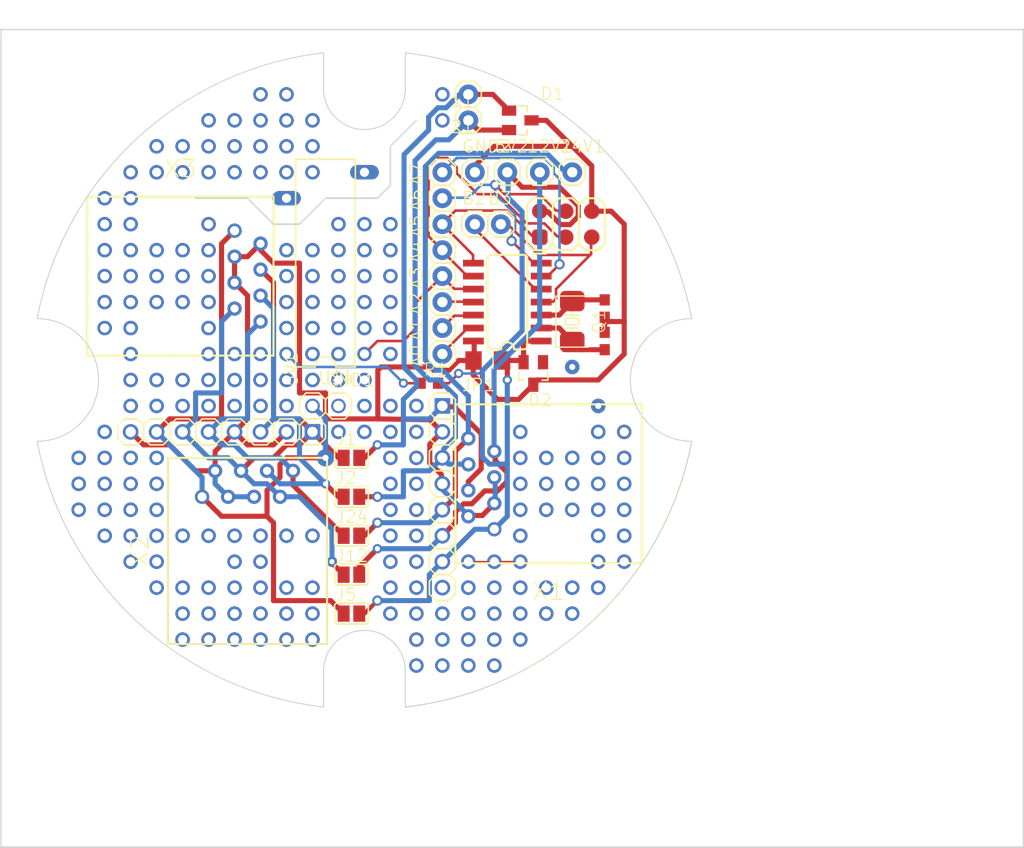
<source format=kicad_pcb>
(kicad_pcb (version 20171130) (host pcbnew "(5.0.1-dev-161-gb2b703363-dirty)+git1-1f19903-1")

  (general
    (thickness 1.6)
    (drawings 12)
    (tracks 603)
    (zones 0)
    (modules 39)
    (nets 235)
  )

  (page A4)
  (layers
    (0 Top signal)
    (31 Bottom signal)
    (32 B.Adhes user)
    (33 F.Adhes user)
    (34 B.Paste user)
    (35 F.Paste user)
    (36 B.SilkS user)
    (37 F.SilkS user)
    (38 B.Mask user)
    (39 F.Mask user)
    (40 Dwgs.User user)
    (41 Cmts.User user)
    (42 Eco1.User user)
    (43 Eco2.User user)
    (44 Edge.Cuts user)
    (45 Margin user)
    (46 B.CrtYd user)
    (47 F.CrtYd user)
    (48 B.Fab user)
    (49 F.Fab user)
  )

  (setup
    (last_trace_width 0.25)
    (trace_clearance 0.2)
    (zone_clearance 0.508)
    (zone_45_only no)
    (trace_min 0.2)
    (segment_width 0.2)
    (edge_width 0.15)
    (via_size 0.8)
    (via_drill 0.4)
    (via_min_size 0.4)
    (via_min_drill 0.3)
    (uvia_size 0.3)
    (uvia_drill 0.1)
    (uvias_allowed no)
    (uvia_min_size 0.2)
    (uvia_min_drill 0.1)
    (pcb_text_width 0.3)
    (pcb_text_size 1.5 1.5)
    (mod_edge_width 0.15)
    (mod_text_size 1 1)
    (mod_text_width 0.15)
    (pad_size 1.524 1.524)
    (pad_drill 0.762)
    (pad_to_mask_clearance 0.051)
    (solder_mask_min_width 0.25)
    (aux_axis_origin 0 0)
    (visible_elements FFFFFF7F)
    (pcbplotparams
      (layerselection 0x010fc_ffffffff)
      (usegerberextensions false)
      (usegerberattributes false)
      (usegerberadvancedattributes false)
      (creategerberjobfile false)
      (excludeedgelayer true)
      (linewidth 0.100000)
      (plotframeref false)
      (viasonmask false)
      (mode 1)
      (useauxorigin false)
      (hpglpennumber 1)
      (hpglpenspeed 20)
      (hpglpendiameter 15.000000)
      (psnegative false)
      (psa4output false)
      (plotreference true)
      (plotvalue true)
      (plotinvisibletext false)
      (padsonsilk false)
      (subtractmaskfromsilk false)
      (outputformat 1)
      (mirror false)
      (drillshape 1)
      (scaleselection 1)
      (outputdirectory ""))
  )

  (net 0 "")
  (net 1 N$105)
  (net 2 N$106)
  (net 3 N$104)
  (net 4 N$170)
  (net 5 N$171)
  (net 6 N$172)
  (net 7 N$173)
  (net 8 N$174)
  (net 9 N$176)
  (net 10 N$175)
  (net 11 N$177)
  (net 12 N$178)
  (net 13 N$179)
  (net 14 N$180)
  (net 15 N$78)
  (net 16 N$51)
  (net 17 N$251)
  (net 18 N$83)
  (net 19 N$84)
  (net 20 N$90)
  (net 21 N$80)
  (net 22 N$89)
  (net 23 N$85)
  (net 24 N$100)
  (net 25 N$101)
  (net 26 N$107)
  (net 27 N$108)
  (net 28 N$99)
  (net 29 N$110)
  (net 30 N$115)
  (net 31 N$109)
  (net 32 N$114)
  (net 33 N$111)
  (net 34 N$117)
  (net 35 N$120)
  (net 36 N$124)
  (net 37 N$186)
  (net 38 N$121)
  (net 39 N$11)
  (net 40 N$123)
  (net 41 N$182)
  (net 42 N$181)
  (net 43 N$12)
  (net 44 N$189)
  (net 45 N$141)
  (net 46 N$9)
  (net 47 N$130)
  (net 48 N$131)
  (net 49 N$137)
  (net 50 N$133)
  (net 51 N$136)
  (net 52 S$10)
  (net 53 N$286)
  (net 54 N$188)
  (net 55 N$15)
  (net 56 N$184)
  (net 57 N$185)
  (net 58 N$16)
  (net 59 N$299)
  (net 60 N$36)
  (net 61 N$39)
  (net 62 N$44)
  (net 63 N$94)
  (net 64 N$132)
  (net 65 N$134)
  (net 66 N$294)
  (net 67 N$295)
  (net 68 N$296)
  (net 69 N$297)
  (net 70 N$298)
  (net 71 N$13)
  (net 72 N$20)
  (net 73 N$225)
  (net 74 N$135)
  (net 75 N$229)
  (net 76 N$230)
  (net 77 N$2)
  (net 78 N$231)
  (net 79 N$232)
  (net 80 N$233)
  (net 81 N$241)
  (net 82 N$234)
  (net 83 N$240)
  (net 84 N$235)
  (net 85 N$288)
  (net 86 N$287)
  (net 87 N$289)
  (net 88 N$290)
  (net 89 N$291)
  (net 90 N$292)
  (net 91 N$239)
  (net 92 N$236)
  (net 93 N$237)
  (net 94 N$238)
  (net 95 N$138)
  (net 96 N$47)
  (net 97 N$92)
  (net 98 N$93)
  (net 99 N$54)
  (net 100 N$60)
  (net 101 N$91)
  (net 102 N$162)
  (net 103 N$17)
  (net 104 N$163)
  (net 105 N$38)
  (net 106 N$42)
  (net 107 N$43)
  (net 108 N$46)
  (net 109 N$45)
  (net 110 N$49)
  (net 111 N$64)
  (net 112 N$65)
  (net 113 N$280)
  (net 114 N$31)
  (net 115 N$281)
  (net 116 N$285)
  (net 117 N$282)
  (net 118 N$283)
  (net 119 N$284)
  (net 120 N$66)
  (net 121 N$67)
  (net 122 N$68)
  (net 123 N$69)
  (net 124 N$71)
  (net 125 N$72)
  (net 126 N$73)
  (net 127 N$74)
  (net 128 N$75)
  (net 129 N$143)
  (net 130 N$21)
  (net 131 N$144)
  (net 132 N$154)
  (net 133 N$279)
  (net 134 N$278)
  (net 135 N$155)
  (net 136 N$192)
  (net 137 N$191)
  (net 138 N$277)
  (net 139 N$193)
  (net 140 N$194)
  (net 141 N$204)
  (net 142 N$205)
  (net 143 N$206)
  (net 144 N$207)
  (net 145 N$208)
  (net 146 N$209)
  (net 147 N$195)
  (net 148 N$196)
  (net 149 N$276)
  (net 150 N$200)
  (net 151 N$197)
  (net 152 N$300)
  (net 153 N$301)
  (net 154 N$198)
  (net 155 N$199)
  (net 156 N$139)
  (net 157 N$140)
  (net 158 N$22)
  (net 159 N$23)
  (net 160 N$24)
  (net 161 N$156)
  (net 162 N$161)
  (net 163 N$25)
  (net 164 N$26)
  (net 165 N$27)
  (net 166 N$157)
  (net 167 N$160)
  (net 168 N$28)
  (net 169 N$153)
  (net 170 N$32)
  (net 171 N$210)
  (net 172 N$211)
  (net 173 N$212)
  (net 174 N$213)
  (net 175 N$34)
  (net 176 N$59)
  (net 177 N$61)
  (net 178 N$62)
  (net 179 N$63)
  (net 180 N$76)
  (net 181 N$214)
  (net 182 N$215)
  (net 183 N$216)
  (net 184 N$218)
  (net 185 N$219)
  (net 186 N$217)
  (net 187 N$220)
  (net 188 N$152)
  (net 189 N$245)
  (net 190 N$30)
  (net 191 N$246)
  (net 192 N$50)
  (net 193 N$145)
  (net 194 N$52)
  (net 195 N$151)
  (net 196 N$53)
  (net 197 N$146)
  (net 198 N$147)
  (net 199 N$55)
  (net 200 N$150)
  (net 201 N$56)
  (net 202 N$57)
  (net 203 N$148)
  (net 204 N$149)
  (net 205 N$58)
  (net 206 "Net-(C1-Pad-)")
  (net 207 "Net-(J24-Pad1)")
  (net 208 "Net-(J12-Pad1)")
  (net 209 "Net-(J2-Pad1)")
  (net 210 "Net-(5V1-Pad1)")
  (net 211 "Net-(J1-Pad1)")
  (net 212 "Net-(JP1-Pad8)")
  (net 213 "Net-(A0-Pad1)")
  (net 214 "Net-(A1-Pad1)")
  (net 215 "Net-(A2-Pad1)")
  (net 216 "Net-(A3-Pad1)")
  (net 217 "Net-(A4-Pad1)")
  (net 218 "Net-(A5-Pad1)")
  (net 219 "Net-(A6-Pad1)")
  (net 220 "Net-(A7-Pad1)")
  (net 221 "Net-(B2-Pad1)")
  (net 222 "Net-(B3-Pad1)")
  (net 223 "Net-(C3-Pad2)")
  (net 224 "Net-(C2-Pad2)")
  (net 225 "Net-(U$3-PadP$4)")
  (net 226 "Net-(D2-Pad1)")
  (net 227 "Net-(R1-Pad1)")
  (net 228 "Net-(U$4-PadA1)")
  (net 229 "Net-(U$4-PadA2)")
  (net 230 "Net-(24V1-Pad1)")
  (net 231 "Net-(12V1-Pad1)")
  (net 232 "Net-(21-Pad1)")
  (net 233 "Net-(5V2-Pad1)")
  (net 234 "Net-(11-Pad1)")

  (net_class Default "This is the default net class."
    (clearance 0.2)
    (trace_width 0.25)
    (via_dia 0.8)
    (via_drill 0.4)
    (uvia_dia 0.3)
    (uvia_drill 0.1)
    (add_net GND)
    (add_net N$100)
    (add_net N$101)
    (add_net N$104)
    (add_net N$105)
    (add_net N$106)
    (add_net N$107)
    (add_net N$108)
    (add_net N$109)
    (add_net N$11)
    (add_net N$110)
    (add_net N$111)
    (add_net N$114)
    (add_net N$115)
    (add_net N$117)
    (add_net N$12)
    (add_net N$120)
    (add_net N$121)
    (add_net N$123)
    (add_net N$124)
    (add_net N$13)
    (add_net N$130)
    (add_net N$131)
    (add_net N$132)
    (add_net N$133)
    (add_net N$134)
    (add_net N$135)
    (add_net N$136)
    (add_net N$137)
    (add_net N$138)
    (add_net N$139)
    (add_net N$140)
    (add_net N$141)
    (add_net N$143)
    (add_net N$144)
    (add_net N$145)
    (add_net N$146)
    (add_net N$147)
    (add_net N$148)
    (add_net N$149)
    (add_net N$15)
    (add_net N$150)
    (add_net N$151)
    (add_net N$152)
    (add_net N$153)
    (add_net N$154)
    (add_net N$155)
    (add_net N$156)
    (add_net N$157)
    (add_net N$16)
    (add_net N$160)
    (add_net N$161)
    (add_net N$162)
    (add_net N$163)
    (add_net N$17)
    (add_net N$170)
    (add_net N$171)
    (add_net N$172)
    (add_net N$173)
    (add_net N$174)
    (add_net N$175)
    (add_net N$176)
    (add_net N$177)
    (add_net N$178)
    (add_net N$179)
    (add_net N$180)
    (add_net N$181)
    (add_net N$182)
    (add_net N$184)
    (add_net N$185)
    (add_net N$186)
    (add_net N$188)
    (add_net N$189)
    (add_net N$191)
    (add_net N$192)
    (add_net N$193)
    (add_net N$194)
    (add_net N$195)
    (add_net N$196)
    (add_net N$197)
    (add_net N$198)
    (add_net N$199)
    (add_net N$2)
    (add_net N$20)
    (add_net N$200)
    (add_net N$204)
    (add_net N$205)
    (add_net N$206)
    (add_net N$207)
    (add_net N$208)
    (add_net N$209)
    (add_net N$21)
    (add_net N$210)
    (add_net N$211)
    (add_net N$212)
    (add_net N$213)
    (add_net N$214)
    (add_net N$215)
    (add_net N$216)
    (add_net N$217)
    (add_net N$218)
    (add_net N$219)
    (add_net N$22)
    (add_net N$220)
    (add_net N$225)
    (add_net N$229)
    (add_net N$23)
    (add_net N$230)
    (add_net N$231)
    (add_net N$232)
    (add_net N$233)
    (add_net N$234)
    (add_net N$235)
    (add_net N$236)
    (add_net N$237)
    (add_net N$238)
    (add_net N$239)
    (add_net N$24)
    (add_net N$240)
    (add_net N$241)
    (add_net N$245)
    (add_net N$246)
    (add_net N$25)
    (add_net N$251)
    (add_net N$26)
    (add_net N$27)
    (add_net N$276)
    (add_net N$277)
    (add_net N$278)
    (add_net N$279)
    (add_net N$28)
    (add_net N$280)
    (add_net N$281)
    (add_net N$282)
    (add_net N$283)
    (add_net N$284)
    (add_net N$285)
    (add_net N$286)
    (add_net N$287)
    (add_net N$288)
    (add_net N$289)
    (add_net N$290)
    (add_net N$291)
    (add_net N$292)
    (add_net N$294)
    (add_net N$295)
    (add_net N$296)
    (add_net N$297)
    (add_net N$298)
    (add_net N$299)
    (add_net N$30)
    (add_net N$300)
    (add_net N$301)
    (add_net N$31)
    (add_net N$32)
    (add_net N$34)
    (add_net N$36)
    (add_net N$38)
    (add_net N$39)
    (add_net N$4)
    (add_net N$42)
    (add_net N$43)
    (add_net N$44)
    (add_net N$45)
    (add_net N$46)
    (add_net N$47)
    (add_net N$49)
    (add_net N$5)
    (add_net N$50)
    (add_net N$51)
    (add_net N$52)
    (add_net N$53)
    (add_net N$54)
    (add_net N$55)
    (add_net N$56)
    (add_net N$57)
    (add_net N$58)
    (add_net N$59)
    (add_net N$60)
    (add_net N$61)
    (add_net N$62)
    (add_net N$63)
    (add_net N$64)
    (add_net N$65)
    (add_net N$66)
    (add_net N$67)
    (add_net N$68)
    (add_net N$69)
    (add_net N$71)
    (add_net N$72)
    (add_net N$73)
    (add_net N$74)
    (add_net N$75)
    (add_net N$76)
    (add_net N$77)
    (add_net N$78)
    (add_net N$80)
    (add_net N$83)
    (add_net N$84)
    (add_net N$85)
    (add_net N$89)
    (add_net N$9)
    (add_net N$90)
    (add_net N$91)
    (add_net N$92)
    (add_net N$93)
    (add_net N$94)
    (add_net N$99)
    (add_net "Net-(11-Pad1)")
    (add_net "Net-(12V1-Pad1)")
    (add_net "Net-(21-Pad1)")
    (add_net "Net-(24V1-Pad1)")
    (add_net "Net-(5V1-Pad1)")
    (add_net "Net-(5V2-Pad1)")
    (add_net "Net-(A0-Pad1)")
    (add_net "Net-(A1-Pad1)")
    (add_net "Net-(A2-Pad1)")
    (add_net "Net-(A3-Pad1)")
    (add_net "Net-(A4-Pad1)")
    (add_net "Net-(A5-Pad1)")
    (add_net "Net-(A6-Pad1)")
    (add_net "Net-(A7-Pad1)")
    (add_net "Net-(B2-Pad1)")
    (add_net "Net-(B3-Pad1)")
    (add_net "Net-(C1-Pad-)")
    (add_net "Net-(C2-Pad2)")
    (add_net "Net-(C3-Pad2)")
    (add_net "Net-(D2-Pad1)")
    (add_net "Net-(J1-Pad1)")
    (add_net "Net-(J12-Pad1)")
    (add_net "Net-(J2-Pad1)")
    (add_net "Net-(J24-Pad1)")
    (add_net "Net-(JP1-Pad8)")
    (add_net "Net-(R1-Pad1)")
    (add_net "Net-(U$3-PadP$4)")
    (add_net "Net-(U$4-PadA1)")
    (add_net "Net-(U$4-PadA2)")
    (add_net S$10)
  )

  (module Breakout:RJ45-NO-SHIELD (layer Top) (tedit 0) (tstamp 5BABDB51)
    (at 153.1111 109.4436 90)
    (descr "<b>RJ45 Low Profile</b> No Shield<p>\nFCI 54602")
    (path /97C2823C753049C4)
    (fp_text reference X1 (at -9.525 0.635) (layer F.SilkS)
      (effects (font (size 1.6891 1.6891) (thickness 0.135128)) (justify right top))
    )
    (fp_text value RJ45-1WIRE (at -5.715 -2.54 90) (layer F.Fab) hide
      (effects (font (size 1.6891 1.6891) (thickness 0.14224)) (justify left bottom))
    )
    (fp_line (start 7.775 -10.16) (end 7.775 8.0518) (layer F.SilkS) (width 0.2032))
    (fp_line (start -7.775 8.0518) (end -7.775 -10.16) (layer F.SilkS) (width 0.2032))
    (fp_line (start 7.775 8.0518) (end -7.775 8.0518) (layer F.SilkS) (width 0.2032))
    (fp_line (start 8.4455 8.0518) (end -8.4455 8.0518) (layer Edge.Cuts) (width 0.01))
    (fp_line (start -7.775 -10.16) (end 7.775 -10.16) (layer F.SilkS) (width 0.2032))
    (pad "" np_thru_hole circle (at 5.715 0 90) (size 3.1 3.1) (drill 3.1) (layers *.Cu *.Mask))
    (pad "" np_thru_hole circle (at -5.715 0 90) (size 3.1 3.1) (drill 3.1) (layers *.Cu *.Mask))
    (pad 8 thru_hole circle (at 4.445 -8.89 90) (size 1.4 1.4) (drill 0.8) (layers *.Cu *.Mask)
      (net 230 "Net-(24V1-Pad1)") (solder_mask_margin 0.1016))
    (pad 7 thru_hole circle (at 3.175 -6.35 90) (size 1.4 1.4) (drill 0.8) (layers *.Cu *.Mask)
      (net 231 "Net-(12V1-Pad1)") (solder_mask_margin 0.1016))
    (pad 6 thru_hole circle (at 1.905 -8.89 90) (size 1.4 1.4) (drill 0.8) (layers *.Cu *.Mask)
      (net 232 "Net-(21-Pad1)") (solder_mask_margin 0.1016))
    (pad 1 thru_hole circle (at -4.445 -6.35 90) (size 1.4 1.4) (drill 0.9) (layers *.Cu *.Mask)
      (net 233 "Net-(5V2-Pad1)") (solder_mask_margin 0.1016))
    (pad 5 thru_hole circle (at 0.635 -6.35 90) (size 1.4 1.4) (drill 0.8) (layers *.Cu *.Mask)
      (net 206 "Net-(C1-Pad-)") (solder_mask_margin 0.1016))
    (pad 2 thru_hole circle (at -3.175 -8.89 90) (size 1.4 1.4) (drill 0.8) (layers *.Cu *.Mask)
      (net 206 "Net-(C1-Pad-)") (solder_mask_margin 0.1016))
    (pad 3 thru_hole circle (at -1.905 -6.35 90) (size 1.4 1.4) (drill 0.8) (layers *.Cu *.Mask)
      (net 206 "Net-(C1-Pad-)") (solder_mask_margin 0.1016))
    (pad 4 thru_hole circle (at -0.635 -8.89 90) (size 1.4 1.4) (drill 0.8) (layers *.Cu *.Mask)
      (net 234 "Net-(11-Pad1)") (solder_mask_margin 0.1016))
  )

  (module Breakout:RJ45-NO-SHIELD (layer Top) (tedit 0) (tstamp 5BABDB63)
    (at 122.6311 117.0636)
    (descr "<b>RJ45 Low Profile</b> No Shield<p>\nFCI 54602")
    (path /CD2217CDDDF2E3E2)
    (fp_text reference X2 (at -9.525 0.635 90) (layer F.SilkS)
      (effects (font (size 1.6891 1.6891) (thickness 0.135128)) (justify left bottom))
    )
    (fp_text value RJ45-1WIRE (at -5.715 -2.54) (layer F.Fab) hide
      (effects (font (size 1.6891 1.6891) (thickness 0.14224)) (justify left bottom))
    )
    (fp_line (start 7.775 -10.16) (end 7.775 8.0518) (layer F.SilkS) (width 0.2032))
    (fp_line (start -7.775 8.0518) (end -7.775 -10.16) (layer F.SilkS) (width 0.2032))
    (fp_line (start 7.775 8.0518) (end -7.775 8.0518) (layer F.SilkS) (width 0.2032))
    (fp_line (start 8.4455 8.0518) (end -8.4455 8.0518) (layer Edge.Cuts) (width 0.01))
    (fp_line (start -7.775 -10.16) (end 7.775 -10.16) (layer F.SilkS) (width 0.2032))
    (pad "" np_thru_hole circle (at 5.715 0) (size 3.1 3.1) (drill 3.1) (layers *.Cu *.Mask))
    (pad "" np_thru_hole circle (at -5.715 0) (size 3.1 3.1) (drill 3.1) (layers *.Cu *.Mask))
    (pad 8 thru_hole circle (at 4.445 -8.89) (size 1.4 1.4) (drill 0.8) (layers *.Cu *.Mask)
      (net 207 "Net-(J24-Pad1)") (solder_mask_margin 0.1016))
    (pad 7 thru_hole circle (at 3.175 -6.35) (size 1.4 1.4) (drill 0.8) (layers *.Cu *.Mask)
      (net 208 "Net-(J12-Pad1)") (solder_mask_margin 0.1016))
    (pad 6 thru_hole circle (at 1.905 -8.89) (size 1.4 1.4) (drill 0.8) (layers *.Cu *.Mask)
      (net 209 "Net-(J2-Pad1)") (solder_mask_margin 0.1016))
    (pad 1 thru_hole circle (at -4.445 -6.35) (size 1.4 1.4) (drill 0.9) (layers *.Cu *.Mask)
      (net 210 "Net-(5V1-Pad1)") (solder_mask_margin 0.1016))
    (pad 5 thru_hole circle (at 0.635 -6.35) (size 1.4 1.4) (drill 0.8) (layers *.Cu *.Mask)
      (net 206 "Net-(C1-Pad-)") (solder_mask_margin 0.1016))
    (pad 2 thru_hole circle (at -3.175 -8.89) (size 1.4 1.4) (drill 0.8) (layers *.Cu *.Mask)
      (net 206 "Net-(C1-Pad-)") (solder_mask_margin 0.1016))
    (pad 3 thru_hole circle (at -1.905 -6.35) (size 1.4 1.4) (drill 0.8) (layers *.Cu *.Mask)
      (net 206 "Net-(C1-Pad-)") (solder_mask_margin 0.1016))
    (pad 4 thru_hole circle (at -0.635 -8.89) (size 1.4 1.4) (drill 0.8) (layers *.Cu *.Mask)
      (net 211 "Net-(J1-Pad1)") (solder_mask_margin 0.1016))
  )

  (module Breakout:RJ45-NO-SHIELD (layer Top) (tedit 0) (tstamp 5BABDB75)
    (at 115.0111 89.1236 270)
    (descr "<b>RJ45 Low Profile</b> No Shield<p>\nFCI 54602")
    (path /6336AFA903A3F618)
    (fp_text reference X3 (at -9.525 0.635) (layer F.SilkS)
      (effects (font (size 1.6891 1.6891) (thickness 0.135128)) (justify left bottom))
    )
    (fp_text value RJ45-1WIRE (at -5.715 -2.54 270) (layer F.Fab) hide
      (effects (font (size 1.6891 1.6891) (thickness 0.14224)) (justify right top))
    )
    (fp_line (start 7.775 -10.16) (end 7.775 8.0518) (layer F.SilkS) (width 0.2032))
    (fp_line (start -7.775 8.0518) (end -7.775 -10.16) (layer F.SilkS) (width 0.2032))
    (fp_line (start 7.775 8.0518) (end -7.775 8.0518) (layer F.SilkS) (width 0.2032))
    (fp_line (start 8.4455 8.0518) (end -8.4455 8.0518) (layer Edge.Cuts) (width 0.01))
    (fp_line (start -7.775 -10.16) (end 7.775 -10.16) (layer F.SilkS) (width 0.2032))
    (pad "" np_thru_hole circle (at 5.715 0 270) (size 3.1 3.1) (drill 3.1) (layers *.Cu *.Mask))
    (pad "" np_thru_hole circle (at -5.715 0 270) (size 3.1 3.1) (drill 3.1) (layers *.Cu *.Mask))
    (pad 8 thru_hole circle (at 4.445 -8.89 270) (size 1.4 1.4) (drill 0.8) (layers *.Cu *.Mask)
      (net 207 "Net-(J24-Pad1)") (solder_mask_margin 0.1016))
    (pad 7 thru_hole circle (at 3.175 -6.35 270) (size 1.4 1.4) (drill 0.8) (layers *.Cu *.Mask)
      (net 208 "Net-(J12-Pad1)") (solder_mask_margin 0.1016))
    (pad 6 thru_hole circle (at 1.905 -8.89 270) (size 1.4 1.4) (drill 0.8) (layers *.Cu *.Mask)
      (net 209 "Net-(J2-Pad1)") (solder_mask_margin 0.1016))
    (pad 1 thru_hole circle (at -4.445 -6.35 270) (size 1.4 1.4) (drill 0.9) (layers *.Cu *.Mask)
      (net 210 "Net-(5V1-Pad1)") (solder_mask_margin 0.1016))
    (pad 5 thru_hole circle (at 0.635 -6.35 270) (size 1.4 1.4) (drill 0.8) (layers *.Cu *.Mask)
      (net 206 "Net-(C1-Pad-)") (solder_mask_margin 0.1016))
    (pad 2 thru_hole circle (at -3.175 -8.89 270) (size 1.4 1.4) (drill 0.8) (layers *.Cu *.Mask)
      (net 206 "Net-(C1-Pad-)") (solder_mask_margin 0.1016))
    (pad 3 thru_hole circle (at -1.905 -6.35 270) (size 1.4 1.4) (drill 0.8) (layers *.Cu *.Mask)
      (net 206 "Net-(C1-Pad-)") (solder_mask_margin 0.1016))
    (pad 4 thru_hole circle (at -0.635 -8.89 270) (size 1.4 1.4) (drill 0.8) (layers *.Cu *.Mask)
      (net 211 "Net-(J1-Pad1)") (solder_mask_margin 0.1016))
  )

  (module Breakout:1X08 (layer Top) (tedit 0) (tstamp 5BABDB87)
    (at 141.6811 110.7136 270)
    (descr "<b>PIN HEADER</b>")
    (path /848DA6002F430EF2)
    (fp_text reference JP1 (at -10.2362 -1.8288) (layer F.SilkS)
      (effects (font (size 1.2065 1.2065) (thickness 0.12065)) (justify left bottom))
    )
    (fp_text value PINHD-1X8 (at -10.16 3.175 90) (layer F.Fab)
      (effects (font (size 1.2065 1.2065) (thickness 0.09652)) (justify right top))
    )
    (fp_poly (pts (xy 8.636 0.254) (xy 9.144 0.254) (xy 9.144 -0.254) (xy 8.636 -0.254)) (layer F.Fab) (width 0))
    (fp_poly (pts (xy -9.144 0.254) (xy -8.636 0.254) (xy -8.636 -0.254) (xy -9.144 -0.254)) (layer F.Fab) (width 0))
    (fp_poly (pts (xy -6.604 0.254) (xy -6.096 0.254) (xy -6.096 -0.254) (xy -6.604 -0.254)) (layer F.Fab) (width 0))
    (fp_poly (pts (xy -4.064 0.254) (xy -3.556 0.254) (xy -3.556 -0.254) (xy -4.064 -0.254)) (layer F.Fab) (width 0))
    (fp_poly (pts (xy -1.524 0.254) (xy -1.016 0.254) (xy -1.016 -0.254) (xy -1.524 -0.254)) (layer F.Fab) (width 0))
    (fp_poly (pts (xy 1.016 0.254) (xy 1.524 0.254) (xy 1.524 -0.254) (xy 1.016 -0.254)) (layer F.Fab) (width 0))
    (fp_poly (pts (xy 3.556 0.254) (xy 4.064 0.254) (xy 4.064 -0.254) (xy 3.556 -0.254)) (layer F.Fab) (width 0))
    (fp_poly (pts (xy 6.096 0.254) (xy 6.604 0.254) (xy 6.604 -0.254) (xy 6.096 -0.254)) (layer F.Fab) (width 0))
    (fp_line (start 9.525 1.27) (end 8.255 1.27) (layer F.SilkS) (width 0.1524))
    (fp_line (start 7.62 0.635) (end 8.255 1.27) (layer F.SilkS) (width 0.1524))
    (fp_line (start 8.255 -1.27) (end 7.62 -0.635) (layer F.SilkS) (width 0.1524))
    (fp_line (start 10.16 0.635) (end 9.525 1.27) (layer F.SilkS) (width 0.1524))
    (fp_line (start 10.16 -0.635) (end 10.16 0.635) (layer F.SilkS) (width 0.1524))
    (fp_line (start 9.525 -1.27) (end 10.16 -0.635) (layer F.SilkS) (width 0.1524))
    (fp_line (start 8.255 -1.27) (end 9.525 -1.27) (layer F.SilkS) (width 0.1524))
    (fp_line (start -8.255 1.27) (end -9.525 1.27) (layer F.SilkS) (width 0.1524))
    (fp_line (start -10.16 0.635) (end -9.525 1.27) (layer F.SilkS) (width 0.1524))
    (fp_line (start -9.525 -1.27) (end -10.16 -0.635) (layer F.SilkS) (width 0.1524))
    (fp_line (start -10.16 -0.635) (end -10.16 0.635) (layer F.SilkS) (width 0.1524))
    (fp_line (start -6.985 1.27) (end -7.62 0.635) (layer F.SilkS) (width 0.1524))
    (fp_line (start -5.715 1.27) (end -6.985 1.27) (layer F.SilkS) (width 0.1524))
    (fp_line (start -5.08 0.635) (end -5.715 1.27) (layer F.SilkS) (width 0.1524))
    (fp_line (start -5.08 -0.635) (end -5.08 0.635) (layer F.SilkS) (width 0.1524))
    (fp_line (start -5.715 -1.27) (end -5.08 -0.635) (layer F.SilkS) (width 0.1524))
    (fp_line (start -6.985 -1.27) (end -5.715 -1.27) (layer F.SilkS) (width 0.1524))
    (fp_line (start -7.62 -0.635) (end -6.985 -1.27) (layer F.SilkS) (width 0.1524))
    (fp_line (start -7.62 0.635) (end -8.255 1.27) (layer F.SilkS) (width 0.1524))
    (fp_line (start -7.62 -0.635) (end -7.62 0.635) (layer F.SilkS) (width 0.1524))
    (fp_line (start -8.255 -1.27) (end -7.62 -0.635) (layer F.SilkS) (width 0.1524))
    (fp_line (start -9.525 -1.27) (end -8.255 -1.27) (layer F.SilkS) (width 0.1524))
    (fp_line (start -0.635 1.27) (end -1.905 1.27) (layer F.SilkS) (width 0.1524))
    (fp_line (start -2.54 0.635) (end -1.905 1.27) (layer F.SilkS) (width 0.1524))
    (fp_line (start -1.905 -1.27) (end -2.54 -0.635) (layer F.SilkS) (width 0.1524))
    (fp_line (start -4.445 1.27) (end -5.08 0.635) (layer F.SilkS) (width 0.1524))
    (fp_line (start -3.175 1.27) (end -4.445 1.27) (layer F.SilkS) (width 0.1524))
    (fp_line (start -2.54 0.635) (end -3.175 1.27) (layer F.SilkS) (width 0.1524))
    (fp_line (start -2.54 -0.635) (end -2.54 0.635) (layer F.SilkS) (width 0.1524))
    (fp_line (start -3.175 -1.27) (end -2.54 -0.635) (layer F.SilkS) (width 0.1524))
    (fp_line (start -4.445 -1.27) (end -3.175 -1.27) (layer F.SilkS) (width 0.1524))
    (fp_line (start -5.08 -0.635) (end -4.445 -1.27) (layer F.SilkS) (width 0.1524))
    (fp_line (start 0.635 1.27) (end 0 0.635) (layer F.SilkS) (width 0.1524))
    (fp_line (start 1.905 1.27) (end 0.635 1.27) (layer F.SilkS) (width 0.1524))
    (fp_line (start 2.54 0.635) (end 1.905 1.27) (layer F.SilkS) (width 0.1524))
    (fp_line (start 2.54 -0.635) (end 2.54 0.635) (layer F.SilkS) (width 0.1524))
    (fp_line (start 1.905 -1.27) (end 2.54 -0.635) (layer F.SilkS) (width 0.1524))
    (fp_line (start 0.635 -1.27) (end 1.905 -1.27) (layer F.SilkS) (width 0.1524))
    (fp_line (start 0 -0.635) (end 0.635 -1.27) (layer F.SilkS) (width 0.1524))
    (fp_line (start 0 0.635) (end -0.635 1.27) (layer F.SilkS) (width 0.1524))
    (fp_line (start 0 -0.635) (end 0 0.635) (layer F.SilkS) (width 0.1524))
    (fp_line (start -0.635 -1.27) (end 0 -0.635) (layer F.SilkS) (width 0.1524))
    (fp_line (start -1.905 -1.27) (end -0.635 -1.27) (layer F.SilkS) (width 0.1524))
    (fp_line (start 6.985 1.27) (end 5.715 1.27) (layer F.SilkS) (width 0.1524))
    (fp_line (start 5.08 0.635) (end 5.715 1.27) (layer F.SilkS) (width 0.1524))
    (fp_line (start 5.715 -1.27) (end 5.08 -0.635) (layer F.SilkS) (width 0.1524))
    (fp_line (start 3.175 1.27) (end 2.54 0.635) (layer F.SilkS) (width 0.1524))
    (fp_line (start 4.445 1.27) (end 3.175 1.27) (layer F.SilkS) (width 0.1524))
    (fp_line (start 5.08 0.635) (end 4.445 1.27) (layer F.SilkS) (width 0.1524))
    (fp_line (start 5.08 -0.635) (end 5.08 0.635) (layer F.SilkS) (width 0.1524))
    (fp_line (start 4.445 -1.27) (end 5.08 -0.635) (layer F.SilkS) (width 0.1524))
    (fp_line (start 3.175 -1.27) (end 4.445 -1.27) (layer F.SilkS) (width 0.1524))
    (fp_line (start 2.54 -0.635) (end 3.175 -1.27) (layer F.SilkS) (width 0.1524))
    (fp_line (start 7.62 0.635) (end 6.985 1.27) (layer F.SilkS) (width 0.1524))
    (fp_line (start 7.62 -0.635) (end 7.62 0.635) (layer F.SilkS) (width 0.1524))
    (fp_line (start 6.985 -1.27) (end 7.62 -0.635) (layer F.SilkS) (width 0.1524))
    (fp_line (start 5.715 -1.27) (end 6.985 -1.27) (layer F.SilkS) (width 0.1524))
    (pad 8 thru_hole circle (at 8.89 0) (size 1.524 1.524) (drill 1.016) (layers *.Cu *.Mask)
      (net 212 "Net-(JP1-Pad8)") (solder_mask_margin 0.1016))
    (pad 7 thru_hole circle (at 6.35 0) (size 1.524 1.524) (drill 1.016) (layers *.Cu *.Mask)
      (net 233 "Net-(5V2-Pad1)") (solder_mask_margin 0.1016))
    (pad 6 thru_hole circle (at 3.81 0) (size 1.524 1.524) (drill 1.016) (layers *.Cu *.Mask)
      (net 231 "Net-(12V1-Pad1)") (solder_mask_margin 0.1016))
    (pad 5 thru_hole circle (at 1.27 0) (size 1.524 1.524) (drill 1.016) (layers *.Cu *.Mask)
      (net 230 "Net-(24V1-Pad1)") (solder_mask_margin 0.1016))
    (pad 4 thru_hole circle (at -1.27 0) (size 1.524 1.524) (drill 1.016) (layers *.Cu *.Mask)
      (net 206 "Net-(C1-Pad-)") (solder_mask_margin 0.1016))
    (pad 3 thru_hole circle (at -3.81 0) (size 1.524 1.524) (drill 1.016) (layers *.Cu *.Mask)
      (net 232 "Net-(21-Pad1)") (solder_mask_margin 0.1016))
    (pad 2 thru_hole circle (at -6.35 0) (size 1.524 1.524) (drill 1.016) (layers *.Cu *.Mask)
      (net 206 "Net-(C1-Pad-)") (solder_mask_margin 0.1016))
    (pad 1 thru_hole rect (at -8.89 0) (size 1.524 1.524) (drill 1.016) (layers *.Cu *.Mask)
      (net 234 "Net-(11-Pad1)") (solder_mask_margin 0.1016))
  )

  (module Breakout:SOIC-14 (layer Top) (tedit 0) (tstamp 5BABDBD3)
    (at 148.0311 91.0286 90)
    (path /AA898CC2A8B04D1A)
    (fp_text reference U$2 (at -5.588 1.9685 180) (layer F.SilkS) hide
      (effects (font (size 1.2065 1.2065) (thickness 0.127)) (justify right top))
    )
    (fp_text value ATTINY24 (at 0 0 90) (layer F.SilkS) hide
      (effects (font (size 1.27 1.27) (thickness 0.15)))
    )
    (fp_poly (pts (xy 2.921 -2.2733) (xy 3.429 -2.2733) (xy 3.429 -3.7465) (xy 2.921 -3.7465)) (layer F.Fab) (width 0))
    (fp_poly (pts (xy 1.651 -2.2733) (xy 2.159 -2.2733) (xy 2.159 -3.7465) (xy 1.651 -3.7465)) (layer F.Fab) (width 0))
    (fp_poly (pts (xy 0.381 -2.2733) (xy 0.889 -2.2733) (xy 0.889 -3.7465) (xy 0.381 -3.7465)) (layer F.Fab) (width 0))
    (fp_poly (pts (xy -0.889 -2.2733) (xy -0.381 -2.2733) (xy -0.381 -3.7465) (xy -0.889 -3.7465)) (layer F.Fab) (width 0))
    (fp_poly (pts (xy -2.159 -2.2733) (xy -1.651 -2.2733) (xy -1.651 -3.7465) (xy -2.159 -3.7465)) (layer F.Fab) (width 0))
    (fp_poly (pts (xy -3.429 -2.2733) (xy -2.921 -2.2733) (xy -2.921 -3.7465) (xy -3.429 -3.7465)) (layer F.Fab) (width 0))
    (fp_poly (pts (xy -4.699 -2.2733) (xy -4.191 -2.2733) (xy -4.191 -3.7465) (xy -4.699 -3.7465)) (layer F.Fab) (width 0))
    (fp_poly (pts (xy 2.921 3.7465) (xy 3.429 3.7465) (xy 3.429 2.2733) (xy 2.921 2.2733)) (layer F.Fab) (width 0))
    (fp_poly (pts (xy 1.651 3.7465) (xy 2.159 3.7465) (xy 2.159 2.2733) (xy 1.651 2.2733)) (layer F.Fab) (width 0))
    (fp_poly (pts (xy 0.381 3.7465) (xy 0.889 3.7465) (xy 0.889 2.2733) (xy 0.381 2.2733)) (layer F.Fab) (width 0))
    (fp_poly (pts (xy -0.889 3.7465) (xy -0.381 3.7465) (xy -0.381 2.2733) (xy -0.889 2.2733)) (layer F.Fab) (width 0))
    (fp_poly (pts (xy -2.159 3.7465) (xy -1.651 3.7465) (xy -1.651 2.2733) (xy -2.159 2.2733)) (layer F.Fab) (width 0))
    (fp_poly (pts (xy -3.429 3.7465) (xy -2.921 3.7465) (xy -2.921 2.2733) (xy -3.429 2.2733)) (layer F.Fab) (width 0))
    (fp_poly (pts (xy -4.699 3.7465) (xy -4.191 3.7465) (xy -4.191 2.2733) (xy -4.699 2.2733)) (layer F.Fab) (width 0))
    (fp_line (start -5.2578 1.6653) (end -5.2578 0.6604) (layer F.SilkS) (width 0.2032))
    (fp_line (start -5.2578 -1.4526) (end -5.2578 -0.6096) (layer F.SilkS) (width 0.2032))
    (fp_arc (start -5.207 0.0254) (end -5.207 -0.6096) (angle 180) (layer F.SilkS) (width 0.2032))
    (fp_line (start 3.9878 1.5653) (end 3.9878 -1.5653) (layer F.SilkS) (width 0.2032))
    (fp_line (start -4.8768 1.9463) (end 3.7068 1.9463) (layer F.SilkS) (width 0.2032))
    (fp_arc (start -4.926947 1.6155) (end -5.2578 1.6653) (angle -90.060185) (layer F.SilkS) (width 0.2032))
    (fp_arc (start 3.606899 -1.565399) (end 3.6068 -1.9463) (angle 90.030084) (layer F.SilkS) (width 0.2032))
    (fp_arc (start -4.8269 -1.515379) (end -5.2578 -1.4653) (angle 90.023829) (layer F.SilkS) (width 0.2032))
    (fp_arc (start 3.6568 1.6153) (end 3.7068 1.9463) (angle -90) (layer F.SilkS) (width 0.2032))
    (fp_line (start 3.6068 -1.9463) (end -4.8768 -1.9463) (layer F.SilkS) (width 0.2032))
    (pad 14 smd rect (at -4.445 -3.3147 90) (size 0.6604 2.032) (layers Top F.Paste F.Mask)
      (net 206 "Net-(C1-Pad-)") (solder_mask_margin 0.1016))
    (pad 13 smd rect (at -3.175 -3.3147 90) (size 0.6604 2.032) (layers Top F.Paste F.Mask)
      (net 213 "Net-(A0-Pad1)") (solder_mask_margin 0.1016))
    (pad 12 smd rect (at -1.905 -3.3147 90) (size 0.6604 2.032) (layers Top F.Paste F.Mask)
      (net 214 "Net-(A1-Pad1)") (solder_mask_margin 0.1016))
    (pad 11 smd rect (at -0.635 -3.3147 90) (size 0.6604 2.032) (layers Top F.Paste F.Mask)
      (net 215 "Net-(A2-Pad1)") (solder_mask_margin 0.1016))
    (pad 10 smd rect (at 0.635 -3.3147 90) (size 0.6604 2.032) (layers Top F.Paste F.Mask)
      (net 216 "Net-(A3-Pad1)") (solder_mask_margin 0.1016))
    (pad 9 smd rect (at 1.905 -3.3147 90) (size 0.6604 2.032) (layers Top F.Paste F.Mask)
      (net 217 "Net-(A4-Pad1)") (solder_mask_margin 0.1016))
    (pad 8 smd rect (at 3.175 -3.3147 90) (size 0.6604 2.032) (layers Top F.Paste F.Mask)
      (net 218 "Net-(A5-Pad1)") (solder_mask_margin 0.1016))
    (pad 7 smd rect (at 3.175 3.3147 90) (size 0.6604 2.032) (layers Top F.Paste F.Mask)
      (net 219 "Net-(A6-Pad1)") (solder_mask_margin 0.1016))
    (pad 6 smd rect (at 1.905 3.3147 90) (size 0.6604 2.032) (layers Top F.Paste F.Mask)
      (net 220 "Net-(A7-Pad1)") (solder_mask_margin 0.1016))
    (pad 5 smd rect (at 0.635 3.3147 90) (size 0.6604 2.032) (layers Top F.Paste F.Mask)
      (net 221 "Net-(B2-Pad1)") (solder_mask_margin 0.1016))
    (pad 4 smd rect (at -0.635 3.3147 90) (size 0.6604 2.032) (layers Top F.Paste F.Mask)
      (net 222 "Net-(B3-Pad1)") (solder_mask_margin 0.1016))
    (pad 3 smd rect (at -1.905 3.3147 90) (size 0.6604 2.032) (layers Top F.Paste F.Mask)
      (net 223 "Net-(C3-Pad2)") (solder_mask_margin 0.1016))
    (pad 2 smd rect (at -3.175 3.3147 90) (size 0.6604 2.032) (layers Top F.Paste F.Mask)
      (net 224 "Net-(C2-Pad2)") (solder_mask_margin 0.1016))
    (pad 1 smd rect (at -4.445 3.3147 90) (size 0.6604 2.032) (layers Top F.Paste F.Mask)
      (net 233 "Net-(5V2-Pad1)") (solder_mask_margin 0.1016))
  )

  (module Breakout:2X3_PAD (layer Top) (tedit 0) (tstamp 5BABDBFC)
    (at 153.7461 84.0436)
    (descr "Programming pads")
    (path /93CD699454307519)
    (fp_text reference U$3 (at -3.81 -3.175) (layer F.SilkS) hide
      (effects (font (size 1.2065 1.2065) (thickness 0.127)) (justify left bottom))
    )
    (fp_text value AVR_SPI_PRG_6PAD (at -3.81 4.445) (layer F.Fab) hide
      (effects (font (size 1.2065 1.2065) (thickness 0.1016)) (justify left bottom))
    )
    (fp_line (start -1.905 2.875) (end -3.175 2.875) (layer F.SilkS) (width 0.2032))
    (fp_line (start -3.175 2.54) (end -1.905 2.54) (layer F.SilkS) (width 0.2032))
    (fp_line (start -0.635 2.54) (end 0.635 2.54) (layer F.SilkS) (width 0.2032))
    (fp_line (start 1.905 2.54) (end 3.175 2.54) (layer F.SilkS) (width 0.2032))
    (fp_line (start 3.81 -1.905) (end 3.81 1.905) (layer F.SilkS) (width 0.2032))
    (fp_line (start 1.27 -1.905) (end 1.27 1.905) (layer F.SilkS) (width 0.2032))
    (fp_line (start -1.27 -1.905) (end -1.27 1.905) (layer F.SilkS) (width 0.2032))
    (fp_line (start 3.175 -2.54) (end 3.81 -1.905) (layer F.SilkS) (width 0.2032))
    (fp_line (start 1.905 -2.54) (end 3.175 -2.54) (layer F.SilkS) (width 0.2032))
    (fp_line (start 1.27 -1.905) (end 1.905 -2.54) (layer F.SilkS) (width 0.2032))
    (fp_line (start 0.635 -2.54) (end 1.27 -1.905) (layer F.SilkS) (width 0.2032))
    (fp_line (start -0.635 -2.54) (end 0.635 -2.54) (layer F.SilkS) (width 0.2032))
    (fp_line (start -1.27 -1.905) (end -0.635 -2.54) (layer F.SilkS) (width 0.2032))
    (fp_line (start -1.905 -2.54) (end -1.27 -1.905) (layer F.SilkS) (width 0.2032))
    (fp_line (start -3.175 -2.54) (end -1.905 -2.54) (layer F.SilkS) (width 0.2032))
    (fp_line (start -3.81 -1.905) (end -3.175 -2.54) (layer F.SilkS) (width 0.2032))
    (fp_line (start -3.81 1.905) (end -3.81 -1.905) (layer F.SilkS) (width 0.2032))
    (fp_line (start 3.175 2.54) (end 3.81 1.905) (layer F.SilkS) (width 0.2032))
    (fp_line (start 1.27 1.905) (end 1.905 2.54) (layer F.SilkS) (width 0.2032))
    (fp_line (start 0.635 2.54) (end 1.27 1.905) (layer F.SilkS) (width 0.2032))
    (fp_line (start -1.27 1.905) (end -0.635 2.54) (layer F.SilkS) (width 0.2032))
    (fp_line (start -1.905 2.54) (end -1.27 1.905) (layer F.SilkS) (width 0.2032))
    (fp_line (start -3.81 1.905) (end -3.175 2.54) (layer F.SilkS) (width 0.2032))
    (pad P$6 smd roundrect (at 2.54 -1.27 180) (size 1.524 1.524) (layers Top F.Paste F.Mask) (roundrect_rratio 0.5)
      (net 206 "Net-(C1-Pad-)") (solder_mask_margin 0.1016))
    (pad P$5 smd roundrect (at 2.54 1.27 180) (size 1.524 1.524) (layers Top F.Paste F.Mask) (roundrect_rratio 0.5)
      (net 222 "Net-(B3-Pad1)") (solder_mask_margin 0.1016))
    (pad P$4 smd roundrect (at 0 -1.27 180) (size 1.524 1.524) (layers Top F.Paste F.Mask) (roundrect_rratio 0.5)
      (net 225 "Net-(U$3-PadP$4)") (solder_mask_margin 0.1016))
    (pad P$3 smd roundrect (at 0 1.27 180) (size 1.524 1.524) (layers Top F.Paste F.Mask) (roundrect_rratio 0.5)
      (net 217 "Net-(A4-Pad1)") (solder_mask_margin 0.1016))
    (pad P$1 smd roundrect (at -2.54 1.27 180) (size 1.524 1.524) (layers Top F.Paste F.Mask) (roundrect_rratio 0.25)
      (net 218 "Net-(A5-Pad1)") (solder_mask_margin 0.1016))
    (pad P$2 smd roundrect (at -2.54 -1.27 180) (size 1.524 1.524) (layers Top F.Paste F.Mask) (roundrect_rratio 0.5)
      (net 233 "Net-(5V2-Pad1)") (solder_mask_margin 0.1016))
  )

  (module Breakout:1X01 (layer Top) (tedit 0) (tstamp 5BABDC1C)
    (at 144.2211 71.3436 90)
    (descr "<b>PIN HEADER</b>")
    (path /1BECA808914CBC07)
    (fp_text reference 11 (at -1.3462 -1.8288) (layer F.SilkS)
      (effects (font (size 1.2065 1.2065) (thickness 0.12065)) (justify left bottom))
    )
    (fp_text value PINHD-1X1 (at -1.27 3.175 90) (layer F.Fab)
      (effects (font (size 1.2065 1.2065) (thickness 0.09652)) (justify left bottom))
    )
    (fp_poly (pts (xy -0.254 0.254) (xy 0.254 0.254) (xy 0.254 -0.254) (xy -0.254 -0.254)) (layer F.Fab) (width 0))
    (fp_line (start 0.635 1.27) (end -0.635 1.27) (layer F.SilkS) (width 0.1524))
    (fp_line (start -1.27 0.635) (end -0.635 1.27) (layer F.SilkS) (width 0.1524))
    (fp_line (start -0.635 -1.27) (end -1.27 -0.635) (layer F.SilkS) (width 0.1524))
    (fp_line (start -1.27 -0.635) (end -1.27 0.635) (layer F.SilkS) (width 0.1524))
    (fp_line (start 1.27 0.635) (end 0.635 1.27) (layer F.SilkS) (width 0.1524))
    (fp_line (start 1.27 -0.635) (end 1.27 0.635) (layer F.SilkS) (width 0.1524))
    (fp_line (start 0.635 -1.27) (end 1.27 -0.635) (layer F.SilkS) (width 0.1524))
    (fp_line (start -0.635 -1.27) (end 0.635 -1.27) (layer F.SilkS) (width 0.1524))
    (pad 1 thru_hole circle (at 0 0 90) (size 1.9304 1.9304) (drill 1.016) (layers *.Cu *.Mask)
      (net 234 "Net-(11-Pad1)") (solder_mask_margin 0.1016))
  )

  (module Breakout:1X01 (layer Top) (tedit 0) (tstamp 5BABDC29)
    (at 154.3811 78.9636)
    (descr "<b>PIN HEADER</b>")
    (path /E7E76B8E62515299)
    (fp_text reference 24V1 (at -1.3462 -1.8288) (layer F.SilkS)
      (effects (font (size 1.2065 1.2065) (thickness 0.12065)) (justify left bottom))
    )
    (fp_text value PINHD-1X1 (at -1.27 3.175) (layer F.Fab)
      (effects (font (size 1.2065 1.2065) (thickness 0.09652)) (justify left bottom))
    )
    (fp_poly (pts (xy -0.254 0.254) (xy 0.254 0.254) (xy 0.254 -0.254) (xy -0.254 -0.254)) (layer F.Fab) (width 0))
    (fp_line (start 0.635 1.27) (end -0.635 1.27) (layer F.SilkS) (width 0.1524))
    (fp_line (start -1.27 0.635) (end -0.635 1.27) (layer F.SilkS) (width 0.1524))
    (fp_line (start -0.635 -1.27) (end -1.27 -0.635) (layer F.SilkS) (width 0.1524))
    (fp_line (start -1.27 -0.635) (end -1.27 0.635) (layer F.SilkS) (width 0.1524))
    (fp_line (start 1.27 0.635) (end 0.635 1.27) (layer F.SilkS) (width 0.1524))
    (fp_line (start 1.27 -0.635) (end 1.27 0.635) (layer F.SilkS) (width 0.1524))
    (fp_line (start 0.635 -1.27) (end 1.27 -0.635) (layer F.SilkS) (width 0.1524))
    (fp_line (start -0.635 -1.27) (end 0.635 -1.27) (layer F.SilkS) (width 0.1524))
    (pad 1 thru_hole circle (at 0 0) (size 1.9304 1.9304) (drill 1.016) (layers *.Cu *.Mask)
      (net 230 "Net-(24V1-Pad1)") (solder_mask_margin 0.1016))
  )

  (module Breakout:1X01 (layer Top) (tedit 0) (tstamp 5BABDC36)
    (at 141.6811 96.7436 90)
    (descr "<b>PIN HEADER</b>")
    (path /AF0FF99FE9FB73C9)
    (fp_text reference A0 (at -1.3462 -1.8288 90) (layer F.SilkS)
      (effects (font (size 1.2065 1.2065) (thickness 0.127)) (justify left bottom))
    )
    (fp_text value PINHD-1X1 (at -1.27 3.175 90) (layer F.Fab)
      (effects (font (size 1.2065 1.2065) (thickness 0.1016)) (justify left bottom))
    )
    (fp_poly (pts (xy -0.254 0.254) (xy 0.254 0.254) (xy 0.254 -0.254) (xy -0.254 -0.254)) (layer F.Fab) (width 0))
    (fp_line (start 0.635 1.27) (end -0.635 1.27) (layer F.SilkS) (width 0.1524))
    (fp_line (start -1.27 0.635) (end -0.635 1.27) (layer F.SilkS) (width 0.1524))
    (fp_line (start -0.635 -1.27) (end -1.27 -0.635) (layer F.SilkS) (width 0.1524))
    (fp_line (start -1.27 -0.635) (end -1.27 0.635) (layer F.SilkS) (width 0.1524))
    (fp_line (start 1.27 0.635) (end 0.635 1.27) (layer F.SilkS) (width 0.1524))
    (fp_line (start 1.27 -0.635) (end 1.27 0.635) (layer F.SilkS) (width 0.1524))
    (fp_line (start 0.635 -1.27) (end 1.27 -0.635) (layer F.SilkS) (width 0.1524))
    (fp_line (start -0.635 -1.27) (end 0.635 -1.27) (layer F.SilkS) (width 0.1524))
    (pad 1 thru_hole circle (at 0 0 90) (size 1.9304 1.9304) (drill 1.016) (layers *.Cu *.Mask)
      (net 213 "Net-(A0-Pad1)") (solder_mask_margin 0.1016))
  )

  (module Breakout:1X01 (layer Top) (tedit 0) (tstamp 5BABDC43)
    (at 141.6811 91.6636 90)
    (descr "<b>PIN HEADER</b>")
    (path /EF91A6359074705F)
    (fp_text reference A2 (at -1.3462 -1.8288 90) (layer F.SilkS)
      (effects (font (size 1.2065 1.2065) (thickness 0.127)) (justify left bottom))
    )
    (fp_text value PINHD-1X1 (at -1.27 3.175 90) (layer F.Fab)
      (effects (font (size 1.2065 1.2065) (thickness 0.1016)) (justify left bottom))
    )
    (fp_poly (pts (xy -0.254 0.254) (xy 0.254 0.254) (xy 0.254 -0.254) (xy -0.254 -0.254)) (layer F.Fab) (width 0))
    (fp_line (start 0.635 1.27) (end -0.635 1.27) (layer F.SilkS) (width 0.1524))
    (fp_line (start -1.27 0.635) (end -0.635 1.27) (layer F.SilkS) (width 0.1524))
    (fp_line (start -0.635 -1.27) (end -1.27 -0.635) (layer F.SilkS) (width 0.1524))
    (fp_line (start -1.27 -0.635) (end -1.27 0.635) (layer F.SilkS) (width 0.1524))
    (fp_line (start 1.27 0.635) (end 0.635 1.27) (layer F.SilkS) (width 0.1524))
    (fp_line (start 1.27 -0.635) (end 1.27 0.635) (layer F.SilkS) (width 0.1524))
    (fp_line (start 0.635 -1.27) (end 1.27 -0.635) (layer F.SilkS) (width 0.1524))
    (fp_line (start -0.635 -1.27) (end 0.635 -1.27) (layer F.SilkS) (width 0.1524))
    (pad 1 thru_hole circle (at 0 0 90) (size 1.9304 1.9304) (drill 1.016) (layers *.Cu *.Mask)
      (net 215 "Net-(A2-Pad1)") (solder_mask_margin 0.1016))
  )

  (module Breakout:1X01 (layer Top) (tedit 0) (tstamp 5BABDC50)
    (at 141.6811 86.5836 90)
    (descr "<b>PIN HEADER</b>")
    (path /E51E924EE65641C5)
    (fp_text reference A4 (at -1.3462 -1.8288 90) (layer F.SilkS)
      (effects (font (size 1.2065 1.2065) (thickness 0.127)) (justify left bottom))
    )
    (fp_text value PINHD-1X1 (at -1.27 3.175 90) (layer F.Fab)
      (effects (font (size 1.2065 1.2065) (thickness 0.1016)) (justify left bottom))
    )
    (fp_poly (pts (xy -0.254 0.254) (xy 0.254 0.254) (xy 0.254 -0.254) (xy -0.254 -0.254)) (layer F.Fab) (width 0))
    (fp_line (start 0.635 1.27) (end -0.635 1.27) (layer F.SilkS) (width 0.1524))
    (fp_line (start -1.27 0.635) (end -0.635 1.27) (layer F.SilkS) (width 0.1524))
    (fp_line (start -0.635 -1.27) (end -1.27 -0.635) (layer F.SilkS) (width 0.1524))
    (fp_line (start -1.27 -0.635) (end -1.27 0.635) (layer F.SilkS) (width 0.1524))
    (fp_line (start 1.27 0.635) (end 0.635 1.27) (layer F.SilkS) (width 0.1524))
    (fp_line (start 1.27 -0.635) (end 1.27 0.635) (layer F.SilkS) (width 0.1524))
    (fp_line (start 0.635 -1.27) (end 1.27 -0.635) (layer F.SilkS) (width 0.1524))
    (fp_line (start -0.635 -1.27) (end 0.635 -1.27) (layer F.SilkS) (width 0.1524))
    (pad 1 thru_hole circle (at 0 0 90) (size 1.9304 1.9304) (drill 1.016) (layers *.Cu *.Mask)
      (net 217 "Net-(A4-Pad1)") (solder_mask_margin 0.1016))
  )

  (module Breakout:1X01 (layer Top) (tedit 0) (tstamp 5BABDC5D)
    (at 141.6811 81.5036 90)
    (descr "<b>PIN HEADER</b>")
    (path /C6D97AE5AE142A27)
    (fp_text reference A6 (at -1.3462 -1.8288 90) (layer F.SilkS)
      (effects (font (size 1.2065 1.2065) (thickness 0.127)) (justify left bottom))
    )
    (fp_text value PINHD-1X1 (at -1.27 3.175 90) (layer F.Fab)
      (effects (font (size 1.2065 1.2065) (thickness 0.1016)) (justify left bottom))
    )
    (fp_poly (pts (xy -0.254 0.254) (xy 0.254 0.254) (xy 0.254 -0.254) (xy -0.254 -0.254)) (layer F.Fab) (width 0))
    (fp_line (start 0.635 1.27) (end -0.635 1.27) (layer F.SilkS) (width 0.1524))
    (fp_line (start -1.27 0.635) (end -0.635 1.27) (layer F.SilkS) (width 0.1524))
    (fp_line (start -0.635 -1.27) (end -1.27 -0.635) (layer F.SilkS) (width 0.1524))
    (fp_line (start -1.27 -0.635) (end -1.27 0.635) (layer F.SilkS) (width 0.1524))
    (fp_line (start 1.27 0.635) (end 0.635 1.27) (layer F.SilkS) (width 0.1524))
    (fp_line (start 1.27 -0.635) (end 1.27 0.635) (layer F.SilkS) (width 0.1524))
    (fp_line (start 0.635 -1.27) (end 1.27 -0.635) (layer F.SilkS) (width 0.1524))
    (fp_line (start -0.635 -1.27) (end 0.635 -1.27) (layer F.SilkS) (width 0.1524))
    (pad 1 thru_hole circle (at 0 0 90) (size 1.9304 1.9304) (drill 1.016) (layers *.Cu *.Mask)
      (net 219 "Net-(A6-Pad1)") (solder_mask_margin 0.1016))
  )

  (module Breakout:1X01 (layer Top) (tedit 0) (tstamp 5BABDC6A)
    (at 144.8561 84.0436)
    (descr "<b>PIN HEADER</b>")
    (path /68C1851D82079666)
    (fp_text reference B2 (at -1.3462 -1.8288) (layer F.SilkS)
      (effects (font (size 1.2065 1.2065) (thickness 0.127)) (justify left bottom))
    )
    (fp_text value PINHD-1X1 (at -1.27 3.175) (layer F.Fab)
      (effects (font (size 1.2065 1.2065) (thickness 0.1016)) (justify left bottom))
    )
    (fp_poly (pts (xy -0.254 0.254) (xy 0.254 0.254) (xy 0.254 -0.254) (xy -0.254 -0.254)) (layer F.Fab) (width 0))
    (fp_line (start 0.635 1.27) (end -0.635 1.27) (layer F.SilkS) (width 0.1524))
    (fp_line (start -1.27 0.635) (end -0.635 1.27) (layer F.SilkS) (width 0.1524))
    (fp_line (start -0.635 -1.27) (end -1.27 -0.635) (layer F.SilkS) (width 0.1524))
    (fp_line (start -1.27 -0.635) (end -1.27 0.635) (layer F.SilkS) (width 0.1524))
    (fp_line (start 1.27 0.635) (end 0.635 1.27) (layer F.SilkS) (width 0.1524))
    (fp_line (start 1.27 -0.635) (end 1.27 0.635) (layer F.SilkS) (width 0.1524))
    (fp_line (start 0.635 -1.27) (end 1.27 -0.635) (layer F.SilkS) (width 0.1524))
    (fp_line (start -0.635 -1.27) (end 0.635 -1.27) (layer F.SilkS) (width 0.1524))
    (pad 1 thru_hole circle (at 0 0) (size 1.9304 1.9304) (drill 1.016) (layers *.Cu *.Mask)
      (net 221 "Net-(B2-Pad1)") (solder_mask_margin 0.1016))
  )

  (module Breakout:1X01 (layer Top) (tedit 0) (tstamp 5BABDC77)
    (at 144.2211 73.8836 90)
    (descr "<b>PIN HEADER</b>")
    (path /9F6E85910BD0EC02)
    (fp_text reference 21 (at -1.3462 -1.8288) (layer F.SilkS)
      (effects (font (size 1.2065 1.2065) (thickness 0.12065)) (justify left bottom))
    )
    (fp_text value PINHD-1X1 (at -1.27 3.175 90) (layer F.Fab)
      (effects (font (size 1.2065 1.2065) (thickness 0.09652)) (justify left bottom))
    )
    (fp_poly (pts (xy -0.254 0.254) (xy 0.254 0.254) (xy 0.254 -0.254) (xy -0.254 -0.254)) (layer F.Fab) (width 0))
    (fp_line (start 0.635 1.27) (end -0.635 1.27) (layer F.SilkS) (width 0.1524))
    (fp_line (start -1.27 0.635) (end -0.635 1.27) (layer F.SilkS) (width 0.1524))
    (fp_line (start -0.635 -1.27) (end -1.27 -0.635) (layer F.SilkS) (width 0.1524))
    (fp_line (start -1.27 -0.635) (end -1.27 0.635) (layer F.SilkS) (width 0.1524))
    (fp_line (start 1.27 0.635) (end 0.635 1.27) (layer F.SilkS) (width 0.1524))
    (fp_line (start 1.27 -0.635) (end 1.27 0.635) (layer F.SilkS) (width 0.1524))
    (fp_line (start 0.635 -1.27) (end 1.27 -0.635) (layer F.SilkS) (width 0.1524))
    (fp_line (start -0.635 -1.27) (end 0.635 -1.27) (layer F.SilkS) (width 0.1524))
    (pad 1 thru_hole circle (at 0 0 90) (size 1.9304 1.9304) (drill 1.016) (layers *.Cu *.Mask)
      (net 232 "Net-(21-Pad1)") (solder_mask_margin 0.1016))
  )

  (module Breakout:1X01 (layer Top) (tedit 0) (tstamp 5BABDC84)
    (at 151.2061 78.9636)
    (descr "<b>PIN HEADER</b>")
    (path /D96752A9E67F3876)
    (fp_text reference 12V1 (at -1.3462 -1.8288) (layer F.SilkS)
      (effects (font (size 1.2065 1.2065) (thickness 0.127)) (justify left bottom))
    )
    (fp_text value PINHD-1X1 (at -1.27 3.175) (layer F.Fab)
      (effects (font (size 1.2065 1.2065) (thickness 0.1016)) (justify left bottom))
    )
    (fp_poly (pts (xy -0.254 0.254) (xy 0.254 0.254) (xy 0.254 -0.254) (xy -0.254 -0.254)) (layer F.Fab) (width 0))
    (fp_line (start 0.635 1.27) (end -0.635 1.27) (layer F.SilkS) (width 0.1524))
    (fp_line (start -1.27 0.635) (end -0.635 1.27) (layer F.SilkS) (width 0.1524))
    (fp_line (start -0.635 -1.27) (end -1.27 -0.635) (layer F.SilkS) (width 0.1524))
    (fp_line (start -1.27 -0.635) (end -1.27 0.635) (layer F.SilkS) (width 0.1524))
    (fp_line (start 1.27 0.635) (end 0.635 1.27) (layer F.SilkS) (width 0.1524))
    (fp_line (start 1.27 -0.635) (end 1.27 0.635) (layer F.SilkS) (width 0.1524))
    (fp_line (start 0.635 -1.27) (end 1.27 -0.635) (layer F.SilkS) (width 0.1524))
    (fp_line (start -0.635 -1.27) (end 0.635 -1.27) (layer F.SilkS) (width 0.1524))
    (pad 1 thru_hole circle (at 0 0) (size 1.9304 1.9304) (drill 1.016) (layers *.Cu *.Mask)
      (net 231 "Net-(12V1-Pad1)") (solder_mask_margin 0.1016))
  )

  (module Breakout:1X01 (layer Top) (tedit 0) (tstamp 5BABDC91)
    (at 141.6811 94.2036 90)
    (descr "<b>PIN HEADER</b>")
    (path /8519EA35E1B0505C)
    (fp_text reference A1 (at -1.3462 -1.8288 90) (layer F.SilkS)
      (effects (font (size 1.2065 1.2065) (thickness 0.127)) (justify left bottom))
    )
    (fp_text value PINHD-1X1 (at -1.27 3.175 90) (layer F.Fab)
      (effects (font (size 1.2065 1.2065) (thickness 0.1016)) (justify left bottom))
    )
    (fp_poly (pts (xy -0.254 0.254) (xy 0.254 0.254) (xy 0.254 -0.254) (xy -0.254 -0.254)) (layer F.Fab) (width 0))
    (fp_line (start 0.635 1.27) (end -0.635 1.27) (layer F.SilkS) (width 0.1524))
    (fp_line (start -1.27 0.635) (end -0.635 1.27) (layer F.SilkS) (width 0.1524))
    (fp_line (start -0.635 -1.27) (end -1.27 -0.635) (layer F.SilkS) (width 0.1524))
    (fp_line (start -1.27 -0.635) (end -1.27 0.635) (layer F.SilkS) (width 0.1524))
    (fp_line (start 1.27 0.635) (end 0.635 1.27) (layer F.SilkS) (width 0.1524))
    (fp_line (start 1.27 -0.635) (end 1.27 0.635) (layer F.SilkS) (width 0.1524))
    (fp_line (start 0.635 -1.27) (end 1.27 -0.635) (layer F.SilkS) (width 0.1524))
    (fp_line (start -0.635 -1.27) (end 0.635 -1.27) (layer F.SilkS) (width 0.1524))
    (pad 1 thru_hole circle (at 0 0 90) (size 1.9304 1.9304) (drill 1.016) (layers *.Cu *.Mask)
      (net 214 "Net-(A1-Pad1)") (solder_mask_margin 0.1016))
  )

  (module Breakout:1X01 (layer Top) (tedit 0) (tstamp 5BABDC9E)
    (at 141.6811 89.1236 90)
    (descr "<b>PIN HEADER</b>")
    (path /7C6ABDC80CA1FE56)
    (fp_text reference A3 (at -1.3462 -1.8288 90) (layer F.SilkS)
      (effects (font (size 1.2065 1.2065) (thickness 0.127)) (justify left bottom))
    )
    (fp_text value PINHD-1X1 (at -1.27 3.175 90) (layer F.Fab)
      (effects (font (size 1.2065 1.2065) (thickness 0.1016)) (justify left bottom))
    )
    (fp_poly (pts (xy -0.254 0.254) (xy 0.254 0.254) (xy 0.254 -0.254) (xy -0.254 -0.254)) (layer F.Fab) (width 0))
    (fp_line (start 0.635 1.27) (end -0.635 1.27) (layer F.SilkS) (width 0.1524))
    (fp_line (start -1.27 0.635) (end -0.635 1.27) (layer F.SilkS) (width 0.1524))
    (fp_line (start -0.635 -1.27) (end -1.27 -0.635) (layer F.SilkS) (width 0.1524))
    (fp_line (start -1.27 -0.635) (end -1.27 0.635) (layer F.SilkS) (width 0.1524))
    (fp_line (start 1.27 0.635) (end 0.635 1.27) (layer F.SilkS) (width 0.1524))
    (fp_line (start 1.27 -0.635) (end 1.27 0.635) (layer F.SilkS) (width 0.1524))
    (fp_line (start 0.635 -1.27) (end 1.27 -0.635) (layer F.SilkS) (width 0.1524))
    (fp_line (start -0.635 -1.27) (end 0.635 -1.27) (layer F.SilkS) (width 0.1524))
    (pad 1 thru_hole circle (at 0 0 90) (size 1.9304 1.9304) (drill 1.016) (layers *.Cu *.Mask)
      (net 216 "Net-(A3-Pad1)") (solder_mask_margin 0.1016))
  )

  (module Breakout:1X01 (layer Top) (tedit 0) (tstamp 5BABDCAB)
    (at 141.6811 84.0436 90)
    (descr "<b>PIN HEADER</b>")
    (path /1E6A36DACAB33FBF)
    (fp_text reference A5 (at -1.3462 -1.8288 90) (layer F.SilkS)
      (effects (font (size 1.2065 1.2065) (thickness 0.127)) (justify left bottom))
    )
    (fp_text value PINHD-1X1 (at -1.27 3.175 90) (layer F.Fab)
      (effects (font (size 1.2065 1.2065) (thickness 0.1016)) (justify left bottom))
    )
    (fp_poly (pts (xy -0.254 0.254) (xy 0.254 0.254) (xy 0.254 -0.254) (xy -0.254 -0.254)) (layer F.Fab) (width 0))
    (fp_line (start 0.635 1.27) (end -0.635 1.27) (layer F.SilkS) (width 0.1524))
    (fp_line (start -1.27 0.635) (end -0.635 1.27) (layer F.SilkS) (width 0.1524))
    (fp_line (start -0.635 -1.27) (end -1.27 -0.635) (layer F.SilkS) (width 0.1524))
    (fp_line (start -1.27 -0.635) (end -1.27 0.635) (layer F.SilkS) (width 0.1524))
    (fp_line (start 1.27 0.635) (end 0.635 1.27) (layer F.SilkS) (width 0.1524))
    (fp_line (start 1.27 -0.635) (end 1.27 0.635) (layer F.SilkS) (width 0.1524))
    (fp_line (start 0.635 -1.27) (end 1.27 -0.635) (layer F.SilkS) (width 0.1524))
    (fp_line (start -0.635 -1.27) (end 0.635 -1.27) (layer F.SilkS) (width 0.1524))
    (pad 1 thru_hole circle (at 0 0 90) (size 1.9304 1.9304) (drill 1.016) (layers *.Cu *.Mask)
      (net 218 "Net-(A5-Pad1)") (solder_mask_margin 0.1016))
  )

  (module Breakout:1X01 (layer Top) (tedit 0) (tstamp 5BABDCB8)
    (at 141.6811 78.9636 90)
    (descr "<b>PIN HEADER</b>")
    (path /7A6D75B7341A7FAA)
    (fp_text reference A7 (at -1.3462 -1.8288 90) (layer F.SilkS)
      (effects (font (size 1.2065 1.2065) (thickness 0.127)) (justify left bottom))
    )
    (fp_text value PINHD-1X1 (at -1.27 3.175 90) (layer F.Fab)
      (effects (font (size 1.2065 1.2065) (thickness 0.1016)) (justify left bottom))
    )
    (fp_poly (pts (xy -0.254 0.254) (xy 0.254 0.254) (xy 0.254 -0.254) (xy -0.254 -0.254)) (layer F.Fab) (width 0))
    (fp_line (start 0.635 1.27) (end -0.635 1.27) (layer F.SilkS) (width 0.1524))
    (fp_line (start -1.27 0.635) (end -0.635 1.27) (layer F.SilkS) (width 0.1524))
    (fp_line (start -0.635 -1.27) (end -1.27 -0.635) (layer F.SilkS) (width 0.1524))
    (fp_line (start -1.27 -0.635) (end -1.27 0.635) (layer F.SilkS) (width 0.1524))
    (fp_line (start 1.27 0.635) (end 0.635 1.27) (layer F.SilkS) (width 0.1524))
    (fp_line (start 1.27 -0.635) (end 1.27 0.635) (layer F.SilkS) (width 0.1524))
    (fp_line (start 0.635 -1.27) (end 1.27 -0.635) (layer F.SilkS) (width 0.1524))
    (fp_line (start -0.635 -1.27) (end 0.635 -1.27) (layer F.SilkS) (width 0.1524))
    (pad 1 thru_hole circle (at 0 0 90) (size 1.9304 1.9304) (drill 1.016) (layers *.Cu *.Mask)
      (net 220 "Net-(A7-Pad1)") (solder_mask_margin 0.1016))
  )

  (module Breakout:1X01 (layer Top) (tedit 0) (tstamp 5BABDCC5)
    (at 147.3961 84.0436)
    (descr "<b>PIN HEADER</b>")
    (path /60ECE45FC90B94E2)
    (fp_text reference B3 (at -1.3462 -1.8288) (layer F.SilkS)
      (effects (font (size 1.2065 1.2065) (thickness 0.127)) (justify left bottom))
    )
    (fp_text value PINHD-1X1 (at -1.27 3.175) (layer F.Fab)
      (effects (font (size 1.2065 1.2065) (thickness 0.1016)) (justify left bottom))
    )
    (fp_poly (pts (xy -0.254 0.254) (xy 0.254 0.254) (xy 0.254 -0.254) (xy -0.254 -0.254)) (layer F.Fab) (width 0))
    (fp_line (start 0.635 1.27) (end -0.635 1.27) (layer F.SilkS) (width 0.1524))
    (fp_line (start -1.27 0.635) (end -0.635 1.27) (layer F.SilkS) (width 0.1524))
    (fp_line (start -0.635 -1.27) (end -1.27 -0.635) (layer F.SilkS) (width 0.1524))
    (fp_line (start -1.27 -0.635) (end -1.27 0.635) (layer F.SilkS) (width 0.1524))
    (fp_line (start 1.27 0.635) (end 0.635 1.27) (layer F.SilkS) (width 0.1524))
    (fp_line (start 1.27 -0.635) (end 1.27 0.635) (layer F.SilkS) (width 0.1524))
    (fp_line (start 0.635 -1.27) (end 1.27 -0.635) (layer F.SilkS) (width 0.1524))
    (fp_line (start -0.635 -1.27) (end 0.635 -1.27) (layer F.SilkS) (width 0.1524))
    (pad 1 thru_hole circle (at 0 0) (size 1.9304 1.9304) (drill 1.016) (layers *.Cu *.Mask)
      (net 222 "Net-(B3-Pad1)") (solder_mask_margin 0.1016))
  )

  (module Breakout:1X01 (layer Top) (tedit 0) (tstamp 5BABDCD2)
    (at 144.8561 78.9636)
    (descr "<b>PIN HEADER</b>")
    (path /D7793C978E097FD0)
    (fp_text reference GND2 (at -1.3462 -1.8288) (layer F.SilkS)
      (effects (font (size 1.2065 1.2065) (thickness 0.127)) (justify left bottom))
    )
    (fp_text value PINHD-1X1 (at -1.27 3.175) (layer F.Fab)
      (effects (font (size 1.2065 1.2065) (thickness 0.1016)) (justify left bottom))
    )
    (fp_poly (pts (xy -0.254 0.254) (xy 0.254 0.254) (xy 0.254 -0.254) (xy -0.254 -0.254)) (layer F.Fab) (width 0))
    (fp_line (start 0.635 1.27) (end -0.635 1.27) (layer F.SilkS) (width 0.1524))
    (fp_line (start -1.27 0.635) (end -0.635 1.27) (layer F.SilkS) (width 0.1524))
    (fp_line (start -0.635 -1.27) (end -1.27 -0.635) (layer F.SilkS) (width 0.1524))
    (fp_line (start -1.27 -0.635) (end -1.27 0.635) (layer F.SilkS) (width 0.1524))
    (fp_line (start 1.27 0.635) (end 0.635 1.27) (layer F.SilkS) (width 0.1524))
    (fp_line (start 1.27 -0.635) (end 1.27 0.635) (layer F.SilkS) (width 0.1524))
    (fp_line (start 0.635 -1.27) (end 1.27 -0.635) (layer F.SilkS) (width 0.1524))
    (fp_line (start -0.635 -1.27) (end 0.635 -1.27) (layer F.SilkS) (width 0.1524))
    (pad 1 thru_hole circle (at 0 0) (size 1.9304 1.9304) (drill 1.016) (layers *.Cu *.Mask)
      (net 206 "Net-(C1-Pad-)") (solder_mask_margin 0.1016))
  )

  (module Breakout:1X01 (layer Top) (tedit 0) (tstamp 5BABDCDF)
    (at 148.0311 78.9636)
    (descr "<b>PIN HEADER</b>")
    (path /4CFE9C7448FA08B8)
    (fp_text reference 5V2 (at -1.3462 -1.8288) (layer F.SilkS)
      (effects (font (size 1.2065 1.2065) (thickness 0.12065)) (justify left bottom))
    )
    (fp_text value PINHD-1X1 (at -1.27 3.175) (layer F.Fab)
      (effects (font (size 1.2065 1.2065) (thickness 0.09652)) (justify left bottom))
    )
    (fp_poly (pts (xy -0.254 0.254) (xy 0.254 0.254) (xy 0.254 -0.254) (xy -0.254 -0.254)) (layer F.Fab) (width 0))
    (fp_line (start 0.635 1.27) (end -0.635 1.27) (layer F.SilkS) (width 0.1524))
    (fp_line (start -1.27 0.635) (end -0.635 1.27) (layer F.SilkS) (width 0.1524))
    (fp_line (start -0.635 -1.27) (end -1.27 -0.635) (layer F.SilkS) (width 0.1524))
    (fp_line (start -1.27 -0.635) (end -1.27 0.635) (layer F.SilkS) (width 0.1524))
    (fp_line (start 1.27 0.635) (end 0.635 1.27) (layer F.SilkS) (width 0.1524))
    (fp_line (start 1.27 -0.635) (end 1.27 0.635) (layer F.SilkS) (width 0.1524))
    (fp_line (start 0.635 -1.27) (end 1.27 -0.635) (layer F.SilkS) (width 0.1524))
    (fp_line (start -0.635 -1.27) (end 0.635 -1.27) (layer F.SilkS) (width 0.1524))
    (pad 1 thru_hole circle (at 0 0) (size 1.9304 1.9304) (drill 1.016) (layers *.Cu *.Mask)
      (net 233 "Net-(5V2-Pad1)") (solder_mask_margin 0.1016))
  )

  (module Breakout:SOT23 (layer Top) (tedit 0) (tstamp 5BABDCEC)
    (at 149.3011 73.8836 270)
    (descr <B>DIODE</B>)
    (path /BE5F3F048D141E84)
    (fp_text reference D1 (at -1.905 -1.905) (layer F.SilkS)
      (effects (font (size 1.2065 1.2065) (thickness 0.09652)) (justify left bottom))
    )
    (fp_text value ESD_DIODES (at -1.905 3.175 270) (layer F.Fab) hide
      (effects (font (size 1.2065 1.2065) (thickness 0.1016)) (justify right top))
    )
    (fp_poly (pts (xy -1.1684 1.2954) (xy -0.7112 1.2954) (xy -0.7112 0.7112) (xy -1.1684 0.7112)) (layer F.Fab) (width 0))
    (fp_poly (pts (xy 0.7112 1.2954) (xy 1.1684 1.2954) (xy 1.1684 0.7112) (xy 0.7112 0.7112)) (layer F.Fab) (width 0))
    (fp_poly (pts (xy -0.2286 -0.7112) (xy 0.2286 -0.7112) (xy 0.2286 -1.2954) (xy -0.2286 -1.2954)) (layer F.Fab) (width 0))
    (fp_line (start 0.8636 -0.6604) (end 1.4224 -0.6604) (layer F.SilkS) (width 0.1524))
    (fp_line (start 1.4224 -0.6604) (end 1.4224 0.1524) (layer F.SilkS) (width 0.1524))
    (fp_line (start -1.4224 -0.6604) (end -0.8636 -0.6604) (layer F.SilkS) (width 0.1524))
    (fp_line (start -1.4224 0.1524) (end -1.4224 -0.6604) (layer F.SilkS) (width 0.1524))
    (fp_line (start -1.4224 -0.6604) (end 1.4224 -0.6604) (layer F.Fab) (width 0.1524))
    (fp_line (start -1.4224 0.6604) (end -1.4224 -0.6604) (layer F.Fab) (width 0.1524))
    (fp_line (start 1.4224 0.6604) (end -1.4224 0.6604) (layer F.Fab) (width 0.1524))
    (fp_line (start 1.4224 -0.6604) (end 1.4224 0.6604) (layer F.Fab) (width 0.1524))
    (pad 1 smd rect (at -0.95 1.1 270) (size 1 1.4) (layers Top F.Paste F.Mask)
      (net 234 "Net-(11-Pad1)") (solder_mask_margin 0.1016))
    (pad 2 smd rect (at 0.95 1.1 270) (size 1 1.4) (layers Top F.Paste F.Mask)
      (net 232 "Net-(21-Pad1)") (solder_mask_margin 0.1016))
    (pad 3 smd rect (at 0 -1.1 270) (size 1 1.4) (layers Top F.Paste F.Mask)
      (net 206 "Net-(C1-Pad-)") (solder_mask_margin 0.1016))
  )

  (module Breakout:SOT23 (layer Top) (tedit 0) (tstamp 5BABDCFD)
    (at 150.5711 98.6486 180)
    (descr <B>DIODE</B>)
    (path /4C475A1A20478EC3)
    (fp_text reference D2 (at -1.905 -1.905) (layer F.SilkS)
      (effects (font (size 1.2065 1.2065) (thickness 0.09652)) (justify right top))
    )
    (fp_text value ESD_DIODES (at -1.905 3.175 180) (layer F.Fab) hide
      (effects (font (size 1.2065 1.2065) (thickness 0.1016)) (justify right top))
    )
    (fp_poly (pts (xy -1.1684 1.2954) (xy -0.7112 1.2954) (xy -0.7112 0.7112) (xy -1.1684 0.7112)) (layer F.Fab) (width 0))
    (fp_poly (pts (xy 0.7112 1.2954) (xy 1.1684 1.2954) (xy 1.1684 0.7112) (xy 0.7112 0.7112)) (layer F.Fab) (width 0))
    (fp_poly (pts (xy -0.2286 -0.7112) (xy 0.2286 -0.7112) (xy 0.2286 -1.2954) (xy -0.2286 -1.2954)) (layer F.Fab) (width 0))
    (fp_line (start 0.8636 -0.6604) (end 1.4224 -0.6604) (layer F.SilkS) (width 0.1524))
    (fp_line (start 1.4224 -0.6604) (end 1.4224 0.1524) (layer F.SilkS) (width 0.1524))
    (fp_line (start -1.4224 -0.6604) (end -0.8636 -0.6604) (layer F.SilkS) (width 0.1524))
    (fp_line (start -1.4224 0.1524) (end -1.4224 -0.6604) (layer F.SilkS) (width 0.1524))
    (fp_line (start -1.4224 -0.6604) (end 1.4224 -0.6604) (layer F.Fab) (width 0.1524))
    (fp_line (start -1.4224 0.6604) (end -1.4224 -0.6604) (layer F.Fab) (width 0.1524))
    (fp_line (start 1.4224 0.6604) (end -1.4224 0.6604) (layer F.Fab) (width 0.1524))
    (fp_line (start 1.4224 -0.6604) (end 1.4224 0.6604) (layer F.Fab) (width 0.1524))
    (pad 1 smd rect (at -0.95 1.1 180) (size 1 1.4) (layers Top F.Paste F.Mask)
      (net 226 "Net-(D2-Pad1)") (solder_mask_margin 0.1016))
    (pad 2 smd rect (at 0.95 1.1 180) (size 1 1.4) (layers Top F.Paste F.Mask)
      (net 233 "Net-(5V2-Pad1)") (solder_mask_margin 0.1016))
    (pad 3 smd rect (at 0 -1.1 180) (size 1 1.4) (layers Top F.Paste F.Mask)
      (net 206 "Net-(C1-Pad-)") (solder_mask_margin 0.1016))
  )

  (module Breakout:SJ-CONN (layer Top) (tedit 0) (tstamp 5BABDD0E)
    (at 132.7911 106.9036)
    (path /283100E32CE6A523)
    (fp_text reference J1 (at -1.651 -1.143) (layer F.SilkS)
      (effects (font (size 1.2065 1.2065) (thickness 0.12065)) (justify left bottom))
    )
    (fp_text value SJCONN (at 0.4001 0) (layer F.Fab)
      (effects (font (size 0.019 0.019) (thickness 0.00152)) (justify left bottom))
    )
    (fp_line (start -0.635 0) (end 0.635 0) (layer Dwgs.User) (width 0.4064))
    (fp_arc (start 0.254 0) (end 0.254 -0.127) (angle 180) (layer F.Fab) (width 1.27))
    (fp_arc (start -0.254 0) (end -0.254 0.127) (angle 180) (layer F.Fab) (width 1.27))
    (fp_line (start -1.016 0) (end -1.524 0) (layer F.Fab) (width 0.1524))
    (fp_line (start 1.016 0) (end 1.524 0) (layer F.Fab) (width 0.1524))
    (fp_line (start -1.397 -1.016) (end 1.397 -1.016) (layer F.SilkS) (width 0.1524))
    (fp_line (start -1.651 0.762) (end -1.651 -0.762) (layer F.SilkS) (width 0.1524))
    (fp_line (start 1.651 0.762) (end 1.651 -0.762) (layer F.SilkS) (width 0.1524))
    (fp_arc (start 1.397 0.762) (end 1.397 1.016) (angle -90) (layer F.SilkS) (width 0.1524))
    (fp_arc (start -1.397 0.762) (end -1.651 0.762) (angle -90) (layer F.SilkS) (width 0.1524))
    (fp_arc (start -1.397 -0.762) (end -1.651 -0.762) (angle 90) (layer F.SilkS) (width 0.1524))
    (fp_arc (start 1.397 -0.762) (end 1.397 -1.016) (angle 90) (layer F.SilkS) (width 0.1524))
    (fp_line (start 1.397 1.016) (end -1.397 1.016) (layer F.SilkS) (width 0.1524))
    (pad 2 smd rect (at 0.762 0) (size 1.1684 1.6002) (layers Top F.Paste F.Mask)
      (net 234 "Net-(11-Pad1)") (solder_mask_margin 0.1016))
    (pad 1 smd rect (at -0.762 0) (size 1.1684 1.6002) (layers Top F.Paste F.Mask)
      (net 211 "Net-(J1-Pad1)") (solder_mask_margin 0.1016))
  )

  (module Breakout:SJ-CONN (layer Top) (tedit 0) (tstamp 5BABDD20)
    (at 132.7911 110.7136)
    (path /9C1E943F2D55355)
    (fp_text reference J2 (at -1.651 -1.143) (layer F.SilkS)
      (effects (font (size 1.2065 1.2065) (thickness 0.127)) (justify left bottom))
    )
    (fp_text value SJCONN (at 0.4001 0) (layer F.Fab)
      (effects (font (size 0.019 0.019) (thickness 0.0016)) (justify left bottom))
    )
    (fp_line (start -0.635 0) (end 0.635 0) (layer Dwgs.User) (width 0.4064))
    (fp_arc (start 0.254 0) (end 0.254 -0.127) (angle 180) (layer F.Fab) (width 1.27))
    (fp_arc (start -0.254 0) (end -0.254 0.127) (angle 180) (layer F.Fab) (width 1.27))
    (fp_line (start -1.016 0) (end -1.524 0) (layer F.Fab) (width 0.1524))
    (fp_line (start 1.016 0) (end 1.524 0) (layer F.Fab) (width 0.1524))
    (fp_line (start -1.397 -1.016) (end 1.397 -1.016) (layer F.SilkS) (width 0.1524))
    (fp_line (start -1.651 0.762) (end -1.651 -0.762) (layer F.SilkS) (width 0.1524))
    (fp_line (start 1.651 0.762) (end 1.651 -0.762) (layer F.SilkS) (width 0.1524))
    (fp_arc (start 1.397 0.762) (end 1.397 1.016) (angle -90) (layer F.SilkS) (width 0.1524))
    (fp_arc (start -1.397 0.762) (end -1.651 0.762) (angle -90) (layer F.SilkS) (width 0.1524))
    (fp_arc (start -1.397 -0.762) (end -1.651 -0.762) (angle 90) (layer F.SilkS) (width 0.1524))
    (fp_arc (start 1.397 -0.762) (end 1.397 -1.016) (angle 90) (layer F.SilkS) (width 0.1524))
    (fp_line (start 1.397 1.016) (end -1.397 1.016) (layer F.SilkS) (width 0.1524))
    (pad 2 smd rect (at 0.762 0) (size 1.1684 1.6002) (layers Top F.Paste F.Mask)
      (net 232 "Net-(21-Pad1)") (solder_mask_margin 0.1016))
    (pad 1 smd rect (at -0.762 0) (size 1.1684 1.6002) (layers Top F.Paste F.Mask)
      (net 209 "Net-(J2-Pad1)") (solder_mask_margin 0.1016))
  )

  (module Breakout:SJ-CONN (layer Top) (tedit 0) (tstamp 5BABDD32)
    (at 132.7911 122.1436)
    (path /5E54C2290A445BA9)
    (fp_text reference J5 (at -1.651 -1.143) (layer F.SilkS)
      (effects (font (size 1.2065 1.2065) (thickness 0.127)) (justify left bottom))
    )
    (fp_text value SJCONN (at 0.4001 0) (layer F.Fab)
      (effects (font (size 0.019 0.019) (thickness 0.0016)) (justify left bottom))
    )
    (fp_line (start -0.635 0) (end 0.635 0) (layer Dwgs.User) (width 0.4064))
    (fp_arc (start 0.254 0) (end 0.254 -0.127) (angle 180) (layer F.Fab) (width 1.27))
    (fp_arc (start -0.254 0) (end -0.254 0.127) (angle 180) (layer F.Fab) (width 1.27))
    (fp_line (start -1.016 0) (end -1.524 0) (layer F.Fab) (width 0.1524))
    (fp_line (start 1.016 0) (end 1.524 0) (layer F.Fab) (width 0.1524))
    (fp_line (start -1.397 -1.016) (end 1.397 -1.016) (layer F.SilkS) (width 0.1524))
    (fp_line (start -1.651 0.762) (end -1.651 -0.762) (layer F.SilkS) (width 0.1524))
    (fp_line (start 1.651 0.762) (end 1.651 -0.762) (layer F.SilkS) (width 0.1524))
    (fp_arc (start 1.397 0.762) (end 1.397 1.016) (angle -90) (layer F.SilkS) (width 0.1524))
    (fp_arc (start -1.397 0.762) (end -1.651 0.762) (angle -90) (layer F.SilkS) (width 0.1524))
    (fp_arc (start -1.397 -0.762) (end -1.651 -0.762) (angle 90) (layer F.SilkS) (width 0.1524))
    (fp_arc (start 1.397 -0.762) (end 1.397 -1.016) (angle 90) (layer F.SilkS) (width 0.1524))
    (fp_line (start 1.397 1.016) (end -1.397 1.016) (layer F.SilkS) (width 0.1524))
    (pad 2 smd rect (at 0.762 0) (size 1.1684 1.6002) (layers Top F.Paste F.Mask)
      (net 233 "Net-(5V2-Pad1)") (solder_mask_margin 0.1016))
    (pad 1 smd rect (at -0.762 0) (size 1.1684 1.6002) (layers Top F.Paste F.Mask)
      (net 210 "Net-(5V1-Pad1)") (solder_mask_margin 0.1016))
  )

  (module Breakout:SJ-CONN (layer Top) (tedit 0) (tstamp 5BABDD44)
    (at 132.7911 118.3336)
    (path /8B0C8911551BD728)
    (fp_text reference J12 (at -1.651 -1.143) (layer F.SilkS)
      (effects (font (size 1.2065 1.2065) (thickness 0.127)) (justify left bottom))
    )
    (fp_text value SJCONN (at 0.4001 0) (layer F.Fab)
      (effects (font (size 0.019 0.019) (thickness 0.0016)) (justify left bottom))
    )
    (fp_line (start -0.635 0) (end 0.635 0) (layer Dwgs.User) (width 0.4064))
    (fp_arc (start 0.254 0) (end 0.254 -0.127) (angle 180) (layer F.Fab) (width 1.27))
    (fp_arc (start -0.254 0) (end -0.254 0.127) (angle 180) (layer F.Fab) (width 1.27))
    (fp_line (start -1.016 0) (end -1.524 0) (layer F.Fab) (width 0.1524))
    (fp_line (start 1.016 0) (end 1.524 0) (layer F.Fab) (width 0.1524))
    (fp_line (start -1.397 -1.016) (end 1.397 -1.016) (layer F.SilkS) (width 0.1524))
    (fp_line (start -1.651 0.762) (end -1.651 -0.762) (layer F.SilkS) (width 0.1524))
    (fp_line (start 1.651 0.762) (end 1.651 -0.762) (layer F.SilkS) (width 0.1524))
    (fp_arc (start 1.397 0.762) (end 1.397 1.016) (angle -90) (layer F.SilkS) (width 0.1524))
    (fp_arc (start -1.397 0.762) (end -1.651 0.762) (angle -90) (layer F.SilkS) (width 0.1524))
    (fp_arc (start -1.397 -0.762) (end -1.651 -0.762) (angle 90) (layer F.SilkS) (width 0.1524))
    (fp_arc (start 1.397 -0.762) (end 1.397 -1.016) (angle 90) (layer F.SilkS) (width 0.1524))
    (fp_line (start 1.397 1.016) (end -1.397 1.016) (layer F.SilkS) (width 0.1524))
    (pad 2 smd rect (at 0.762 0) (size 1.1684 1.6002) (layers Top F.Paste F.Mask)
      (net 231 "Net-(12V1-Pad1)") (solder_mask_margin 0.1016))
    (pad 1 smd rect (at -0.762 0) (size 1.1684 1.6002) (layers Top F.Paste F.Mask)
      (net 208 "Net-(J12-Pad1)") (solder_mask_margin 0.1016))
  )

  (module Breakout:SJ-CONN (layer Top) (tedit 0) (tstamp 5BABDD56)
    (at 132.7911 114.5236)
    (path /3D59AC64A02ED384)
    (fp_text reference J24 (at -1.651 -1.143) (layer F.SilkS)
      (effects (font (size 1.2065 1.2065) (thickness 0.127)) (justify left bottom))
    )
    (fp_text value SJCONN (at 0.4001 0) (layer F.Fab)
      (effects (font (size 0.019 0.019) (thickness 0.0016)) (justify left bottom))
    )
    (fp_line (start -0.635 0) (end 0.635 0) (layer Dwgs.User) (width 0.4064))
    (fp_arc (start 0.254 0) (end 0.254 -0.127) (angle 180) (layer F.Fab) (width 1.27))
    (fp_arc (start -0.254 0) (end -0.254 0.127) (angle 180) (layer F.Fab) (width 1.27))
    (fp_line (start -1.016 0) (end -1.524 0) (layer F.Fab) (width 0.1524))
    (fp_line (start 1.016 0) (end 1.524 0) (layer F.Fab) (width 0.1524))
    (fp_line (start -1.397 -1.016) (end 1.397 -1.016) (layer F.SilkS) (width 0.1524))
    (fp_line (start -1.651 0.762) (end -1.651 -0.762) (layer F.SilkS) (width 0.1524))
    (fp_line (start 1.651 0.762) (end 1.651 -0.762) (layer F.SilkS) (width 0.1524))
    (fp_arc (start 1.397 0.762) (end 1.397 1.016) (angle -90) (layer F.SilkS) (width 0.1524))
    (fp_arc (start -1.397 0.762) (end -1.651 0.762) (angle -90) (layer F.SilkS) (width 0.1524))
    (fp_arc (start -1.397 -0.762) (end -1.651 -0.762) (angle 90) (layer F.SilkS) (width 0.1524))
    (fp_arc (start 1.397 -0.762) (end 1.397 -1.016) (angle 90) (layer F.SilkS) (width 0.1524))
    (fp_line (start 1.397 1.016) (end -1.397 1.016) (layer F.SilkS) (width 0.1524))
    (pad 2 smd rect (at 0.762 0) (size 1.1684 1.6002) (layers Top F.Paste F.Mask)
      (net 230 "Net-(24V1-Pad1)") (solder_mask_margin 0.1016))
    (pad 1 smd rect (at -0.762 0) (size 1.1684 1.6002) (layers Top F.Paste F.Mask)
      (net 207 "Net-(J24-Pad1)") (solder_mask_margin 0.1016))
  )

  (module Breakout:1X08 (layer Top) (tedit 0) (tstamp 5BABDD68)
    (at 120.0911 104.3636 180)
    (descr "<b>PIN HEADER</b>")
    (path /4804D7FCFA93C76E)
    (fp_text reference JP2 (at -10.2362 -1.8288 180) (layer F.SilkS) hide
      (effects (font (size 1.2065 1.2065) (thickness 0.127)) (justify right top))
    )
    (fp_text value PINHD-1X8 (at -10.16 3.175) (layer F.Fab)
      (effects (font (size 1.2065 1.2065) (thickness 0.09652)) (justify right top))
    )
    (fp_poly (pts (xy 8.636 0.254) (xy 9.144 0.254) (xy 9.144 -0.254) (xy 8.636 -0.254)) (layer F.Fab) (width 0))
    (fp_poly (pts (xy -9.144 0.254) (xy -8.636 0.254) (xy -8.636 -0.254) (xy -9.144 -0.254)) (layer F.Fab) (width 0))
    (fp_poly (pts (xy -6.604 0.254) (xy -6.096 0.254) (xy -6.096 -0.254) (xy -6.604 -0.254)) (layer F.Fab) (width 0))
    (fp_poly (pts (xy -4.064 0.254) (xy -3.556 0.254) (xy -3.556 -0.254) (xy -4.064 -0.254)) (layer F.Fab) (width 0))
    (fp_poly (pts (xy -1.524 0.254) (xy -1.016 0.254) (xy -1.016 -0.254) (xy -1.524 -0.254)) (layer F.Fab) (width 0))
    (fp_poly (pts (xy 1.016 0.254) (xy 1.524 0.254) (xy 1.524 -0.254) (xy 1.016 -0.254)) (layer F.Fab) (width 0))
    (fp_poly (pts (xy 3.556 0.254) (xy 4.064 0.254) (xy 4.064 -0.254) (xy 3.556 -0.254)) (layer F.Fab) (width 0))
    (fp_poly (pts (xy 6.096 0.254) (xy 6.604 0.254) (xy 6.604 -0.254) (xy 6.096 -0.254)) (layer F.Fab) (width 0))
    (fp_line (start 9.525 1.27) (end 8.255 1.27) (layer F.SilkS) (width 0.1524))
    (fp_line (start 7.62 0.635) (end 8.255 1.27) (layer F.SilkS) (width 0.1524))
    (fp_line (start 8.255 -1.27) (end 7.62 -0.635) (layer F.SilkS) (width 0.1524))
    (fp_line (start 10.16 0.635) (end 9.525 1.27) (layer F.SilkS) (width 0.1524))
    (fp_line (start 10.16 -0.635) (end 10.16 0.635) (layer F.SilkS) (width 0.1524))
    (fp_line (start 9.525 -1.27) (end 10.16 -0.635) (layer F.SilkS) (width 0.1524))
    (fp_line (start 8.255 -1.27) (end 9.525 -1.27) (layer F.SilkS) (width 0.1524))
    (fp_line (start -8.255 1.27) (end -9.525 1.27) (layer F.SilkS) (width 0.1524))
    (fp_line (start -10.16 0.635) (end -9.525 1.27) (layer F.SilkS) (width 0.1524))
    (fp_line (start -9.525 -1.27) (end -10.16 -0.635) (layer F.SilkS) (width 0.1524))
    (fp_line (start -10.16 -0.635) (end -10.16 0.635) (layer F.SilkS) (width 0.1524))
    (fp_line (start -6.985 1.27) (end -7.62 0.635) (layer F.SilkS) (width 0.1524))
    (fp_line (start -5.715 1.27) (end -6.985 1.27) (layer F.SilkS) (width 0.1524))
    (fp_line (start -5.08 0.635) (end -5.715 1.27) (layer F.SilkS) (width 0.1524))
    (fp_line (start -5.08 -0.635) (end -5.08 0.635) (layer F.SilkS) (width 0.1524))
    (fp_line (start -5.715 -1.27) (end -5.08 -0.635) (layer F.SilkS) (width 0.1524))
    (fp_line (start -6.985 -1.27) (end -5.715 -1.27) (layer F.SilkS) (width 0.1524))
    (fp_line (start -7.62 -0.635) (end -6.985 -1.27) (layer F.SilkS) (width 0.1524))
    (fp_line (start -7.62 0.635) (end -8.255 1.27) (layer F.SilkS) (width 0.1524))
    (fp_line (start -7.62 -0.635) (end -7.62 0.635) (layer F.SilkS) (width 0.1524))
    (fp_line (start -8.255 -1.27) (end -7.62 -0.635) (layer F.SilkS) (width 0.1524))
    (fp_line (start -9.525 -1.27) (end -8.255 -1.27) (layer F.SilkS) (width 0.1524))
    (fp_line (start -0.635 1.27) (end -1.905 1.27) (layer F.SilkS) (width 0.1524))
    (fp_line (start -2.54 0.635) (end -1.905 1.27) (layer F.SilkS) (width 0.1524))
    (fp_line (start -1.905 -1.27) (end -2.54 -0.635) (layer F.SilkS) (width 0.1524))
    (fp_line (start -4.445 1.27) (end -5.08 0.635) (layer F.SilkS) (width 0.1524))
    (fp_line (start -3.175 1.27) (end -4.445 1.27) (layer F.SilkS) (width 0.1524))
    (fp_line (start -2.54 0.635) (end -3.175 1.27) (layer F.SilkS) (width 0.1524))
    (fp_line (start -2.54 -0.635) (end -2.54 0.635) (layer F.SilkS) (width 0.1524))
    (fp_line (start -3.175 -1.27) (end -2.54 -0.635) (layer F.SilkS) (width 0.1524))
    (fp_line (start -4.445 -1.27) (end -3.175 -1.27) (layer F.SilkS) (width 0.1524))
    (fp_line (start -5.08 -0.635) (end -4.445 -1.27) (layer F.SilkS) (width 0.1524))
    (fp_line (start 0.635 1.27) (end 0 0.635) (layer F.SilkS) (width 0.1524))
    (fp_line (start 1.905 1.27) (end 0.635 1.27) (layer F.SilkS) (width 0.1524))
    (fp_line (start 2.54 0.635) (end 1.905 1.27) (layer F.SilkS) (width 0.1524))
    (fp_line (start 2.54 -0.635) (end 2.54 0.635) (layer F.SilkS) (width 0.1524))
    (fp_line (start 1.905 -1.27) (end 2.54 -0.635) (layer F.SilkS) (width 0.1524))
    (fp_line (start 0.635 -1.27) (end 1.905 -1.27) (layer F.SilkS) (width 0.1524))
    (fp_line (start 0 -0.635) (end 0.635 -1.27) (layer F.SilkS) (width 0.1524))
    (fp_line (start 0 0.635) (end -0.635 1.27) (layer F.SilkS) (width 0.1524))
    (fp_line (start 0 -0.635) (end 0 0.635) (layer F.SilkS) (width 0.1524))
    (fp_line (start -0.635 -1.27) (end 0 -0.635) (layer F.SilkS) (width 0.1524))
    (fp_line (start -1.905 -1.27) (end -0.635 -1.27) (layer F.SilkS) (width 0.1524))
    (fp_line (start 6.985 1.27) (end 5.715 1.27) (layer F.SilkS) (width 0.1524))
    (fp_line (start 5.08 0.635) (end 5.715 1.27) (layer F.SilkS) (width 0.1524))
    (fp_line (start 5.715 -1.27) (end 5.08 -0.635) (layer F.SilkS) (width 0.1524))
    (fp_line (start 3.175 1.27) (end 2.54 0.635) (layer F.SilkS) (width 0.1524))
    (fp_line (start 4.445 1.27) (end 3.175 1.27) (layer F.SilkS) (width 0.1524))
    (fp_line (start 5.08 0.635) (end 4.445 1.27) (layer F.SilkS) (width 0.1524))
    (fp_line (start 5.08 -0.635) (end 5.08 0.635) (layer F.SilkS) (width 0.1524))
    (fp_line (start 4.445 -1.27) (end 5.08 -0.635) (layer F.SilkS) (width 0.1524))
    (fp_line (start 3.175 -1.27) (end 4.445 -1.27) (layer F.SilkS) (width 0.1524))
    (fp_line (start 2.54 -0.635) (end 3.175 -1.27) (layer F.SilkS) (width 0.1524))
    (fp_line (start 7.62 0.635) (end 6.985 1.27) (layer F.SilkS) (width 0.1524))
    (fp_line (start 7.62 -0.635) (end 7.62 0.635) (layer F.SilkS) (width 0.1524))
    (fp_line (start 6.985 -1.27) (end 7.62 -0.635) (layer F.SilkS) (width 0.1524))
    (fp_line (start 5.715 -1.27) (end 6.985 -1.27) (layer F.SilkS) (width 0.1524))
    (pad 8 thru_hole circle (at 8.89 0 270) (size 1.524 1.524) (drill 1.016) (layers *.Cu *.Mask)
      (net 206 "Net-(C1-Pad-)") (solder_mask_margin 0.1016))
    (pad 7 thru_hole circle (at 6.35 0 270) (size 1.524 1.524) (drill 1.016) (layers *.Cu *.Mask)
      (net 210 "Net-(5V1-Pad1)") (solder_mask_margin 0.1016))
    (pad 6 thru_hole circle (at 3.81 0 270) (size 1.524 1.524) (drill 1.016) (layers *.Cu *.Mask)
      (net 208 "Net-(J12-Pad1)") (solder_mask_margin 0.1016))
    (pad 5 thru_hole circle (at 1.27 0 270) (size 1.524 1.524) (drill 1.016) (layers *.Cu *.Mask)
      (net 207 "Net-(J24-Pad1)") (solder_mask_margin 0.1016))
    (pad 4 thru_hole circle (at -1.27 0 270) (size 1.524 1.524) (drill 1.016) (layers *.Cu *.Mask)
      (net 206 "Net-(C1-Pad-)") (solder_mask_margin 0.1016))
    (pad 3 thru_hole circle (at -3.81 0 270) (size 1.524 1.524) (drill 1.016) (layers *.Cu *.Mask)
      (net 209 "Net-(J2-Pad1)") (solder_mask_margin 0.1016))
    (pad 2 thru_hole circle (at -6.35 0 270) (size 1.524 1.524) (drill 1.016) (layers *.Cu *.Mask)
      (net 206 "Net-(C1-Pad-)") (solder_mask_margin 0.1016))
    (pad 1 thru_hole rect (at -8.89 0 270) (size 1.524 1.524) (drill 1.016) (layers *.Cu *.Mask)
      (net 211 "Net-(J1-Pad1)") (solder_mask_margin 0.1016))
  )

  (module Breakout:Q_SMD5 (layer Top) (tedit 0) (tstamp 5BABDDB4)
    (at 154.3811 93.5686 90)
    (path /4FCDC6127A211019)
    (fp_text reference Q1 (at 0 1.905 90) (layer F.SilkS)
      (effects (font (size 1.2065 1.2065) (thickness 0.1016)) (justify top))
    )
    (fp_text value XTALSMD5 (at 0 -1.905 90) (layer F.Fab)
      (effects (font (size 1.2065 1.2065) (thickness 0.1016)) (justify bottom))
    )
    (fp_line (start -2.5 1.6) (end -2.5 -1.6) (layer F.SilkS) (width 0.127))
    (fp_line (start 2.5 1.6) (end -2.5 1.6) (layer F.Fab) (width 0.127))
    (fp_line (start 2.5 -1.6) (end 2.5 1.6) (layer F.SilkS) (width 0.127))
    (fp_line (start -2.5 -1.6) (end 2.5 -1.6) (layer F.SilkS) (width 0.127))
    (fp_poly (pts (xy -0.3175 0.635) (xy 0.3175 0.635) (xy 0.3175 -0.635) (xy -0.3175 -0.635)) (layer F.Adhes) (width 0))
    (fp_line (start 0.635 0) (end 0.9525 0) (layer F.SilkS) (width 0.127))
    (fp_line (start -0.635 0) (end -0.9525 0) (layer F.SilkS) (width 0.127))
    (fp_line (start -0.635 0) (end -0.635 0.635) (layer F.SilkS) (width 0.127))
    (fp_line (start -0.635 -0.635) (end -0.635 0) (layer F.SilkS) (width 0.127))
    (fp_line (start 0.635 0) (end 0.635 0.635) (layer F.SilkS) (width 0.127))
    (fp_line (start 0.635 -0.635) (end 0.635 0) (layer F.SilkS) (width 0.127))
    (fp_line (start 0.3175 -0.635) (end -0.3175 -0.635) (layer F.SilkS) (width 0.127))
    (fp_line (start 0.3175 0.635) (end 0.3175 -0.635) (layer F.SilkS) (width 0.127))
    (fp_line (start -0.3175 0.635) (end 0.3175 0.635) (layer F.SilkS) (width 0.127))
    (fp_line (start -0.3175 -0.635) (end -0.3175 0.635) (layer F.SilkS) (width 0.127))
    (pad P$2 smd roundrect (at -2 0 90) (size 2 2.4) (layers Top F.Paste F.Mask) (roundrect_rratio 0.25)
      (net 224 "Net-(C2-Pad2)") (solder_mask_margin 0.1016))
    (pad P$1 smd roundrect (at 2 0 90) (size 2 2.4) (layers Top F.Paste F.Mask) (roundrect_rratio 0.25)
      (net 223 "Net-(C3-Pad2)") (solder_mask_margin 0.1016))
  )

  (module Breakout:C0603 (layer Top) (tedit 0) (tstamp 5BABDDC8)
    (at 157.5561 95.4736 270)
    (descr <b>CAPACITOR</b>)
    (path /E104166D5E04C3D3)
    (fp_text reference C2 (at -0.635 -0.635 270) (layer F.SilkS) hide
      (effects (font (size 1.2065 1.2065) (thickness 0.1016)) (justify right top))
    )
    (fp_text value 15n (at -0.635 1.905 90) (layer F.Fab)
      (effects (font (size 1.2065 1.2065) (thickness 0.09652)) (justify right top))
    )
    (fp_poly (pts (xy -0.1999 0.3) (xy 0.1999 0.3) (xy 0.1999 -0.3) (xy -0.1999 -0.3)) (layer F.Adhes) (width 0))
    (fp_poly (pts (xy 0.3302 0.4699) (xy 0.8303 0.4699) (xy 0.8303 -0.4801) (xy 0.3302 -0.4801)) (layer F.Fab) (width 0))
    (fp_poly (pts (xy -0.8382 0.4699) (xy -0.3381 0.4699) (xy -0.3381 -0.4801) (xy -0.8382 -0.4801)) (layer F.Fab) (width 0))
    (fp_line (start -0.356 0.419) (end 0.356 0.419) (layer F.Fab) (width 0.1016))
    (fp_line (start -0.356 -0.432) (end 0.356 -0.432) (layer F.Fab) (width 0.1016))
    (fp_line (start -1.473 0.983) (end -1.473 -0.983) (layer Dwgs.User) (width 0.0508))
    (fp_line (start 1.473 0.983) (end -1.473 0.983) (layer Dwgs.User) (width 0.0508))
    (fp_line (start 1.473 -0.983) (end 1.473 0.983) (layer Dwgs.User) (width 0.0508))
    (fp_line (start -1.473 -0.983) (end 1.473 -0.983) (layer Dwgs.User) (width 0.0508))
    (pad 2 smd rect (at 0.85 0 270) (size 1.1 1) (layers Top F.Paste F.Mask)
      (net 224 "Net-(C2-Pad2)") (solder_mask_margin 0.1016))
    (pad 1 smd rect (at -0.85 0 270) (size 1.1 1) (layers Top F.Paste F.Mask)
      (net 206 "Net-(C1-Pad-)") (solder_mask_margin 0.1016))
  )

  (module Breakout:C0603 (layer Top) (tedit 0) (tstamp 5BABDDD6)
    (at 157.5561 92.2986 90)
    (descr <b>CAPACITOR</b>)
    (path /F9ED3A243DEB5B2B)
    (fp_text reference C3 (at -0.635 -0.635 90) (layer F.SilkS) hide
      (effects (font (size 1.2065 1.2065) (thickness 0.1016)) (justify left bottom))
    )
    (fp_text value 15n (at -0.635 1.905 90) (layer F.Fab)
      (effects (font (size 1.2065 1.2065) (thickness 0.09652)) (justify left bottom))
    )
    (fp_poly (pts (xy -0.1999 0.3) (xy 0.1999 0.3) (xy 0.1999 -0.3) (xy -0.1999 -0.3)) (layer F.Adhes) (width 0))
    (fp_poly (pts (xy 0.3302 0.4699) (xy 0.8303 0.4699) (xy 0.8303 -0.4801) (xy 0.3302 -0.4801)) (layer F.Fab) (width 0))
    (fp_poly (pts (xy -0.8382 0.4699) (xy -0.3381 0.4699) (xy -0.3381 -0.4801) (xy -0.8382 -0.4801)) (layer F.Fab) (width 0))
    (fp_line (start -0.356 0.419) (end 0.356 0.419) (layer F.Fab) (width 0.1016))
    (fp_line (start -0.356 -0.432) (end 0.356 -0.432) (layer F.Fab) (width 0.1016))
    (fp_line (start -1.473 0.983) (end -1.473 -0.983) (layer Dwgs.User) (width 0.0508))
    (fp_line (start 1.473 0.983) (end -1.473 0.983) (layer Dwgs.User) (width 0.0508))
    (fp_line (start 1.473 -0.983) (end 1.473 0.983) (layer Dwgs.User) (width 0.0508))
    (fp_line (start -1.473 -0.983) (end 1.473 -0.983) (layer Dwgs.User) (width 0.0508))
    (pad 2 smd rect (at 0.85 0 90) (size 1.1 1) (layers Top F.Paste F.Mask)
      (net 223 "Net-(C3-Pad2)") (solder_mask_margin 0.1016))
    (pad 1 smd rect (at -0.85 0 90) (size 1.1 1) (layers Top F.Paste F.Mask)
      (net 206 "Net-(C1-Pad-)") (solder_mask_margin 0.1016))
  )

  (module Breakout:UNTERPUTZDOSE (layer Top) (tedit 0) (tstamp 5BABDDE4)
    (at 134.0611 99.2836)
    (fp_text reference U$1 (at 0 0) (layer F.SilkS) hide
      (effects (font (size 1.27 1.27) (thickness 0.15)))
    )
    (fp_text value "" (at 0 0) (layer F.SilkS) hide
      (effects (font (size 1.27 1.27) (thickness 0.15)))
    )
    (fp_arc (start -32 0) (end -32 6) (angle -180) (layer Edge.Cuts) (width 0))
    (fp_arc (start 32 0) (end 32 -6) (angle -180) (layer Edge.Cuts) (width 0))
    (fp_arc (start -0.357142 0) (end -32 6) (angle -72.768704) (layer Edge.Cuts) (width 0))
    (fp_arc (start 0.357142 0) (end 32 6) (angle 72.768704) (layer Edge.Cuts) (width 0))
    (fp_arc (start -0.357142 0) (end -32 -6) (angle 72.768704) (layer Edge.Cuts) (width 0))
    (fp_arc (start 0.357142 0) (end 32 6) (angle 72.768704) (layer F.SilkS) (width 0))
    (fp_arc (start 0.357142 0) (end 32 -6) (angle -72.768704) (layer Edge.Cuts) (width 0))
    (fp_line (start 4 -28.5) (end 4 -32) (layer Edge.Cuts) (width 0))
    (fp_arc (start 0 -28.5) (end 0 -24.5) (angle -90) (layer Edge.Cuts) (width 0))
    (fp_arc (start 0 -28.5) (end -4 -28.5) (angle -90) (layer Edge.Cuts) (width 0))
    (fp_line (start -4 -32) (end -4 -28.5) (layer Edge.Cuts) (width 0))
    (fp_line (start 4 28.5) (end 4 32) (layer Edge.Cuts) (width 0))
    (fp_arc (start 0 28.5) (end 0 24.5) (angle 90) (layer Edge.Cuts) (width 0))
    (fp_arc (start 0 28.5) (end -4 28.5) (angle 90) (layer Edge.Cuts) (width 0))
    (fp_line (start -4 32) (end -4 28.5) (layer Edge.Cuts) (width 0))
  )

  (module Breakout:1X01-SMALL (layer Top) (tedit 0) (tstamp 5BABDDF6)
    (at 131.5211 101.8236)
    (path /6F68935FDB8695AC)
    (fp_text reference GND1 (at -1.3462 -1.8288) (layer F.SilkS)
      (effects (font (size 1.2065 1.2065) (thickness 0.12065)) (justify left bottom))
    )
    (fp_text value PINHD-1X1SMALL (at -1.27 3.175) (layer F.Fab)
      (effects (font (size 1.2065 1.2065) (thickness 0.09652)) (justify left bottom))
    )
    (fp_poly (pts (xy -0.254 0.254) (xy 0.254 0.254) (xy 0.254 -0.254) (xy -0.254 -0.254)) (layer F.Fab) (width 0))
    (fp_line (start 0.635 1.27) (end -0.635 1.27) (layer F.SilkS) (width 0.1524))
    (fp_line (start -1.27 0.635) (end -0.635 1.27) (layer F.SilkS) (width 0.1524))
    (fp_line (start -0.635 -1.27) (end -1.27 -0.635) (layer F.SilkS) (width 0.1524))
    (fp_line (start -1.27 -0.635) (end -1.27 0.635) (layer F.SilkS) (width 0.1524))
    (fp_line (start 1.27 0.635) (end 0.635 1.27) (layer F.SilkS) (width 0.1524))
    (fp_line (start 1.27 -0.635) (end 1.27 0.635) (layer F.SilkS) (width 0.1524))
    (fp_line (start 0.635 -1.27) (end 1.27 -0.635) (layer F.SilkS) (width 0.1524))
    (fp_line (start -0.635 -1.27) (end 0.635 -1.27) (layer F.SilkS) (width 0.1524))
    (pad 1 thru_hole circle (at 0 0) (size 1.4224 1.4224) (drill 1.016) (layers *.Cu *.Mask)
      (net 206 "Net-(C1-Pad-)") (solder_mask_margin 0.1016))
  )

  (module Breakout:1X01-SMALL (layer Top) (tedit 0) (tstamp 5BABDE03)
    (at 128.9811 101.8236)
    (path /115EE44CC8D76747)
    (fp_text reference 5V1 (at -1.3462 -1.8288 90) (layer F.SilkS)
      (effects (font (size 1.2065 1.2065) (thickness 0.12065)) (justify left bottom))
    )
    (fp_text value PINHD-1X1SMALL (at -1.27 3.175) (layer F.Fab)
      (effects (font (size 1.2065 1.2065) (thickness 0.09652)) (justify left bottom))
    )
    (fp_poly (pts (xy -0.254 0.254) (xy 0.254 0.254) (xy 0.254 -0.254) (xy -0.254 -0.254)) (layer F.Fab) (width 0))
    (fp_line (start 0.635 1.27) (end -0.635 1.27) (layer F.SilkS) (width 0.1524))
    (fp_line (start -1.27 0.635) (end -0.635 1.27) (layer F.SilkS) (width 0.1524))
    (fp_line (start -0.635 -1.27) (end -1.27 -0.635) (layer F.SilkS) (width 0.1524))
    (fp_line (start -1.27 -0.635) (end -1.27 0.635) (layer F.SilkS) (width 0.1524))
    (fp_line (start 1.27 0.635) (end 0.635 1.27) (layer F.SilkS) (width 0.1524))
    (fp_line (start 1.27 -0.635) (end 1.27 0.635) (layer F.SilkS) (width 0.1524))
    (fp_line (start 0.635 -1.27) (end 1.27 -0.635) (layer F.SilkS) (width 0.1524))
    (fp_line (start -0.635 -1.27) (end 0.635 -1.27) (layer F.SilkS) (width 0.1524))
    (pad 1 thru_hole circle (at 0 0) (size 1.4224 1.4224) (drill 1.016) (layers *.Cu *.Mask)
      (net 210 "Net-(5V1-Pad1)") (solder_mask_margin 0.1016))
  )

  (module Breakout:CP1206 (layer Top) (tedit 0) (tstamp 5BABDE10)
    (at 146.1261 97.3786)
    (path /D6337D9AAD1473B4)
    (fp_text reference C1 (at 0 -1.27) (layer F.SilkS) hide
      (effects (font (size 1.2065 1.2065) (thickness 0.1016)) (justify bottom))
    )
    (fp_text value 0.1µ (at 0 1.27) (layer F.Fab)
      (effects (font (size 1.2065 1.2065) (thickness 0.09652)) (justify left bottom))
    )
    (fp_line (start 0.5 -0.787) (end 0.5 0.787) (layer F.SilkS) (width 0.127))
    (fp_poly (pts (xy -0.1999 0.4001) (xy 0.1999 0.4001) (xy 0.1999 -0.4001) (xy -0.1999 -0.4001)) (layer F.Adhes) (width 0))
    (fp_poly (pts (xy 0.9517 0.8491) (xy 1.7018 0.8491) (xy 1.7018 -0.8509) (xy 0.9517 -0.8509)) (layer F.Fab) (width 0))
    (fp_poly (pts (xy -1.7018 0.8509) (xy -0.9517 0.8509) (xy -0.9517 -0.8491) (xy -1.7018 -0.8491)) (layer F.Fab) (width 0))
    (fp_line (start -0.965 0.787) (end 0.965 0.787) (layer F.Fab) (width 0.1016))
    (fp_line (start -0.965 -0.787) (end 0.965 -0.787) (layer F.Fab) (width 0.1016))
    (fp_line (start 2.473 -0.983) (end 2.473 0.983) (layer Dwgs.User) (width 0.0508))
    (fp_line (start 2.473 0.983) (end -2.473 0.983) (layer Dwgs.User) (width 0.0508))
    (fp_line (start -2.473 -0.983) (end 2.473 -0.983) (layer Dwgs.User) (width 0.0508))
    (pad + smd rect (at 1.4 0) (size 1.6 1.8) (layers Top F.Paste F.Mask)
      (net 233 "Net-(5V2-Pad1)") (solder_mask_margin 0.1016))
    (pad - smd rect (at -1.4 0) (size 1.6 1.8) (layers Top F.Paste F.Mask)
      (net 206 "Net-(C1-Pad-)") (solder_mask_margin 0.1016))
  )

  (module Breakout:DIL16-CPC1965G (layer Top) (tedit 0) (tstamp 5BABDE1E)
    (at 130.2511 87.8536 90)
    (descr "<b>Dual In Line Package</b>")
    (path /4E25407E84E86E02)
    (fp_text reference U$4 (at -10.541 2.921 180) (layer F.SilkS)
      (effects (font (size 1.2065 1.2065) (thickness 0.127)) (justify right top))
    )
    (fp_text value CPC1965G (at -7.493 0.635 90) (layer F.Fab)
      (effects (font (size 1.2065 1.2065) (thickness 0.127)) (justify left bottom))
    )
    (fp_arc (start -10.16 0) (end -10.16 -1.016) (angle 180) (layer F.SilkS) (width 0.1524))
    (fp_line (start -10.16 2.921) (end -10.16 1.016) (layer F.SilkS) (width 0.1524))
    (fp_line (start -10.16 -2.921) (end -10.16 -1.016) (layer F.SilkS) (width 0.1524))
    (fp_line (start 10.16 -2.921) (end 10.16 2.921) (layer F.SilkS) (width 0.1524))
    (fp_line (start -10.16 2.921) (end 10.16 2.921) (layer F.SilkS) (width 0.1524))
    (fp_line (start 10.16 -2.921) (end -10.16 -2.921) (layer F.SilkS) (width 0.1524))
    (pad + thru_hole circle (at -8.89 -3.81 180) (size 1.408 1.408) (drill 0.9) (layers *.Cu *.Mask)
      (net 227 "Net-(R1-Pad1)") (solder_mask_margin 0.1016))
    (pad A1 thru_hole oval (at 6.35 -3.81 180) (size 2.816 1.408) (drill 0.9) (layers *.Cu *.Mask)
      (net 228 "Net-(U$4-PadA1)") (solder_mask_margin 0.1016))
    (pad A2 thru_hole oval (at 8.89 3.81 180) (size 2.816 1.408) (drill 0.9) (layers *.Cu *.Mask)
      (net 229 "Net-(U$4-PadA2)") (solder_mask_margin 0.1016))
    (pad - thru_hole circle (at -8.89 3.81 180) (size 1.408 1.408) (drill 0.9) (layers *.Cu *.Mask)
      (net 216 "Net-(A3-Pad1)") (solder_mask_margin 0.1016))
  )

  (module Breakout:R0603 (layer Top) (tedit 0) (tstamp 5BABDE2B)
    (at 140.4111 99.6011)
    (descr <b>RESISTOR</b>)
    (path /E9A346A00283DCCD)
    (fp_text reference R1 (at -0.635 -0.635) (layer F.SilkS)
      (effects (font (size 1.2065 1.2065) (thickness 0.1016)) (justify left bottom))
    )
    (fp_text value R-EU_R0603 (at -0.635 1.905) (layer F.Fab)
      (effects (font (size 1.2065 1.2065) (thickness 0.1016)) (justify left bottom))
    )
    (fp_poly (pts (xy -0.1999 0.4001) (xy 0.1999 0.4001) (xy 0.1999 -0.4001) (xy -0.1999 -0.4001)) (layer F.Adhes) (width 0))
    (fp_poly (pts (xy -0.8382 0.4318) (xy -0.4318 0.4318) (xy -0.4318 -0.4318) (xy -0.8382 -0.4318)) (layer F.Fab) (width 0))
    (fp_poly (pts (xy 0.4318 0.4318) (xy 0.8382 0.4318) (xy 0.8382 -0.4318) (xy 0.4318 -0.4318)) (layer F.Fab) (width 0))
    (fp_line (start -1.473 0.983) (end -1.473 -0.983) (layer Dwgs.User) (width 0.0508))
    (fp_line (start 1.473 0.983) (end -1.473 0.983) (layer Dwgs.User) (width 0.0508))
    (fp_line (start 1.473 -0.983) (end 1.473 0.983) (layer Dwgs.User) (width 0.0508))
    (fp_line (start -1.473 -0.983) (end 1.473 -0.983) (layer Dwgs.User) (width 0.0508))
    (fp_line (start 0.432 -0.356) (end -0.432 -0.356) (layer F.Fab) (width 0.1524))
    (fp_line (start -0.432 0.356) (end 0.432 0.356) (layer F.Fab) (width 0.1524))
    (pad 2 smd rect (at 0.85 0) (size 1 1.1) (layers Top F.Paste F.Mask)
      (net 233 "Net-(5V2-Pad1)") (solder_mask_margin 0.1016))
    (pad 1 smd rect (at -0.85 0) (size 1 1.1) (layers Top F.Paste F.Mask)
      (net 227 "Net-(R1-Pad1)") (solder_mask_margin 0.1016))
  )

  (gr_line (start 98.5011 145.0036) (end 198.5011 145.0036) (layer Edge.Cuts) (width 0.15) (tstamp 5591EEC084F0))
  (gr_line (start 198.5011 145.0036) (end 198.5011 65.0036) (layer Edge.Cuts) (width 0.15) (tstamp 5591EEF11AC0))
  (gr_line (start 198.5011 65.0036) (end 98.5011 65.0036) (layer Edge.Cuts) (width 0.15) (tstamp 5591EEF11EC0))
  (gr_line (start 98.5011 65.0036) (end 98.5011 145.0036) (layer Edge.Cuts) (width 0.15) (tstamp 5591EEF122C0))
  (gr_line (start 139.1411 73.8836) (end 136.6011 76.4236) (layer Edge.Cuts) (width 0.15) (tstamp 5591EECF72C0))
  (gr_line (start 136.6011 76.4236) (end 136.6011 80.2336) (layer Edge.Cuts) (width 0.15) (tstamp 5591EECF7740))
  (gr_line (start 136.6011 80.2336) (end 135.3311 81.5036) (layer Edge.Cuts) (width 0.15) (tstamp 5591EECF7BC0))
  (gr_line (start 135.3311 81.5036) (end 130.2511 81.5036) (layer Edge.Cuts) (width 0.15) (tstamp 5591EECE8EF0))
  (gr_line (start 130.2511 81.5036) (end 127.7111 84.0436) (layer Edge.Cuts) (width 0.15) (tstamp 5591EECE9370))
  (gr_line (start 127.7111 84.0436) (end 125.1711 84.0436) (layer Edge.Cuts) (width 0.15) (tstamp 5591EECF2C00))
  (gr_line (start 125.1711 84.0436) (end 122.6311 81.5036) (layer Edge.Cuts) (width 0.15) (tstamp 5591EECF3060))
  (gr_line (start 122.6311 81.5036) (end 117.5511 81.5036) (layer Edge.Cuts) (width 0.15) (tstamp 5591EECF34E0))

  (via (at 135.3311 105.6336) (size 0.9064) (drill 0.5) (layers Top Bottom) (net 234) (tstamp 5591EEC13960))
  (segment (start 135.3311 105.6336) (end 137.8711 105.6336) (width 0.5) (layer Bottom) (net 234) (tstamp 5591EEC13D10))
  (segment (start 137.8711 105.6336) (end 137.8711 103.0936) (width 0.5) (layer Bottom) (net 234) (tstamp 5591EEC14190))
  (segment (start 137.8711 103.0936) (end 140.4111 103.0936) (width 0.5) (layer Bottom) (net 234) (tstamp 5591EEC14610))
  (segment (start 140.4111 103.0936) (end 141.6811 101.8236) (width 0.5) (layer Bottom) (net 234) (tstamp 5591EEC14A90))
  (segment (start 133.5531 106.9036) (end 134.0611 106.9036) (width 0.5) (layer Top) (net 234) (tstamp 5591EEC15720))
  (segment (start 134.0611 106.9036) (end 135.3311 105.6336) (width 0.5) (layer Top) (net 234) (tstamp 5591EEC15BE0))
  (segment (start 144.2211 71.3436) (end 146.6111 71.3436) (width 0.5) (layer Top) (net 234) (tstamp 5591EEC16060))
  (segment (start 146.6111 71.3436) (end 148.2011 72.9336) (width 0.5) (layer Top) (net 234) (tstamp 5591EEC164E0))
  (segment (start 144.2211 109.2277) (end 144.2211 110.0786) (width 0.5) (layer Top) (net 234) (tstamp 5591EEC16960))
  (segment (start 145.4784 107.9704) (end 144.2211 109.2277) (width 0.5) (layer Top) (net 234) (tstamp 5591EEC16E00))
  (segment (start 145.4784 104.5414) (end 145.4784 107.9704) (width 0.5) (layer Top) (net 234) (tstamp 5591EEC172B0))
  (segment (start 142.8495 101.9125) (end 145.4784 104.5414) (width 0.5) (layer Top) (net 234) (tstamp 5591EEC17770))
  (segment (start 141.7065 101.9125) (end 142.8495 101.9125) (width 0.5) (layer Top) (net 234) (tstamp 5591EEC17C30))
  (segment (start 141.7065 101.9125) (end 141.6811 101.8236) (width 0.5) (layer Top) (net 234) (tstamp 5591EEC180F0))
  (segment (start 143.3067 71.3944) (end 144.2211 71.3944) (width 0.5) (layer Bottom) (net 234) (tstamp 5591EEC18590))
  (segment (start 142.0494 72.6517) (end 143.3067 71.3944) (width 0.5) (layer Bottom) (net 234) (tstamp 5591EEC18A40))
  (segment (start 141.2493 72.6517) (end 142.0494 72.6517) (width 0.5) (layer Bottom) (net 234) (tstamp 5591EEC18F00))
  (segment (start 140.3349 73.5661) (end 141.2493 72.6517) (width 0.5) (layer Bottom) (net 234) (tstamp 5591EEC193C0))
  (segment (start 137.9346 98.0771) (end 137.9346 77.2364) (width 0.5) (layer Bottom) (net 234) (tstamp 5591EEC1A910))
  (segment (start 144.2211 71.3944) (end 144.2211 71.3436) (width 0.5) (layer Bottom) (net 234) (tstamp 5591EEC1ADD0))
  (segment (start 137.9346 98.0771) (end 139.1411 99.2836) (width 0.5) (layer Bottom) (net 234) (tstamp 5591EEC1B260))
  (segment (start 139.1411 99.2836) (end 139.1411 99.9186) (width 0.5) (layer Bottom) (net 234) (tstamp 5591EEC1B700))
  (segment (start 139.1411 99.9186) (end 137.8711 101.1886) (width 0.5) (layer Bottom) (net 234) (tstamp 5591EEC1BB90))
  (segment (start 137.8711 101.1886) (end 137.8711 103.0936) (width 0.5) (layer Bottom) (net 234) (tstamp 5591EEC1C030))
  (segment (start 137.9346 77.2364) (end 140.3349 74.8361) (width 0.5) (layer Bottom) (net 234) (tstamp 5591EEC1C4C0))
  (segment (start 140.3349 74.8361) (end 140.3349 73.5661) (width 0.5) (layer Bottom) (net 234) (tstamp 5591EEC1C980))
  (segment (start 127.0761 108.1736) (end 127.0761 109.5706) (width 0.5) (layer Top) (net 207) (tstamp 5591EEC1D7C0))
  (segment (start 127.0761 109.5706) (end 132.0291 114.5236) (width 0.5) (layer Top) (net 207) (tstamp 5591EEC1DCA0))
  (segment (start 127.0761 108.1736) (end 125.8061 106.9036) (width 0.5) (layer Bottom) (net 207) (tstamp 5591EEC1E150))
  (segment (start 125.8061 106.9036) (end 122.6311 106.9036) (width 0.5) (layer Bottom) (net 207) (tstamp 5591EEC1E5F0))
  (segment (start 122.6311 106.9036) (end 121.3611 105.6336) (width 0.5) (layer Bottom) (net 207) (tstamp 5591EEC1EA80))
  (segment (start 121.3611 105.6336) (end 120.0911 105.6336) (width 0.5) (layer Bottom) (net 207) (tstamp 5591EEC1EF00))
  (segment (start 120.0911 105.6336) (end 118.8211 104.3636) (width 0.5) (layer Bottom) (net 207) (tstamp 5591EEC1F380))
  (segment (start 118.8211 104.3636) (end 120.0911 103.0936) (width 0.5) (layer Bottom) (net 207) (tstamp 5591EEC1F800))
  (segment (start 120.0911 103.0936) (end 122.6311 103.0936) (width 0.5) (layer Bottom) (net 207) (tstamp 5591EEC1FC80))
  (segment (start 122.6311 103.0936) (end 122.6311 94.8386) (width 0.5) (layer Bottom) (net 207) (tstamp 5591EEC20100))
  (segment (start 122.6311 94.8386) (end 123.9011 93.5686) (width 0.5) (layer Bottom) (net 207) (tstamp 5591EEC20590))
  (segment (start 125.8061 110.7136) (end 124.5361 109.4436) (width 0.5) (layer Bottom) (net 208) (tstamp 5591EEC213B0))
  (segment (start 124.5361 109.4436) (end 123.2661 109.4436) (width 0.5) (layer Bottom) (net 208) (tstamp 5591EEC21880))
  (segment (start 123.2661 109.4436) (end 120.7261 106.9036) (width 0.5) (layer Bottom) (net 208) (tstamp 5591EEC21D20))
  (segment (start 120.7261 106.9036) (end 118.8211 106.9036) (width 0.5) (layer Bottom) (net 208) (tstamp 5591EEC221C0))
  (segment (start 118.8211 106.9036) (end 116.2811 104.3636) (width 0.5) (layer Bottom) (net 208) (tstamp 5591EEC22650))
  (segment (start 116.2811 104.3636) (end 117.5511 103.0936) (width 0.5) (layer Bottom) (net 208) (tstamp 5591EEC22AD0))
  (segment (start 117.5511 103.0936) (end 117.5511 100.5536) (width 0.5) (layer Bottom) (net 208) (tstamp 5591EEC22F50))
  (segment (start 117.5511 100.5536) (end 120.0911 100.5536) (width 0.5) (layer Bottom) (net 208) (tstamp 5591EEC233D0))
  (segment (start 120.0911 100.5536) (end 120.0911 93.5686) (width 0.5) (layer Bottom) (net 208) (tstamp 5591EEC23850))
  (segment (start 120.0911 93.5686) (end 121.3611 92.2986) (width 0.5) (layer Bottom) (net 208) (tstamp 5591EEC23CE0))
  (segment (start 125.8061 110.7136) (end 127.7111 110.7136) (width 0.5) (layer Bottom) (net 208) (tstamp 5591EEC24180))
  (segment (start 127.7111 110.7136) (end 130.8861 113.8886) (width 0.5) (layer Bottom) (net 208) (tstamp 5591EEC24610))
  (via (at 130.8861 117.0636) (size 1.016) (drill 0.5) (layers Top Bottom) (net 208) (tstamp 5591EEC24AB0))
  (segment (start 130.8861 117.0636) (end 130.8861 117.1906) (width 0.5) (layer Top) (net 208) (tstamp 5591EEC24FB0))
  (segment (start 130.8861 117.1906) (end 132.0291 118.3336) (width 0.5) (layer Top) (net 208) (tstamp 5591EEC25460))
  (segment (start 130.8861 117.0636) (end 130.8861 113.8886) (width 0.5) (layer Bottom) (net 208) (tstamp 5591EEC25910))
  (via (at 131.5211 94.2036) (size 1.4224) (drill 0.9) (layers Top Bottom) (net 1) (tstamp 5591EEC25F50))
  (via (at 126.4411 94.2036) (size 1.4224) (drill 0.9) (layers Top Bottom) (net 2) (tstamp 5591EEC26510))
  (via (at 134.0611 94.2036) (size 1.4224) (drill 0.9) (layers Top Bottom) (net 3) (tstamp 5591EEC26AD0))
  (via (at 126.4411 86.5836) (size 1.4224) (drill 0.9) (layers Top Bottom) (net 4) (tstamp 5591EEC27090))
  (via (at 126.4411 89.1236) (size 1.4224) (drill 0.9) (layers Top Bottom) (net 5) (tstamp 5591EEC27650))
  (via (at 126.4411 91.6636) (size 1.4224) (drill 0.9) (layers Top Bottom) (net 6) (tstamp 5591EEC27C10))
  (via (at 128.9811 91.6636) (size 1.4224) (drill 0.9) (layers Top Bottom) (net 7) (tstamp 5591EEC281D0))
  (via (at 131.5211 91.6636) (size 1.4224) (drill 0.9) (layers Top Bottom) (net 8) (tstamp 5591EEC28790))
  (via (at 128.9811 89.1236) (size 1.4224) (drill 0.9) (layers Top Bottom) (net 9) (tstamp 5591EEC28D50))
  (via (at 131.5211 89.1236) (size 1.4224) (drill 0.9) (layers Top Bottom) (net 10) (tstamp 5591EEC29310))
  (via (at 128.9811 86.5836) (size 1.4224) (drill 0.9) (layers Top Bottom) (net 11) (tstamp 5591EEC298D0))
  (via (at 131.5211 86.5836) (size 1.4224) (drill 0.9) (layers Top Bottom) (net 12) (tstamp 5591EEC29E90))
  (via (at 134.0611 86.5836) (size 1.4224) (drill 0.9) (layers Top Bottom) (net 13) (tstamp 5591EEC2A450))
  (via (at 134.0611 91.6636) (size 1.4224) (drill 0.9) (layers Top Bottom) (net 14) (tstamp 5591EEC2AA10))
  (via (at 134.0611 89.1236) (size 1.4224) (drill 0.9) (layers Top Bottom) (net 15) (tstamp 5591EEC2AFD0))
  (via (at 141.6811 73.8836) (size 1.4224) (drill 0.9) (layers Top Bottom) (net 16) (tstamp 5591EEC2B590))
  (via (at 141.6811 71.3436) (size 1.4224) (drill 0.9) (layers Top Bottom) (net 17) (tstamp 5591EEC2BB50))
  (via (at 139.1411 101.8236) (size 1.4224) (drill 0.9) (layers Top Bottom) (net 18) (tstamp 5591EEC2C110))
  (via (at 139.1411 104.3636) (size 1.4224) (drill 0.9) (layers Top Bottom) (net 19) (tstamp 5591EEC2C6D0))
  (via (at 139.1411 109.4436) (size 1.4224) (drill 0.9) (layers Top Bottom) (net 20) (tstamp 5591EEC2CC90))
  (via (at 139.1411 106.9036) (size 1.4224) (drill 0.9) (layers Top Bottom) (net 21) (tstamp 5591EEC2D250))
  (via (at 136.6011 109.4436) (size 1.4224) (drill 0.9) (layers Top Bottom) (net 22) (tstamp 5591EEC2D810))
  (via (at 136.6011 106.9036) (size 1.4224) (drill 0.9) (layers Top Bottom) (net 23) (tstamp 5591EEC2DDD0))
  (via (at 136.6011 96.7436) (size 1.4224) (drill 0.9) (layers Top Bottom) (net 24) (tstamp 5591EEC2E390))
  (via (at 136.6011 94.2036) (size 1.4224) (drill 0.9) (layers Top Bottom) (net 25) (tstamp 5591EEC2E950))
  (via (at 128.9811 94.2036) (size 1.4224) (drill 0.9) (layers Top Bottom) (net 26) (tstamp 5591EEC2EF10))
  (via (at 128.9811 96.7436) (size 1.4224) (drill 0.9) (layers Top Bottom) (net 27) (tstamp 5591EEC2F4D0))
  (via (at 131.5211 96.7436) (size 1.4224) (drill 0.9) (layers Top Bottom) (net 28) (tstamp 5591EEC2FA90))
  (via (at 128.9811 99.2836) (size 1.4224) (drill 0.9) (layers Top Bottom) (net 29) (tstamp 5591EEC30050))
  (via (at 128.9811 99.2836) (size 1.4224) (drill 0.9) (layers Top Bottom) (net 29) (tstamp 5591EEBDB7A0))
  (via (at 123.9011 99.2836) (size 1.4224) (drill 0.9) (layers Top Bottom) (net 30) (tstamp 5591EEBDBD60))
  (via (at 126.4411 99.2836) (size 1.4224) (drill 0.9) (layers Top Bottom) (net 31) (tstamp 5591EEBDC320))
  (via (at 123.9011 101.8236) (size 1.4224) (drill 0.9) (layers Top Bottom) (net 32) (tstamp 5591EEBDC8E0))
  (via (at 126.4411 101.8236) (size 1.4224) (drill 0.9) (layers Top Bottom) (net 33) (tstamp 5591EEBDCEA0))
  (via (at 131.5211 104.3636) (size 1.4224) (drill 0.9) (layers Top Bottom) (net 34) (tstamp 5591EEBDD460))
  (via (at 131.5211 99.2836) (size 1.4224) (drill 0.9) (layers Top Bottom) (net 35) (tstamp 5591EEBDDA20))
  (via (at 134.0611 104.3636) (size 1.4224) (drill 0.9) (layers Top Bottom) (net 36) (tstamp 5591EEBDDFE0))
  (via (at 134.0611 101.8236) (size 1.4224) (drill 0.9) (layers Top Bottom) (net 37) (tstamp 5591EEBDE5A0))
  (via (at 134.0611 99.2836) (size 1.4224) (drill 0.9) (layers Top Bottom) (net 38) (tstamp 5591EEBDEB60))
  (via (at 136.6011 101.8236) (size 1.4224) (drill 0.9) (layers Top Bottom) (net 39) (tstamp 5591EEBDF120))
  (via (at 136.6011 104.3636) (size 1.4224) (drill 0.9) (layers Top Bottom) (net 40) (tstamp 5591EEBDF6E0))
  (segment (start 118.1861 110.7136) (end 118.1861 108.8086) (width 0.5) (layer Bottom) (net 210) (tstamp 5591EEBE0490))
  (segment (start 118.1861 108.8086) (end 113.7411 104.3636) (width 0.5) (layer Bottom) (net 210) (tstamp 5591EEBE0970))
  (segment (start 113.7411 104.3636) (end 115.0111 103.0936) (width 0.5) (layer Top) (net 210) (tstamp 5591EEBE0E10))
  (segment (start 115.0111 103.0936) (end 120.0911 103.0936) (width 0.5) (layer Top) (net 210) (tstamp 5591EEBE1290))
  (segment (start 120.0911 103.0936) (end 120.0911 85.9486) (width 0.5) (layer Top) (net 210) (tstamp 5591EEBE1710))
  (segment (start 118.1861 110.7136) (end 120.0911 112.6186) (width 0.5) (layer Top) (net 210) (tstamp 5591EEBE1BA0))
  (segment (start 120.0911 112.6186) (end 124.5361 112.6186) (width 0.5) (layer Top) (net 210) (tstamp 5591EEBE2040))
  (segment (start 124.5361 112.6186) (end 125.1711 113.2536) (width 0.5) (layer Top) (net 210) (tstamp 5591EEBE24F0))
  (segment (start 125.1711 113.2536) (end 125.1711 120.8736) (width 0.5) (layer Top) (net 210) (tstamp 5591EEBE2990))
  (segment (start 125.1711 120.8736) (end 130.7591 120.8736) (width 0.5) (layer Top) (net 210) (tstamp 5591EEBE2E10))
  (segment (start 130.7591 120.8736) (end 132.0291 122.1436) (width 0.5) (layer Top) (net 210) (tstamp 5591EEBE32A0))
  (segment (start 120.0911 85.9486) (end 121.3611 84.6786) (width 0.5) (layer Top) (net 210) (tstamp 5591EEBE3740))
  (segment (start 128.9811 101.8236) (end 130.2511 103.0936) (width 0.5) (layer Bottom) (net 210) (tstamp 5591EEBE3DC0))
  (segment (start 130.2511 103.0936) (end 130.2511 106.9036) (width 0.5) (layer Bottom) (net 210) (tstamp 5591EEBE4270))
  (via (at 130.2511 106.9036) (size 1.6764) (drill 0.6) (layers Top Bottom) (net 210) (tstamp 5591EEBE46F0))
  (segment (start 130.2511 106.9036) (end 126.4411 106.9036) (width 0.5) (layer Top) (net 210) (tstamp 5591EEBE4BF0))
  (segment (start 126.4411 106.9036) (end 125.8061 107.5386) (width 0.5) (layer Top) (net 210) (tstamp 5591EEBE5070))
  (segment (start 125.8061 107.5386) (end 125.8061 108.8086) (width 0.5) (layer Top) (net 210) (tstamp 5591EEBE5510))
  (segment (start 125.8061 108.8086) (end 124.5361 110.0786) (width 0.5) (layer Top) (net 210) (tstamp 5591EEBE59D0))
  (segment (start 124.5361 110.0786) (end 124.5361 112.6186) (width 0.5) (layer Top) (net 210) (tstamp 5591EEBE5E90))
  (via (at 134.0611 84.0436) (size 1.4224) (drill 0.9) (layers Top Bottom) (net 41) (tstamp 5591EEBE64E0))
  (via (at 131.5211 84.0436) (size 1.4224) (drill 0.9) (layers Top Bottom) (net 42) (tstamp 5591EEBE6AA0))
  (via (at 128.9811 76.4236) (size 1.4224) (drill 0.9) (layers Top Bottom) (net 43) (tstamp 5591EEBE7060))
  (via (at 126.4411 78.9636) (size 1.4224) (drill 0.9) (layers Top Bottom) (net 44) (tstamp 5591EEBE7620))
  (segment (start 120.7261 110.7136) (end 119.4561 109.4436) (width 0.5) (layer Bottom) (net 206) (tstamp 5591EEBEA150))
  (segment (start 119.4561 109.4436) (end 119.4561 108.1736) (width 0.5) (layer Bottom) (net 206) (tstamp 5591EEBEA620))
  (segment (start 120.7261 110.7136) (end 123.2661 110.7136) (width 0.5) (layer Bottom) (net 206) (tstamp 5591EEBEAAC0))
  (segment (start 119.4561 108.1736) (end 117.5511 108.1736) (width 0.5) (layer Top) (net 206) (tstamp 5591EEBEAF60))
  (segment (start 117.5511 108.1736) (end 115.0111 105.6336) (width 0.5) (layer Top) (net 206) (tstamp 5591EEBEB3F0))
  (segment (start 115.0111 105.6336) (end 112.4711 105.6336) (width 0.5) (layer Top) (net 206) (tstamp 5591EEBEB870))
  (segment (start 112.4711 105.6336) (end 111.2011 104.3636) (width 0.5) (layer Top) (net 206) (tstamp 5591EEBEBCF0))
  (segment (start 119.4561 108.1736) (end 119.4561 106.2686) (width 0.5) (layer Top) (net 206) (tstamp 5591EEBEC170))
  (segment (start 119.4561 106.2686) (end 121.3611 104.3636) (width 0.5) (layer Top) (net 206) (tstamp 5591EEBEC620))
  (segment (start 121.3611 104.3636) (end 122.6311 103.0936) (width 0.5) (layer Top) (net 206) (tstamp 5591EEBECAC0))
  (segment (start 122.6311 103.0936) (end 122.6311 91.0286) (width 0.5) (layer Top) (net 206) (tstamp 5591EEBECF40))
  (segment (start 122.6311 91.0286) (end 121.3611 89.7586) (width 0.5) (layer Top) (net 206) (tstamp 5591EEBED3D0))
  (segment (start 121.3611 89.7586) (end 121.3611 87.2186) (width 0.5) (layer Top) (net 206) (tstamp 5591EEBED870))
  (segment (start 121.3611 87.2186) (end 122.6311 87.2186) (width 0.5) (layer Top) (net 206) (tstamp 5591EEBEDD10))
  (segment (start 122.6311 87.2186) (end 123.9011 85.9486) (width 0.5) (layer Top) (net 206) (tstamp 5591EEBEE1B0))
  (segment (start 123.9011 85.9486) (end 123.9011 86.5836) (width 0.5) (layer Top) (net 206) (tstamp 5591EEBEE650))
  (segment (start 123.9011 86.5836) (end 125.1711 87.8536) (width 0.5) (layer Top) (net 206) (tstamp 5591EEBEEAE0))
  (segment (start 135.3692 98.3311) (end 135.6867 98.0136) (width 0.5) (layer Top) (net 206) (tstamp 5591EEBEEF60))
  (segment (start 135.6867 98.0136) (end 140.4111 98.0136) (width 0.5) (layer Top) (net 206) (tstamp 5591EEBEF410))
  (segment (start 140.4111 98.0136) (end 140.7286 98.3311) (width 0.5) (layer Top) (net 206) (tstamp 5591EEBEF8A0))
  (segment (start 140.7286 98.3311) (end 142.3161 98.3311) (width 0.5) (layer Top) (net 206) (tstamp 5591EEBEFD40))
  (segment (start 150.4011 73.8836) (end 151.8411 73.8836) (width 0.5) (layer Top) (net 206) (tstamp 5591EEBF0200))
  (segment (start 144.8561 78.9636) (end 144.8561 78.3286) (width 0.5) (layer Top) (net 206) (tstamp 5591EEBF0680))
  (segment (start 144.8561 78.3286) (end 146.7611 76.4236) (width 0.5) (layer Top) (net 206) (tstamp 5591EEBF0B30))
  (segment (start 157.5561 93.1486) (end 157.5561 93.5686) (width 0.5) (layer Top) (net 206) (tstamp 5591EEBF13C0))
  (segment (start 157.5561 93.5686) (end 157.5561 94.6236) (width 0.5) (layer Top) (net 206) (tstamp 5591EEBF18B0))
  (segment (start 144.7041 98.8006) (end 147.0921 101.1886) (width 0.5) (layer Top) (net 206) (tstamp 5591EEBF1D60))
  (segment (start 147.0921 101.1886) (end 149.1311 101.1886) (width 0.5) (layer Top) (net 206) (tstamp 5591EEBF2220))
  (segment (start 149.1311 101.1886) (end 150.5711 99.7486) (width 0.5) (layer Top) (net 206) (tstamp 5591EEBF26D0))
  (segment (start 151.0361 99.2836) (end 150.5711 99.7486) (width 0.5) (layer Top) (net 206) (tstamp 5591EEBF2B70))
  (segment (start 159.4611 84.0436) (end 158.1911 82.7736) (width 0.5) (layer Top) (net 206) (tstamp 5591EEBF3010))
  (segment (start 158.1911 82.7736) (end 156.2861 82.7736) (width 0.5) (layer Top) (net 206) (tstamp 5591EEBF3490))
  (segment (start 159.4611 93.5686) (end 157.5561 93.5686) (width 0.5) (layer Top) (net 206) (tstamp 5591EEBF3920))
  (segment (start 145.5927 112.5424) (end 144.2211 112.5424) (width 0.5) (layer Top) (net 206) (tstamp 5591EEBF3FB0))
  (segment (start 146.7357 111.3994) (end 145.5927 112.5424) (width 0.5) (layer Top) (net 206) (tstamp 5591EEBF4490))
  (segment (start 144.2211 112.5424) (end 144.2211 112.6186) (width 0.5) (layer Top) (net 206) (tstamp 5591EEBF4950))
  (segment (start 146.7357 111.3994) (end 146.7611 111.3486) (width 0.5) (layer Top) (net 206) (tstamp 5591EEBF4DF0))
  (segment (start 146.85 111.2851) (end 146.85 108.8848) (width 0.5) (layer Bottom) (net 206) (tstamp 5591EEBF52A0))
  (segment (start 146.85 108.8848) (end 146.7611 108.8086) (width 0.5) (layer Bottom) (net 206) (tstamp 5591EEBF5760))
  (segment (start 146.85 111.2851) (end 146.7611 111.3486) (width 0.5) (layer Bottom) (net 206) (tstamp 5591EEBF5C10))
  (segment (start 141.7065 110.0278) (end 141.7065 109.4563) (width 0.5) (layer Bottom) (net 206) (tstamp 5591EEBF60C0))
  (segment (start 144.2211 112.5424) (end 141.7065 110.0278) (width 0.5) (layer Bottom) (net 206) (tstamp 5591EEBF6580))
  (segment (start 141.7065 109.4563) (end 141.6811 109.4436) (width 0.5) (layer Bottom) (net 206) (tstamp 5591EEBF6A30))
  (segment (start 144.2211 112.5424) (end 144.2211 112.6186) (width 0.5) (layer Bottom) (net 206) (tstamp 5591EEBF6ED0))
  (segment (start 144.7926 95.5117) (end 144.7164 95.4736) (width 0.5) (layer Top) (net 206) (tstamp 5591EEBF7370))
  (segment (start 140.4492 103.1698) (end 135.3692 103.0936) (width 0.5) (layer Top) (net 206) (tstamp 5591EEBF7820))
  (segment (start 135.3692 103.0936) (end 135.3692 98.3311) (width 0.5) (layer Top) (net 206) (tstamp 5591EEBF7CD0))
  (segment (start 141.5922 104.3128) (end 140.4492 103.1698) (width 0.5) (layer Top) (net 206) (tstamp 5591EEBF8180))
  (segment (start 141.5922 104.3128) (end 141.6811 104.3636) (width 0.5) (layer Top) (net 206) (tstamp 5591EEBF8640))
  (segment (start 141.5922 108.5419) (end 141.5922 109.342) (width 0.5) (layer Top) (net 206) (tstamp 5591EEBF8AE0))
  (segment (start 140.4492 107.3989) (end 141.5922 108.5419) (width 0.5) (layer Top) (net 206) (tstamp 5591EEBF8FA0))
  (segment (start 140.4492 105.5701) (end 140.4492 107.3989) (width 0.5) (layer Top) (net 206) (tstamp 5591EEBF9460))
  (segment (start 141.4779 104.5414) (end 140.4492 105.5701) (width 0.5) (layer Top) (net 206) (tstamp 5591EEBF9920))
  (segment (start 141.5922 109.342) (end 141.6811 109.4436) (width 0.5) (layer Top) (net 206) (tstamp 5591EEBF9DE0))
  (segment (start 141.4779 104.5414) (end 141.6811 104.3636) (width 0.5) (layer Top) (net 206) (tstamp 5591EEBFA280))
  (segment (start 125.1711 87.8536) (end 127.7111 87.8536) (width 0.5) (layer Top) (net 206) (tstamp 5591EEBFA720))
  (segment (start 127.7111 87.8536) (end 127.7111 100.5536) (width 0.5) (layer Top) (net 206) (tstamp 5591EEBFABA0))
  (segment (start 130.2511 103.0936) (end 135.3692 103.0936) (width 0.5) (layer Top) (net 206) (tstamp 5591EEBFB020))
  (segment (start 126.4411 104.3636) (end 125.1711 105.6336) (width 0.5) (layer Top) (net 206) (tstamp 5591EEBFB4B0))
  (segment (start 125.1711 105.6336) (end 122.6311 105.6336) (width 0.5) (layer Top) (net 206) (tstamp 5591EEBFB930))
  (segment (start 122.6311 105.6336) (end 121.3611 104.3636) (width 0.5) (layer Top) (net 206) (tstamp 5591EEBFBDB0))
  (segment (start 130.2511 103.0936) (end 130.2511 100.5536) (width 0.5) (layer Top) (net 206) (tstamp 5591EEBFC460))
  (segment (start 130.2511 100.5536) (end 127.7111 100.5536) (width 0.5) (layer Top) (net 206) (tstamp 5591EEBFC8E0))
  (segment (start 159.4611 93.5686) (end 159.4611 96.7436) (width 0.5) (layer Top) (net 206) (tstamp 5591EEBFCD60))
  (segment (start 159.4611 96.7436) (end 156.9211 99.2836) (width 0.5) (layer Top) (net 206) (tstamp 5591EEBFD1F0))
  (segment (start 156.9211 99.2836) (end 151.0361 99.2836) (width 0.5) (layer Top) (net 206) (tstamp 5591EEBFD670))
  (segment (start 156.2861 82.7736) (end 156.2861 78.3286) (width 0.5) (layer Top) (net 206) (tstamp 5591EEBFDB00))
  (segment (start 156.2861 78.3286) (end 154.3811 76.4236) (width 0.5) (layer Top) (net 206) (tstamp 5591EEBFDFB0))
  (segment (start 154.3811 76.4236) (end 151.8411 73.8836) (width 0.5) (layer Top) (net 206) (tstamp 5591EEBFE450))
  (segment (start 146.7611 76.4236) (end 154.3811 76.4236) (width 0.5) (layer Top) (net 206) (tstamp 5591EEBFE8D0))
  (via (at 156.9211 101.8236) (size 1.4224) (drill 0.6) (layers Top Bottom) (net 206) (tstamp 5591EF324560))
  (via (at 154.3811 98.0136) (size 1.4224) (drill 0.6) (layers Top Bottom) (net 206) (tstamp 5591EF324A60))
  (segment (start 144.7926 95.5117) (end 144.7926 97.3121) (width 0.5) (layer Top) (net 206) (tstamp 5591EF325140))
  (segment (start 144.7926 97.3121) (end 144.7261 97.3786) (width 0.5) (layer Top) (net 206) (tstamp 5591EF325630))
  (segment (start 144.7041 98.8006) (end 144.7041 97.4006) (width 0.5) (layer Top) (net 206) (tstamp 5591EF325AF0))
  (segment (start 144.7041 97.4006) (end 144.7261 97.3786) (width 0.5) (layer Top) (net 206) (tstamp 5591EF325FB0))
  (segment (start 159.4611 84.0436) (end 159.4611 93.5686) (width 0.5) (layer Top) (net 206) (tstamp 5591EF326470))
  (segment (start 142.3161 98.3311) (end 143.2686 97.3786) (width 0.5) (layer Top) (net 206) (tstamp 5591EF326900))
  (segment (start 143.2686 97.3786) (end 144.7261 97.3786) (width 0.5) (layer Top) (net 206) (tstamp 5591EF326DC0))
  (via (at 139.1411 119.6036) (size 1.4224) (drill 0.9) (layers Top Bottom) (net 45) (tstamp 5591EF3283A0))
  (via (at 136.6011 119.6036) (size 1.4224) (drill 0.9) (layers Top Bottom) (net 46) (tstamp 5591EF328910))
  (via (at 136.6011 111.9836) (size 1.4224) (drill 0.9) (layers Top Bottom) (net 47) (tstamp 5591EF328F00))
  (via (at 139.1411 111.9836) (size 1.4224) (drill 0.9) (layers Top Bottom) (net 48) (tstamp 5591EF3294C0))
  (via (at 136.6011 114.5236) (size 1.4224) (drill 0.9) (layers Top Bottom) (net 49) (tstamp 5591EF329A80))
  (via (at 139.1411 114.5236) (size 1.4224) (drill 0.9) (layers Top Bottom) (net 50) (tstamp 5591EF32A040))
  (via (at 136.6011 117.0636) (size 1.4224) (drill 0.9) (layers Top Bottom) (net 51) (tstamp 5591EF32A600))
  (via (at 139.1411 117.0636) (size 1.4224) (drill 0.9) (layers Top Bottom) (net 52) (tstamp 5591EF32ABC0))
  (via (at 128.9811 114.5236) (size 1.4224) (drill 0.9) (layers Top Bottom) (net 53) (tstamp 5591EF32B180))
  (via (at 128.9811 78.9636) (size 1.4224) (drill 0.9) (layers Top Bottom) (net 54) (tstamp 5591EF32B740))
  (via (at 136.6011 91.6636) (size 1.4224) (drill 0.9) (layers Top Bottom) (net 55) (tstamp 5591EF32BD00))
  (via (at 136.6011 84.0436) (size 1.4224) (drill 0.9) (layers Top Bottom) (net 56) (tstamp 5591EF32C2C0))
  (via (at 136.6011 89.1236) (size 1.4224) (drill 0.9) (layers Top Bottom) (net 57) (tstamp 5591EF32C880))
  (via (at 136.6011 86.5836) (size 1.4224) (drill 0.9) (layers Top Bottom) (net 58) (tstamp 5591EF32CE40))
  (via (at 113.7411 76.4236) (size 1.4224) (drill 0.9) (layers Top Bottom) (net 59) (tstamp 5591EF32D400))
  (via (at 116.2811 76.4236) (size 1.4224) (drill 0.9) (layers Top Bottom) (net 60) (tstamp 5591EF32D9C0))
  (via (at 118.8211 76.4236) (size 1.4224) (drill 0.9) (layers Top Bottom) (net 61) (tstamp 5591EF32DF80))
  (via (at 121.3611 76.4236) (size 1.4224) (drill 0.9) (layers Top Bottom) (net 62) (tstamp 5591EF32E540))
  (via (at 123.9011 76.4236) (size 1.4224) (drill 0.9) (layers Top Bottom) (net 63) (tstamp 5591EF32EB00))
  (via (at 123.9011 78.9636) (size 1.4224) (drill 0.9) (layers Top Bottom) (net 64) (tstamp 5591EF32F0C0))
  (via (at 121.3611 78.9636) (size 1.4224) (drill 0.9) (layers Top Bottom) (net 65) (tstamp 5591EF32F680))
  (via (at 118.8211 89.1236) (size 1.4224) (drill 0.9) (layers Top Bottom) (net 66) (tstamp 5591EF32FC40))
  (via (at 118.8211 86.5836) (size 1.4224) (drill 0.9) (layers Top Bottom) (net 67) (tstamp 5591EF330200))
  (via (at 118.8211 84.0436) (size 1.4224) (drill 0.9) (layers Top Bottom) (net 68) (tstamp 5591EF3307C0))
  (via (at 118.8211 91.6636) (size 1.4224) (drill 0.9) (layers Top Bottom) (net 69) (tstamp 5591EF330D80))
  (via (at 118.8211 94.2036) (size 1.4224) (drill 0.9) (layers Top Bottom) (net 70) (tstamp 5591EF331340))
  (via (at 118.8211 96.7436) (size 1.4224) (drill 0.9) (layers Top Bottom) (net 71) (tstamp 5591EF331900))
  (via (at 121.3611 96.7436) (size 1.4224) (drill 0.9) (layers Top Bottom) (net 72) (tstamp 5591EF331EC0))
  (via (at 123.9011 96.7436) (size 1.4224) (drill 0.9) (layers Top Bottom) (net 73) (tstamp 5591EF332480))
  (via (at 118.8211 78.9636) (size 1.4224) (drill 0.9) (layers Top Bottom) (net 74) (tstamp 5591EF332A40))
  (via (at 113.7411 78.9636) (size 1.4224) (drill 0.9) (layers Top Bottom) (net 75) (tstamp 5591EF333000))
  (via (at 111.2011 78.9636) (size 1.4224) (drill 0.9) (layers Top Bottom) (net 76) (tstamp 5591EF3335C0))
  (via (at 111.2011 81.5036) (size 1.4224) (drill 0.9) (layers Top Bottom) (net 77) (tstamp 5591EF333B30))
  (via (at 108.6611 81.5036) (size 1.4224) (drill 0.9) (layers Top Bottom) (net 78) (tstamp 5591EF334120))
  (via (at 108.6611 84.0436) (size 1.4224) (drill 0.9) (layers Top Bottom) (net 79) (tstamp 5591EF3346E0))
  (via (at 111.2011 84.0436) (size 1.4224) (drill 0.9) (layers Top Bottom) (net 80) (tstamp 5591EF334CA0))
  (via (at 111.2011 86.5836) (size 1.4224) (drill 0.9) (layers Top Bottom) (net 81) (tstamp 5591EF335260))
  (via (at 108.6611 86.5836) (size 1.4224) (drill 0.9) (layers Top Bottom) (net 82) (tstamp 5591EF335820))
  (via (at 111.2011 89.1236) (size 1.4224) (drill 0.9) (layers Top Bottom) (net 83) (tstamp 5591EF335DE0))
  (via (at 108.6611 89.1236) (size 1.4224) (drill 0.9) (layers Top Bottom) (net 84) (tstamp 5591EF3363A0))
  (via (at 111.2011 91.6636) (size 1.4224) (drill 0.9) (layers Top Bottom) (net 85) (tstamp 5591EF336960))
  (via (at 113.7411 91.6636) (size 1.4224) (drill 0.9) (layers Top Bottom) (net 86) (tstamp 5591EF336F20))
  (via (at 113.7411 89.1236) (size 1.4224) (drill 0.9) (layers Top Bottom) (net 87) (tstamp 5591EF3374E0))
  (via (at 113.7411 86.5836) (size 1.4224) (drill 0.9) (layers Top Bottom) (net 88) (tstamp 5591EF337AA0))
  (via (at 116.2811 86.5836) (size 1.4224) (drill 0.9) (layers Top Bottom) (net 89) (tstamp 5591EF338060))
  (via (at 116.2811 91.6636) (size 1.4224) (drill 0.9) (layers Top Bottom) (net 90) (tstamp 5591EF338620))
  (via (at 116.2811 89.1236) (size 1.4224) (drill 0.9) (layers Top Bottom) (net 91) (tstamp 5591EF338BE0))
  (via (at 108.6611 91.6636) (size 1.4224) (drill 0.9) (layers Top Bottom) (net 92) (tstamp 5591EF3391A0))
  (via (at 111.2011 96.7436) (size 1.4224) (drill 0.9) (layers Top Bottom) (net 93) (tstamp 5591EF339760))
  (via (at 108.6611 94.2036) (size 1.4224) (drill 0.9) (layers Top Bottom) (net 94) (tstamp 5591EF339D20))
  (via (at 111.2011 94.2036) (size 1.4224) (drill 0.9) (layers Top Bottom) (net 95) (tstamp 5591EF33A2E0))
  (via (at 116.2811 78.9636) (size 1.4224) (drill 0.9) (layers Top Bottom) (net 96) (tstamp 5591EF33A8A0))
  (via (at 123.9011 73.8836) (size 1.4224) (drill 0.9) (layers Top Bottom) (net 97) (tstamp 5591EF33AE60))
  (via (at 118.8211 73.8836) (size 1.4224) (drill 0.9) (layers Top Bottom) (net 98) (tstamp 5591EF33B420))
  (via (at 121.3611 73.8836) (size 1.4224) (drill 0.9) (layers Top Bottom) (net 99) (tstamp 5591EF33B9E0))
  (via (at 126.4411 73.8836) (size 1.4224) (drill 0.9) (layers Top Bottom) (net 100) (tstamp 5591EF33BFA0))
  (via (at 123.9011 71.3436) (size 1.4224) (drill 0.9) (layers Top Bottom) (net 101) (tstamp 5591EF33C560))
  (via (at 126.4411 71.3436) (size 1.4224) (drill 0.9) (layers Top Bottom) (net 102) (tstamp 5591EF33CB20))
  (via (at 126.4411 76.4236) (size 1.4224) (drill 0.9) (layers Top Bottom) (net 103) (tstamp 5591EF33D0E0))
  (via (at 128.9811 73.8836) (size 1.4224) (drill 0.9) (layers Top Bottom) (net 104) (tstamp 5591EF33D6A0))
  (via (at 116.2811 124.6836) (size 1.4224) (drill 0.9) (layers Top Bottom) (net 105) (tstamp 5591EF33DC60))
  (via (at 116.2811 122.1436) (size 1.4224) (drill 0.9) (layers Top Bottom) (net 106) (tstamp 5591EF33E220))
  (via (at 116.2811 119.6036) (size 1.4224) (drill 0.9) (layers Top Bottom) (net 107) (tstamp 5591EF33E7E0))
  (via (at 118.8211 122.1436) (size 1.4224) (drill 0.9) (layers Top Bottom) (net 108) (tstamp 5591EF33EDA0))
  (via (at 118.8211 119.6036) (size 1.4224) (drill 0.9) (layers Top Bottom) (net 109) (tstamp 5591EF33F360))
  (via (at 121.3611 122.1436) (size 1.4224) (drill 0.9) (layers Top Bottom) (net 110) (tstamp 5591EF33F920))
  (via (at 121.3611 119.6036) (size 1.4224) (drill 0.9) (layers Top Bottom) (net 111) (tstamp 5591EF33FEE0))
  (via (at 123.9011 122.1436) (size 1.4224) (drill 0.9) (layers Top Bottom) (net 112) (tstamp 5591EF3404A0))
  (via (at 123.9011 119.6036) (size 1.4224) (drill 0.9) (layers Top Bottom) (net 113) (tstamp 5591EF340A60))
  (via (at 121.3611 117.0636) (size 1.4224) (drill 0.9) (layers Top Bottom) (net 114) (tstamp 5591EF341020))
  (via (at 123.9011 117.0636) (size 1.4224) (drill 0.9) (layers Top Bottom) (net 115) (tstamp 5591EF3415E0))
  (via (at 123.9011 114.5236) (size 1.4224) (drill 0.9) (layers Top Bottom) (net 116) (tstamp 5591EF341BA0))
  (via (at 126.4411 114.5236) (size 1.4224) (drill 0.9) (layers Top Bottom) (net 117) (tstamp 5591EF342160))
  (via (at 121.3611 114.5236) (size 1.4224) (drill 0.9) (layers Top Bottom) (net 118) (tstamp 5591EF342720))
  (via (at 116.2811 114.5236) (size 1.4224) (drill 0.9) (layers Top Bottom) (net 119) (tstamp 5591EF342CE0))
  (via (at 118.8211 114.5236) (size 1.4224) (drill 0.9) (layers Top Bottom) (net 120) (tstamp 5591EF3432A0))
  (via (at 126.4411 122.1436) (size 1.4224) (drill 0.9) (layers Top Bottom) (net 121) (tstamp 5591EF343860))
  (via (at 126.4411 119.6036) (size 1.4224) (drill 0.9) (layers Top Bottom) (net 122) (tstamp 5591EF343E20))
  (via (at 128.9811 119.6036) (size 1.4224) (drill 0.9) (layers Top Bottom) (net 123) (tstamp 5591EF3443E0))
  (via (at 128.9811 122.1436) (size 1.4224) (drill 0.9) (layers Top Bottom) (net 124) (tstamp 5591EF3449A0))
  (via (at 128.9811 124.6836) (size 1.4224) (drill 0.9) (layers Top Bottom) (net 125) (tstamp 5591EF344F60))
  (via (at 126.4411 124.6836) (size 1.4224) (drill 0.9) (layers Top Bottom) (net 126) (tstamp 5591EF345520))
  (via (at 123.9011 124.6836) (size 1.4224) (drill 0.9) (layers Top Bottom) (net 127) (tstamp 5591EF345AE0))
  (via (at 118.8211 124.6836) (size 1.4224) (drill 0.9) (layers Top Bottom) (net 128) (tstamp 5591EF3460A0))
  (via (at 121.3611 124.6836) (size 1.4224) (drill 0.9) (layers Top Bottom) (net 129) (tstamp 5591EF346660))
  (via (at 144.2211 122.1436) (size 1.4224) (drill 0.9) (layers Top Bottom) (net 130) (tstamp 5591EF346C20))
  (via (at 141.6811 127.2236) (size 1.4224) (drill 0.9) (layers Top Bottom) (net 131) (tstamp 5591EF3471E0))
  (via (at 141.6811 122.1436) (size 1.4224) (drill 0.9) (layers Top Bottom) (net 132) (tstamp 5591EF3477A0))
  (via (at 139.1411 127.2236) (size 1.4224) (drill 0.9) (layers Top Bottom) (net 133) (tstamp 5591EF347D60))
  (via (at 139.1411 124.6836) (size 1.4224) (drill 0.9) (layers Top Bottom) (net 134) (tstamp 5591EF348320))
  (via (at 141.6811 124.6836) (size 1.4224) (drill 0.9) (layers Top Bottom) (net 135) (tstamp 5591EF3488E0))
  (via (at 144.2211 127.2236) (size 1.4224) (drill 0.9) (layers Top Bottom) (net 136) (tstamp 5591EF348EA0))
  (via (at 144.2211 124.6836) (size 1.4224) (drill 0.9) (layers Top Bottom) (net 137) (tstamp 5591EF349460))
  (via (at 146.7611 127.2236) (size 1.4224) (drill 0.9) (layers Top Bottom) (net 138) (tstamp 5591EF349A20))
  (via (at 146.7611 124.6836) (size 1.4224) (drill 0.9) (layers Top Bottom) (net 139) (tstamp 5591EF349FE0))
  (via (at 146.7611 122.1436) (size 1.4224) (drill 0.9) (layers Top Bottom) (net 140) (tstamp 5591EF34A5A0))
  (via (at 149.3011 104.3636) (size 1.4224) (drill 0.9) (layers Top Bottom) (net 141) (tstamp 5591EF34AB60))
  (via (at 149.3011 106.9036) (size 1.4224) (drill 0.9) (layers Top Bottom) (net 142) (tstamp 5591EF34B120))
  (via (at 149.3011 109.4436) (size 1.4224) (drill 0.9) (layers Top Bottom) (net 143) (tstamp 5591EF34B6E0))
  (via (at 149.3011 111.9836) (size 1.4224) (drill 0.9) (layers Top Bottom) (net 144) (tstamp 5591EF34BCA0))
  (via (at 149.3011 114.5236) (size 1.4224) (drill 0.9) (layers Top Bottom) (net 145) (tstamp 5591EF34C260))
  (via (at 144.2211 119.6036) (size 1.4224) (drill 0.9) (layers Top Bottom) (net 146) (tstamp 5591EF34C820))
  (via (at 144.2211 117.0636) (size 1.4224) (drill 0.9) (layers Top Bottom) (net 147) (tstamp 5591EF34CDE0))
  (via (at 146.7611 117.0636) (size 1.4224) (drill 0.9) (layers Top Bottom) (net 147) (tstamp 5591EF34D210))
  (via (at 149.3011 117.0636) (size 1.4224) (drill 0.9) (layers Top Bottom) (net 147) (tstamp 5591EF34D640))
  (segment (start 146.7357 117.1144) (end 144.2211 117.1144) (width 0.254) (layer Top) (net 147) (tstamp 5591EF34DA70))
  (segment (start 144.2211 117.1144) (end 144.2211 117.0636) (width 0.254) (layer Top) (net 147) (tstamp 5591EF34DF70))
  (segment (start 146.7357 117.1144) (end 146.7611 117.0636) (width 0.254) (layer Top) (net 147) (tstamp 5591EF34E420))
  (segment (start 149.2503 117.1144) (end 146.85 117.1144) (width 0.254) (layer Top) (net 147) (tstamp 5591EF34E8E0))
  (segment (start 146.85 117.1144) (end 146.7611 117.0636) (width 0.254) (layer Top) (net 147) (tstamp 5591EF34EDC0))
  (segment (start 149.2503 117.1144) (end 149.3011 117.0636) (width 0.254) (layer Top) (net 147) (tstamp 5591EF34F280))
  (via (at 146.7611 119.6036) (size 1.4224) (drill 0.9) (layers Top Bottom) (net 148) (tstamp 5591EF34F8A0))
  (via (at 149.3011 124.6836) (size 1.4224) (drill 0.9) (layers Top Bottom) (net 149) (tstamp 5591EF34FE60))
  (via (at 149.3011 122.1436) (size 1.4224) (drill 0.9) (layers Top Bottom) (net 150) (tstamp 5591EF350420))
  (via (at 149.3011 119.6036) (size 1.4224) (drill 0.9) (layers Top Bottom) (net 151) (tstamp 5591EF3509E0))
  (via (at 154.3811 122.1436) (size 1.4224) (drill 0.9) (layers Top Bottom) (net 152) (tstamp 5591EF350FA0))
  (via (at 154.3811 119.6036) (size 1.4224) (drill 0.9) (layers Top Bottom) (net 153) (tstamp 5591EF351560))
  (via (at 156.9211 119.6036) (size 1.4224) (drill 0.9) (layers Top Bottom) (net 154) (tstamp 5591EF351B20))
  (via (at 151.8411 122.1436) (size 1.4224) (drill 0.9) (layers Top Bottom) (net 155) (tstamp 5591EF3520E0))
  (via (at 151.8411 119.6036) (size 1.4224) (drill 0.9) (layers Top Bottom) (net 156) (tstamp 5591EF3526A0))
  (via (at 136.6011 122.1436) (size 1.4224) (drill 0.9) (layers Top Bottom) (net 157) (tstamp 5591EF352C60))
  (via (at 139.1411 122.1436) (size 1.4224) (drill 0.9) (layers Top Bottom) (net 158) (tstamp 5591EEA9C970))
  (via (at 111.2011 99.2836) (size 1.4224) (drill 0.9) (layers Top Bottom) (net 159) (tstamp 5591EEA9CF30))
  (via (at 121.3611 99.2836) (size 1.4224) (drill 0.9) (layers Top Bottom) (net 160) (tstamp 5591EEA9D4F0))
  (via (at 113.7411 99.2836) (size 1.4224) (drill 0.9) (layers Top Bottom) (net 161) (tstamp 5591EEA9DAB0))
  (via (at 116.2811 99.2836) (size 1.4224) (drill 0.9) (layers Top Bottom) (net 162) (tstamp 5591EEA9E070))
  (via (at 118.8211 99.2836) (size 1.4224) (drill 0.9) (layers Top Bottom) (net 163) (tstamp 5591EEA9E630))
  (via (at 111.2011 101.8236) (size 1.4224) (drill 0.9) (layers Top Bottom) (net 164) (tstamp 5591EEA9EBF0))
  (via (at 121.3611 101.8236) (size 1.4224) (drill 0.9) (layers Top Bottom) (net 165) (tstamp 5591EEA9F1B0))
  (via (at 113.7411 101.8236) (size 1.4224) (drill 0.9) (layers Top Bottom) (net 166) (tstamp 5591EEA9F770))
  (via (at 116.2811 101.8236) (size 1.4224) (drill 0.9) (layers Top Bottom) (net 167) (tstamp 5591EEA9FD30))
  (via (at 118.8211 101.8236) (size 1.4224) (drill 0.9) (layers Top Bottom) (net 168) (tstamp 5591EEAA02F0))
  (via (at 108.6611 104.3636) (size 1.4224) (drill 0.9) (layers Top Bottom) (net 169) (tstamp 5591EEAA08B0))
  (via (at 159.4611 117.0636) (size 1.4224) (drill 0.9) (layers Top Bottom) (net 170) (tstamp 5591EEAA0E70))
  (via (at 156.9211 117.0636) (size 1.4224) (drill 0.9) (layers Top Bottom) (net 171) (tstamp 5591EEAA1430))
  (via (at 156.9211 114.5236) (size 1.4224) (drill 0.9) (layers Top Bottom) (net 172) (tstamp 5591EEAA19F0))
  (via (at 156.9211 111.9836) (size 1.4224) (drill 0.9) (layers Top Bottom) (net 173) (tstamp 5591EEAA1FB0))
  (via (at 156.9211 109.4436) (size 1.4224) (drill 0.9) (layers Top Bottom) (net 174) (tstamp 5591EEAA2570))
  (via (at 156.9211 106.9036) (size 1.4224) (drill 0.9) (layers Top Bottom) (net 175) (tstamp 5591EEAA2B30))
  (via (at 151.8411 106.9036) (size 1.4224) (drill 0.9) (layers Top Bottom) (net 176) (tstamp 5591EEAA30F0))
  (via (at 154.3811 106.9036) (size 1.4224) (drill 0.9) (layers Top Bottom) (net 177) (tstamp 5591EEAA36B0))
  (via (at 154.3811 111.9836) (size 1.4224) (drill 0.9) (layers Top Bottom) (net 178) (tstamp 5591EEAA3C70))
  (via (at 154.3811 109.4436) (size 1.4224) (drill 0.9) (layers Top Bottom) (net 179) (tstamp 5591EEAA4230))
  (via (at 151.8411 111.9836) (size 1.4224) (drill 0.9) (layers Top Bottom) (net 180) (tstamp 5591EEAA47F0))
  (via (at 151.8411 109.4436) (size 1.4224) (drill 0.9) (layers Top Bottom) (net 181) (tstamp 5591EEAA4DB0))
  (via (at 156.9211 104.3636) (size 1.4224) (drill 0.9) (layers Top Bottom) (net 182) (tstamp 5591EEAA5370))
  (via (at 159.4611 104.3636) (size 1.4224) (drill 0.9) (layers Top Bottom) (net 183) (tstamp 5591EEAA5930))
  (via (at 159.4611 109.4436) (size 1.4224) (drill 0.9) (layers Top Bottom) (net 184) (tstamp 5591EEAA5EF0))
  (via (at 159.4611 114.5236) (size 1.4224) (drill 0.9) (layers Top Bottom) (net 185) (tstamp 5591EEAA64B0))
  (via (at 159.4611 111.9836) (size 1.4224) (drill 0.9) (layers Top Bottom) (net 186) (tstamp 5591EEAA6A70))
  (via (at 159.4611 106.9036) (size 1.4224) (drill 0.9) (layers Top Bottom) (net 187) (tstamp 5591EEAA7030))
  (via (at 108.6611 109.4436) (size 1.4224) (drill 0.9) (layers Top Bottom) (net 188) (tstamp 5591EEAA75F0))
  (via (at 108.6611 106.9036) (size 1.4224) (drill 0.9) (layers Top Bottom) (net 189) (tstamp 5591EEAA7BB0))
  (via (at 106.1211 109.4436) (size 1.4224) (drill 0.9) (layers Top Bottom) (net 190) (tstamp 5591EEAA8170))
  (via (at 106.1211 111.9836) (size 1.4224) (drill 0.9) (layers Top Bottom) (net 191) (tstamp 5591EEAA8730))
  (via (at 106.1211 106.9036) (size 1.4224) (drill 0.9) (layers Top Bottom) (net 192) (tstamp 5591EEAA8CF0))
  (via (at 108.6611 114.5236) (size 1.4224) (drill 0.9) (layers Top Bottom) (net 193) (tstamp 5591EEAA92B0))
  (via (at 108.6611 111.9836) (size 1.4224) (drill 0.9) (layers Top Bottom) (net 194) (tstamp 5591EEAA9870))
  (via (at 111.2011 109.4436) (size 1.4224) (drill 0.9) (layers Top Bottom) (net 195) (tstamp 5591EEAA9E30))
  (via (at 111.2011 106.9036) (size 1.4224) (drill 0.9) (layers Top Bottom) (net 196) (tstamp 5591EEAAA3F0))
  (via (at 111.2011 111.9836) (size 1.4224) (drill 0.9) (layers Top Bottom) (net 197) (tstamp 5591EEAAA9B0))
  (via (at 111.2011 117.0636) (size 1.4224) (drill 0.9) (layers Top Bottom) (net 198) (tstamp 5591EEAAAF70))
  (via (at 111.2011 114.5236) (size 1.4224) (drill 0.9) (layers Top Bottom) (net 199) (tstamp 5591EEAAB530))
  (via (at 113.7411 109.4436) (size 1.4224) (drill 0.9) (layers Top Bottom) (net 200) (tstamp 5591EEAABAF0))
  (via (at 113.7411 106.9036) (size 1.4224) (drill 0.9) (layers Top Bottom) (net 201) (tstamp 5591EEAAC0B0))
  (via (at 113.7411 119.6036) (size 1.4224) (drill 0.9) (layers Top Bottom) (net 202) (tstamp 5591EEAAC670))
  (via (at 113.7411 117.0636) (size 1.4224) (drill 0.9) (layers Top Bottom) (net 203) (tstamp 5591EEAACC30))
  (via (at 113.7411 114.5236) (size 1.4224) (drill 0.9) (layers Top Bottom) (net 204) (tstamp 5591EEAAD1F0))
  (via (at 113.7411 111.9836) (size 1.4224) (drill 0.9) (layers Top Bottom) (net 205) (tstamp 5591EEAAD7B0))
  (segment (start 150.5076 85.2247) (end 151.1934 85.2247) (width 0.254) (layer Top) (net 218) (tstamp 5591EEAAE370))
  (segment (start 147.993 82.7101) (end 150.5076 85.2247) (width 0.254) (layer Top) (net 218) (tstamp 5591EEAAE8B0))
  (segment (start 142.9638 82.7101) (end 147.993 82.7101) (width 0.254) (layer Top) (net 218) (tstamp 5591EEAAED90))
  (segment (start 141.7065 83.9674) (end 142.9638 82.7101) (width 0.254) (layer Top) (net 218) (tstamp 5591EEAAF270))
  (segment (start 151.1934 85.2247) (end 151.2061 85.3136) (width 0.254) (layer Top) (net 218) (tstamp 5591EEAAF750))
  (segment (start 141.7065 83.9674) (end 141.6811 84.0436) (width 0.254) (layer Top) (net 218) (tstamp 5591EEAAFC20))
  (segment (start 144.6783 87.0535) (end 144.6783 87.8536) (width 0.254) (layer Top) (net 218) (tstamp 5591EEAB00E0))
  (segment (start 141.7065 84.0817) (end 144.6783 87.0535) (width 0.254) (layer Top) (net 218) (tstamp 5591EEAB05B0))
  (segment (start 144.6783 87.8536) (end 144.7164 87.8536) (width 0.254) (layer Top) (net 218) (tstamp 5591EEAB0A90))
  (segment (start 141.7065 84.0817) (end 141.6811 84.0436) (width 0.254) (layer Top) (net 218) (tstamp 5591EEAB0F50))
  (segment (start 152.7936 82.7101) (end 153.708 82.7101) (width 0.254) (layer Top) (net 219) (tstamp 5591EEAB1B50))
  (segment (start 151.1934 81.1099) (end 152.7936 82.7101) (width 0.254) (layer Top) (net 219) (tstamp 5591EEAB2090))
  (segment (start 147.7644 81.1099) (end 151.1934 81.1099) (width 0.254) (layer Top) (net 219) (tstamp 5591EEAB2570))
  (segment (start 146.85 80.1955) (end 147.7644 81.1099) (width 0.254) (layer Top) (net 219) (tstamp 5591EEAB2A50))
  (segment (start 145.4784 80.1955) (end 146.85 80.1955) (width 0.254) (layer Bottom) (net 219) (tstamp 5591EEAB2F30))
  (segment (start 144.2211 81.4528) (end 145.4784 80.1955) (width 0.254) (layer Bottom) (net 219) (tstamp 5591EEAB3410))
  (segment (start 141.7065 81.4528) (end 144.2211 81.4528) (width 0.254) (layer Bottom) (net 219) (tstamp 5591EEAB38E0))
  (segment (start 153.708 82.7101) (end 153.7461 82.7736) (width 0.254) (layer Top) (net 219) (tstamp 5591EEAB3DB0))
  (segment (start 141.7065 81.4528) (end 141.6811 81.5036) (width 0.254) (layer Bottom) (net 219) (tstamp 5591EEAB4280))
  (segment (start 150.6219 87.8536) (end 151.3458 87.8536) (width 0.254) (layer Top) (net 219) (tstamp 5591EEAB4740))
  (segment (start 148.4502 85.6819) (end 150.6219 87.8536) (width 0.254) (layer Top) (net 219) (tstamp 5591EEAB4C00))
  (segment (start 148.4502 84.8818) (end 148.4502 85.6819) (width 0.254) (layer Bottom) (net 219) (tstamp 5591EEAB50D0))
  (segment (start 148.7931 84.5389) (end 148.4502 84.8818) (width 0.254) (layer Bottom) (net 219) (tstamp 5591EEAB55B0))
  (segment (start 148.7931 83.053) (end 148.7931 84.5389) (width 0.254) (layer Bottom) (net 219) (tstamp 5591EEAB5A90))
  (segment (start 146.85 81.1099) (end 148.7931 83.053) (width 0.254) (layer Bottom) (net 219) (tstamp 5591EEAB5F70))
  (segment (start 146.85 80.1955) (end 146.85 81.1099) (width 0.254) (layer Bottom) (net 219) (tstamp 5591EEAB6450))
  (via (at 146.85 80.1955) (size 1.016) (drill 0.6096) (layers Top Bottom) (net 219) (tstamp 5591EEAB6930))
  (via (at 148.4502 85.6819) (size 1.016) (drill 0.6096) (layers Top Bottom) (net 219) (tstamp 5591EEAB6CA0))
  (segment (start 152.9079 85.2247) (end 153.708 85.2247) (width 0.254) (layer Top) (net 217) (tstamp 5591EEAB77B0))
  (segment (start 151.6506 83.9674) (end 152.9079 85.2247) (width 0.254) (layer Top) (net 217) (tstamp 5591EEAB7CF0))
  (segment (start 149.9361 83.9674) (end 151.6506 83.9674) (width 0.254) (layer Top) (net 217) (tstamp 5591EEAB81D0))
  (segment (start 147.0786 81.1099) (end 149.9361 83.9674) (width 0.254) (layer Top) (net 217) (tstamp 5591EEAB86B0))
  (segment (start 145.1355 81.1099) (end 147.0786 81.1099) (width 0.254) (layer Top) (net 217) (tstamp 5591EEAB8B90))
  (segment (start 143.0781 79.0525) (end 145.1355 81.1099) (width 0.254) (layer Top) (net 217) (tstamp 5591EEAB9070))
  (segment (start 143.0781 78.481) (end 143.0781 79.0525) (width 0.254) (layer Top) (net 217) (tstamp 5591EEAB9550))
  (segment (start 142.1637 77.5666) (end 143.0781 78.481) (width 0.254) (layer Top) (net 217) (tstamp 5591EEAB9A30))
  (segment (start 141.135 77.5666) (end 142.1637 77.5666) (width 0.254) (layer Top) (net 217) (tstamp 5591EEAB9F10))
  (segment (start 140.3349 78.3667) (end 141.135 77.5666) (width 0.254) (layer Top) (net 217) (tstamp 5591EEABA3F0))
  (segment (start 140.3349 85.2247) (end 140.3349 78.3667) (width 0.254) (layer Top) (net 217) (tstamp 5591EEABA8D0))
  (segment (start 141.5922 86.482) (end 140.3349 85.2247) (width 0.254) (layer Top) (net 217) (tstamp 5591EEABADB0))
  (segment (start 153.708 85.2247) (end 153.7461 85.3136) (width 0.254) (layer Top) (net 217) (tstamp 5591EEABB290))
  (segment (start 141.5922 86.482) (end 141.6811 86.5836) (width 0.254) (layer Top) (net 217) (tstamp 5591EEABB760))
  (segment (start 144.1068 89.1109) (end 144.6783 89.1109) (width 0.254) (layer Top) (net 217) (tstamp 5591EEABBC20))
  (segment (start 141.7065 86.7106) (end 144.1068 89.1109) (width 0.254) (layer Top) (net 217) (tstamp 5591EEABC100))
  (segment (start 144.6783 89.1109) (end 144.7164 89.1236) (width 0.254) (layer Top) (net 217) (tstamp 5591EEABC5E0))
  (segment (start 141.7065 86.7106) (end 141.6811 86.5836) (width 0.254) (layer Top) (net 217) (tstamp 5591EEABCAB0))
  (segment (start 156.2226 86.9646) (end 156.2226 85.339) (width 0.254) (layer Top) (net 222) (tstamp 5591EEABD6D0))
  (segment (start 156.2226 85.339) (end 156.2861 85.3136) (width 0.254) (layer Top) (net 222) (tstamp 5591EEABDC10))
  (segment (start 151.422 91.6255) (end 151.3458 91.6636) (width 0.254) (layer Top) (net 222) (tstamp 5591EEABE0E0))
  (segment (start 148.1073 84.0817) (end 147.4215 84.0817) (width 0.254) (layer Top) (net 222) (tstamp 5591EEABE5B0))
  (segment (start 151.0791 87.0535) (end 148.1073 84.0817) (width 0.254) (layer Top) (net 222) (tstamp 5591EEABEA90))
  (segment (start 153.4794 87.0535) (end 151.0791 87.0535) (width 0.254) (layer Top) (net 222) (tstamp 5591EEABEF70))
  (segment (start 147.4215 84.0817) (end 147.3961 84.0436) (width 0.254) (layer Top) (net 222) (tstamp 5591EEABF450))
  (segment (start 152.5142 91.6255) (end 152.7936 91.3461) (width 0.254) (layer Top) (net 222) (tstamp 5591EEABF920))
  (segment (start 152.7936 91.3461) (end 152.7936 90.3936) (width 0.254) (layer Top) (net 222) (tstamp 5591EEABFE00))
  (segment (start 152.7936 90.3936) (end 156.12735 87.05985) (width 0.254) (layer Top) (net 222) (tstamp 5591EEAC02D0))
  (segment (start 156.12735 87.05985) (end 156.2226 86.9646) (width 0.254) (layer Top) (net 222) (tstamp 5591EEAC07A0))
  (segment (start 153.4794 87.0535) (end 153.48575 87.05985) (width 0.254) (layer Top) (net 222) (tstamp 5591EEAC0C80))
  (segment (start 153.48575 87.05985) (end 156.12735 87.05985) (width 0.254) (layer Top) (net 222) (tstamp 5591EEAC1160))
  (segment (start 151.422 91.6255) (end 152.5142 91.6255) (width 0.254) (layer Top) (net 222) (tstamp 5591EEAC1640))
  (segment (start 150.7362 90.3682) (end 151.3077 90.3682) (width 0.254) (layer Top) (net 221) (tstamp 5591EEAC2070))
  (segment (start 144.9069 84.5389) (end 150.7362 90.3682) (width 0.254) (layer Top) (net 221) (tstamp 5591EEAC25B0))
  (segment (start 144.9069 84.0817) (end 144.9069 84.5389) (width 0.254) (layer Top) (net 221) (tstamp 5591EEAC2A90))
  (segment (start 151.3077 90.3682) (end 151.3458 90.3936) (width 0.254) (layer Top) (net 221) (tstamp 5591EEAC2F70))
  (segment (start 144.9069 84.0817) (end 144.8561 84.0436) (width 0.254) (layer Top) (net 221) (tstamp 5591EEAC3440))
  (segment (start 144.1068 94.2544) (end 144.6783 94.2544) (width 0.254) (layer Top) (net 213) (tstamp 5591EEAC3E60))
  (segment (start 141.7065 96.6547) (end 144.1068 94.2544) (width 0.254) (layer Top) (net 213) (tstamp 5591EEAC43A0))
  (segment (start 144.6783 94.2544) (end 144.7164 94.2036) (width 0.254) (layer Top) (net 213) (tstamp 5591EEAC4880))
  (segment (start 141.7065 96.6547) (end 141.6811 96.7436) (width 0.254) (layer Top) (net 213) (tstamp 5591EEAC4D50))
  (segment (start 142.8495 92.9971) (end 144.6783 92.9971) (width 0.254) (layer Top) (net 214) (tstamp 5591EEAC5760))
  (segment (start 141.7065 94.1401) (end 142.8495 92.9971) (width 0.254) (layer Top) (net 214) (tstamp 5591EEAC5CA0))
  (segment (start 144.6783 92.9971) (end 144.7164 92.9336) (width 0.254) (layer Top) (net 214) (tstamp 5591EEAC6180))
  (segment (start 141.7065 94.1401) (end 141.6811 94.2036) (width 0.254) (layer Top) (net 214) (tstamp 5591EEAC6650))
  (segment (start 141.7065 91.6255) (end 144.6783 91.6255) (width 0.254) (layer Top) (net 215) (tstamp 5591EEAC7060))
  (segment (start 144.6783 91.6255) (end 144.7164 91.6636) (width 0.254) (layer Top) (net 215) (tstamp 5591EEAC75A0))
  (segment (start 141.7065 91.6255) (end 141.6811 91.6636) (width 0.254) (layer Top) (net 215) (tstamp 5591EEAC7A70))
  (segment (start 142.8495 90.3682) (end 144.6783 90.3682) (width 0.254) (layer Top) (net 216) (tstamp 5591EEAC8480))
  (segment (start 141.7065 89.2252) (end 142.8495 90.3682) (width 0.254) (layer Top) (net 216) (tstamp 5591EEAC89C0))
  (segment (start 144.6783 90.3682) (end 144.7164 90.3936) (width 0.254) (layer Top) (net 216) (tstamp 5591EEAC8EA0))
  (segment (start 141.7065 89.2252) (end 141.6811 89.1236) (width 0.254) (layer Top) (net 216) (tstamp 5591EEAC9370))
  (segment (start 134.0611 96.7436) (end 135.3311 95.4736) (width 0.254) (layer Top) (net 216) (tstamp 5591EEAC9A10))
  (segment (start 135.3311 95.4736) (end 137.8711 95.4736) (width 0.254) (layer Top) (net 216) (tstamp 5591EEAC9EE0))
  (segment (start 137.8711 95.4736) (end 139.1411 94.2036) (width 0.254) (layer Top) (net 216) (tstamp 5591EEACA380))
  (segment (start 139.1411 94.2036) (end 139.1411 91.6636) (width 0.254) (layer Top) (net 216) (tstamp 5591EEACA820))
  (segment (start 139.1411 91.6636) (end 141.6811 89.1236) (width 0.254) (layer Top) (net 216) (tstamp 5591EEACACC0))
  (segment (start 151.9935 89.1109) (end 151.422 89.1109) (width 0.254) (layer Top) (net 220) (tstamp 5591EEACB6B0))
  (segment (start 153.1365 87.9679) (end 151.9935 89.1109) (width 0.254) (layer Top) (net 220) (tstamp 5591EEACBBF0))
  (segment (start 153.1365 79.624) (end 153.1365 87.9679) (width 0.254) (layer Bottom) (net 220) (tstamp 5591EEACC0D0))
  (segment (start 152.565 79.0525) (end 153.1365 79.624) (width 0.254) (layer Bottom) (net 220) (tstamp 5591EEACC5B0))
  (segment (start 152.565 78.481) (end 152.565 79.0525) (width 0.254) (layer Bottom) (net 220) (tstamp 5591EEACCA90))
  (segment (start 151.6506 77.5666) (end 152.565 78.481) (width 0.254) (layer Bottom) (net 220) (tstamp 5591EEACCF70))
  (segment (start 143.0781 77.5666) (end 151.6506 77.5666) (width 0.254) (layer Bottom) (net 220) (tstamp 5591EEACD450))
  (segment (start 141.6811 78.9636) (end 143.0781 77.5666) (width 0.254) (layer Bottom) (net 220) (tstamp 5591EEACD930))
  (segment (start 151.422 89.1109) (end 151.3458 89.1236) (width 0.254) (layer Top) (net 220) (tstamp 5591EEACDDF0))
  (via (at 153.1365 87.9679) (size 1.016) (drill 0.6096) (layers Top Bottom) (net 220) (tstamp 5591EEACE2C0))
  (segment (start 132.0291 106.9036) (end 131.5211 106.9036) (width 0.5) (layer Top) (net 211) (tstamp 5591EEACEFD0))
  (segment (start 131.5211 106.9036) (end 128.9811 104.3636) (width 0.5) (layer Top) (net 211) (tstamp 5591EEACF490))
  (segment (start 123.2661 106.9036) (end 121.9961 108.1736) (width 0.5) (layer Top) (net 211) (tstamp 5591EEACF910))
  (segment (start 123.9011 88.4886) (end 125.1711 89.7586) (width 0.5) (layer Top) (net 211) (tstamp 5591EEB8CFC0))
  (segment (start 125.1711 89.7586) (end 125.1711 103.0936) (width 0.5) (layer Top) (net 211) (tstamp 5591EEB8D460))
  (segment (start 127.7111 103.0936) (end 128.9811 104.3636) (width 0.5) (layer Top) (net 211) (tstamp 5591EEB8D8F0))
  (segment (start 125.1711 103.0936) (end 127.7111 103.0936) (width 0.5) (layer Top) (net 211) (tstamp 5591EEB8DD70))
  (segment (start 128.9811 104.3636) (end 127.7111 105.6336) (width 0.5) (layer Top) (net 211) (tstamp 5591EEB8E1F0))
  (segment (start 127.7111 105.6336) (end 126.4411 105.6336) (width 0.5) (layer Top) (net 211) (tstamp 5591EEB8E670))
  (segment (start 126.4411 105.6336) (end 125.1711 106.9036) (width 0.5) (layer Top) (net 211) (tstamp 5591EEB8EAF0))
  (segment (start 125.1711 106.9036) (end 123.2661 106.9036) (width 0.5) (layer Top) (net 211) (tstamp 5591EEB8EF70))
  (segment (start 132.0291 110.7136) (end 131.5211 110.7136) (width 0.5) (layer Top) (net 209) (tstamp 5591EEB8FD60))
  (segment (start 131.5211 110.7136) (end 130.2511 109.4436) (width 0.5) (layer Top) (net 209) (tstamp 5591EEB90220))
  (via (at 130.2511 109.4436) (size 0.9064) (drill 0.5) (layers Top Bottom) (net 209) (tstamp 5591EEB906A0))
  (segment (start 130.2511 109.4436) (end 125.8061 109.4436) (width 0.5) (layer Bottom) (net 209) (tstamp 5591EEB909F0))
  (segment (start 125.8061 109.4436) (end 124.5361 108.1736) (width 0.5) (layer Bottom) (net 209) (tstamp 5591EEB90E80))
  (segment (start 123.9011 104.3636) (end 125.1711 103.0936) (width 0.5) (layer Bottom) (net 209) (tstamp 5591EEB91320))
  (segment (start 125.1711 103.0936) (end 125.1711 92.2986) (width 0.5) (layer Bottom) (net 209) (tstamp 5591EEB917A0))
  (segment (start 125.1711 92.2986) (end 123.9011 91.0286) (width 0.5) (layer Bottom) (net 209) (tstamp 5591EEB91C30))
  (segment (start 130.2511 109.4436) (end 127.7111 106.9036) (width 0.5) (layer Bottom) (net 209) (tstamp 5591EEB920D0))
  (segment (start 127.7111 106.9036) (end 127.7111 103.0936) (width 0.5) (layer Bottom) (net 209) (tstamp 5591EEB92550))
  (segment (start 127.7111 103.0936) (end 125.1711 103.0936) (width 0.5) (layer Bottom) (net 209) (tstamp 5591EEB929D0))
  (via (at 135.3311 105.6336) (size 0.9064) (drill 0.5) (layers Top Bottom) (net 234) (tstamp 5591EEB92F90))
  (segment (start 133.5531 118.3336) (end 133.5531 117.5716) (width 0.5) (layer Top) (net 231) (tstamp 5591EEB93D50))
  (segment (start 133.5531 117.5716) (end 135.3311 115.7936) (width 0.5) (layer Top) (net 231) (tstamp 5591EEB94230))
  (via (at 135.3311 115.7936) (size 0.9064) (drill 0.5) (layers Top Bottom) (net 231) (tstamp 5591EEB946D0))
  (segment (start 135.3311 115.7936) (end 140.4111 115.7936) (width 0.5) (layer Bottom) (net 231) (tstamp 5591EEB94AF0))
  (segment (start 140.4111 115.7936) (end 141.6811 114.5236) (width 0.5) (layer Bottom) (net 231) (tstamp 5591EEB94F70))
  (segment (start 146.85 107.1703) (end 146.85 106.3702) (width 0.5) (layer Top) (net 231) (tstamp 5591EEB953F0))
  (segment (start 147.993 108.3133) (end 146.85 107.1703) (width 0.5) (layer Top) (net 231) (tstamp 5591EEB958B0))
  (segment (start 147.993 109.2277) (end 147.993 108.3133) (width 0.5) (layer Top) (net 231) (tstamp 5591EEB95D70))
  (segment (start 147.0786 110.1421) (end 147.993 109.2277) (width 0.5) (layer Top) (net 231) (tstamp 5591EEB96230))
  (segment (start 145.8213 110.1421) (end 147.0786 110.1421) (width 0.5) (layer Top) (net 231) (tstamp 5591EEB966F0))
  (segment (start 144.564 111.3994) (end 145.8213 110.1421) (width 0.5) (layer Top) (net 231) (tstamp 5591EEB96BB0))
  (segment (start 143.7639 111.3994) (end 144.564 111.3994) (width 0.5) (layer Top) (net 231) (tstamp 5591EEB97070))
  (segment (start 142.9638 112.1995) (end 143.7639 111.3994) (width 0.5) (layer Top) (net 231) (tstamp 5591EEB97530))
  (segment (start 142.9638 113.2282) (end 142.9638 112.1995) (width 0.5) (layer Top) (net 231) (tstamp 5591EEB979F0))
  (segment (start 141.7065 114.4855) (end 142.9638 113.2282) (width 0.5) (layer Top) (net 231) (tstamp 5591EEB97EB0))
  (segment (start 146.85 106.3702) (end 146.7611 106.2686) (width 0.5) (layer Top) (net 231) (tstamp 5591EEB98370))
  (segment (start 141.7065 114.4855) (end 141.6811 114.5236) (width 0.5) (layer Top) (net 231) (tstamp 5591EEB98820))
  (segment (start 151.1934 93.7972) (end 151.1934 79.0525) (width 0.5) (layer Bottom) (net 231) (tstamp 5591EEB98CC0))
  (segment (start 146.7357 98.2549) (end 151.1934 93.7972) (width 0.5) (layer Bottom) (net 231) (tstamp 5591EEB99180))
  (segment (start 146.7357 106.2559) (end 146.7357 98.2549) (width 0.5) (layer Bottom) (net 231) (tstamp 5591EEB99640))
  (segment (start 151.1934 79.0525) (end 151.2061 78.9636) (width 0.5) (layer Bottom) (net 231) (tstamp 5591EEB99B00))
  (segment (start 146.7357 106.2559) (end 146.7611 106.2686) (width 0.5) (layer Bottom) (net 231) (tstamp 5591EEB99FB0))
  (segment (start 133.5531 110.7136) (end 135.3311 110.7136) (width 0.5) (layer Top) (net 232) (tstamp 5591EEB9B0B0))
  (via (at 135.3311 110.7136) (size 1.0064) (drill 0.6) (layers Top Bottom) (net 232) (tstamp 5591EEB9B570))
  (segment (start 135.3311 110.7136) (end 137.8711 110.7136) (width 0.5) (layer Bottom) (net 232) (tstamp 5591EEB9B990))
  (segment (start 137.8711 110.7136) (end 137.8711 108.1736) (width 0.5) (layer Bottom) (net 232) (tstamp 5591EEB9BE10))
  (segment (start 137.8711 108.1736) (end 140.4111 108.1736) (width 0.5) (layer Bottom) (net 232) (tstamp 5591EEB9C290))
  (segment (start 140.4111 108.1736) (end 141.6811 106.9036) (width 0.5) (layer Bottom) (net 232) (tstamp 5591EEB9C710))
  (segment (start 144.2211 73.8836) (end 145.1711 74.8336) (width 0.5) (layer Top) (net 232) (tstamp 5591EEB9CB90))
  (segment (start 145.1711 74.8336) (end 148.2011 74.8336) (width 0.5) (layer Top) (net 232) (tstamp 5591EEB9D010))
  (segment (start 142.278 107.5132) (end 144.2211 107.5132) (width 0.5) (layer Bottom) (net 232) (tstamp 5591EEB9D490))
  (segment (start 141.8208 107.056) (end 142.278 107.5132) (width 0.5) (layer Bottom) (net 232) (tstamp 5591EEB9D940))
  (segment (start 144.2211 107.5132) (end 144.2211 107.5386) (width 0.5) (layer Bottom) (net 232) (tstamp 5591EEB9DE00))
  (segment (start 141.8208 107.056) (end 141.6811 106.9036) (width 0.5) (layer Bottom) (net 232) (tstamp 5591EEB9E2A0))
  (segment (start 141.8208 106.0273) (end 141.8208 106.7131) (width 0.5) (layer Bottom) (net 232) (tstamp 5591EEB9E740))
  (segment (start 142.9638 104.8843) (end 141.8208 106.0273) (width 0.5) (layer Bottom) (net 232) (tstamp 5591EEB9EC00))
  (segment (start 142.9638 100.8838) (end 142.9638 104.8843) (width 0.5) (layer Bottom) (net 232) (tstamp 5591EEB9F0C0))
  (segment (start 139.0141 77.8206) (end 139.0141 97.8866) (width 0.5) (layer Bottom) (net 232) (tstamp 5591EEB9F580))
  (segment (start 141.8208 106.7131) (end 141.6811 106.9036) (width 0.5) (layer Bottom) (net 232) (tstamp 5591EEB9FA40))
  (segment (start 144.2211 73.909) (end 144.2211 73.8836) (width 0.5) (layer Bottom) (net 232) (tstamp 5591EEB9FEE0))
  (segment (start 142.9638 100.8838) (end 141.3636 99.2836) (width 0.5) (layer Bottom) (net 232) (tstamp 5591EEBA08D0))
  (segment (start 141.3636 99.2836) (end 140.4111 99.2836) (width 0.5) (layer Bottom) (net 232) (tstamp 5591EEBA0D80))
  (segment (start 140.4111 99.2836) (end 139.0141 97.8866) (width 0.5) (layer Bottom) (net 232) (tstamp 5591EEBA1210))
  (segment (start 139.0141 77.8206) (end 141.0461 75.7886) (width 0.5) (layer Bottom) (net 232) (tstamp 5591EEBA16B0))
  (segment (start 141.0461 75.7886) (end 142.3161 75.7886) (width 0.5) (layer Bottom) (net 232) (tstamp 5591EEBA1B70))
  (segment (start 142.3161 75.7886) (end 144.2211 73.8836) (width 0.5) (layer Bottom) (net 232) (tstamp 5591EEBA2030))
  (segment (start 133.5531 114.5236) (end 134.0611 114.5236) (width 0.5) (layer Top) (net 230) (tstamp 5591EEBA2F10))
  (segment (start 134.0611 114.5236) (end 135.3311 113.2536) (width 0.5) (layer Top) (net 230) (tstamp 5591EEBA33D0))
  (via (at 135.3311 113.2536) (size 1.0064) (drill 0.6) (layers Top Bottom) (net 230) (tstamp 5591EEBA3850))
  (segment (start 135.3311 113.2536) (end 140.4111 113.2536) (width 0.5) (layer Bottom) (net 230) (tstamp 5591EEBA3C70))
  (segment (start 140.4111 113.2536) (end 141.6811 111.9836) (width 0.5) (layer Bottom) (net 230) (tstamp 5591EEBA40F0))
  (segment (start 141.6811 111.9836) (end 142.9511 110.7136) (width 0.5) (layer Top) (net 230) (tstamp 5591EEBA4570))
  (segment (start 142.9511 110.7136) (end 142.9511 106.2686) (width 0.5) (layer Top) (net 230) (tstamp 5591EEBA49F0))
  (segment (start 142.9511 106.2686) (end 144.2211 104.9986) (width 0.5) (layer Top) (net 230) (tstamp 5591EEBA4E80))
  (segment (start 153.708 78.9382) (end 154.2795 78.9382) (width 0.5) (layer Bottom) (net 230) (tstamp 5591EEBA5320))
  (segment (start 151.8792 77.1094) (end 153.708 78.9382) (width 0.5) (layer Bottom) (net 230) (tstamp 5591EEBA57E0))
  (segment (start 141.3128 77.1094) (end 151.8792 77.1094) (width 0.5) (layer Bottom) (net 230) (tstamp 5591EEBA5CA0))
  (segment (start 140.0174 97.3405) (end 140.0174 78.4048) (width 0.5) (layer Bottom) (net 230) (tstamp 5591EEBA6160))
  (segment (start 154.2795 78.9382) (end 154.3811 78.9636) (width 0.5) (layer Bottom) (net 230) (tstamp 5591EEBA6620))
  (segment (start 144.2211 104.9986) (end 144.2211 100.8711) (width 0.5) (layer Bottom) (net 230) (tstamp 5591EEBA6AC0))
  (segment (start 140.0174 78.4048) (end 141.3128 77.1094) (width 0.5) (layer Bottom) (net 230) (tstamp 5591EEBA6F60))
  (segment (start 140.0174 97.3405) (end 141.008 98.3311) (width 0.5) (layer Bottom) (net 230) (tstamp 5591EEBA7420))
  (segment (start 141.008 98.3311) (end 141.6811 98.3311) (width 0.5) (layer Bottom) (net 230) (tstamp 5591EEBA78E0))
  (segment (start 141.6811 98.3311) (end 144.2211 100.8711) (width 0.5) (layer Bottom) (net 230) (tstamp 5591EEBA7D90))
  (segment (start 133.5531 122.1436) (end 134.0611 122.1436) (width 0.4064) (layer Top) (net 233) (tstamp 5591EEBA9280))
  (segment (start 134.0611 122.1436) (end 135.3311 120.8736) (width 0.4064) (layer Top) (net 233) (tstamp 5591EEBA9770))
  (via (at 135.3311 120.8736) (size 1.0064) (drill 0.6) (layers Top Bottom) (net 233) (tstamp 5591EEBA9C20))
  (segment (start 135.3311 120.8736) (end 140.4111 120.8736) (width 0.5) (layer Bottom) (net 233) (tstamp 5591EEBAA040))
  (segment (start 140.4111 120.8736) (end 140.4111 118.3336) (width 0.5) (layer Bottom) (net 233) (tstamp 5591EEBAA4C0))
  (segment (start 140.4111 118.3336) (end 141.6811 117.0636) (width 0.5) (layer Bottom) (net 233) (tstamp 5591EEBAA940))
  (segment (start 141.6811 117.0636) (end 144.8561 113.8886) (width 0.5) (layer Bottom) (net 233) (tstamp 5591EEBAADC0))
  (segment (start 144.8561 113.8886) (end 146.7611 113.8886) (width 0.5) (layer Bottom) (net 233) (tstamp 5591EEBAB260))
  (segment (start 151.3458 95.4736) (end 149.6211 95.4736) (width 0.5) (layer Top) (net 233) (tstamp 5591EEBAB710))
  (segment (start 149.6211 95.4736) (end 149.6211 97.5486) (width 0.5) (layer Top) (net 233) (tstamp 5591EEBABBA0))
  (via (at 148.0311 99.2836) (size 0.9064) (drill 0.5) (layers Top Bottom) (net 233) (tstamp 5591EEBAC030))
  (segment (start 148.0311 99.2836) (end 148.0311 107.5132) (width 0.5) (layer Bottom) (net 233) (tstamp 5591EEBAC380))
  (segment (start 148.0311 107.5132) (end 148.0311 112.6186) (width 0.5) (layer Bottom) (net 233) (tstamp 5591EEBAC810))
  (segment (start 148.0311 112.6186) (end 146.7611 113.8886) (width 0.5) (layer Bottom) (net 233) (tstamp 5591EEBACCB0))
  (segment (start 151.9935 82.8244) (end 151.3077 82.8244) (width 0.5) (layer Top) (net 233) (tstamp 5591EEBAD150))
  (segment (start 153.2508 84.0817) (end 151.9935 82.8244) (width 0.5) (layer Top) (net 233) (tstamp 5591EEBAD610))
  (segment (start 154.1652 84.0817) (end 153.2508 84.0817) (width 0.5) (layer Top) (net 233) (tstamp 5591EEBADAD0))
  (segment (start 154.9653 83.2816) (end 154.1652 84.0817) (width 0.5) (layer Top) (net 233) (tstamp 5591EEBADF90))
  (segment (start 154.9653 82.2529) (end 154.9653 83.2816) (width 0.5) (layer Top) (net 233) (tstamp 5591EEBAE450))
  (segment (start 153.1365 80.4241) (end 154.9653 82.2529) (width 0.5) (layer Top) (net 233) (tstamp 5591EEBAE910))
  (segment (start 149.4789 80.4241) (end 153.1365 80.4241) (width 0.5) (layer Top) (net 233) (tstamp 5591EEBAEDD0))
  (segment (start 148.1073 79.0525) (end 149.4789 80.4241) (width 0.5) (layer Top) (net 233) (tstamp 5591EEBAF290))
  (segment (start 151.3077 82.8244) (end 151.2061 82.7736) (width 0.5) (layer Top) (net 233) (tstamp 5591EEBAF750))
  (segment (start 148.1073 79.0525) (end 148.0311 78.9636) (width 0.5) (layer Top) (net 233) (tstamp 5591EEBAFC00))
  (segment (start 148.1073 81.4528) (end 148.1073 79.0525) (width 0.5) (layer Bottom) (net 233) (tstamp 5591EEBB00A0))
  (segment (start 149.4789 82.8244) (end 148.1073 81.4528) (width 0.5) (layer Bottom) (net 233) (tstamp 5591EEBB0560))
  (segment (start 149.4789 94.483) (end 149.4789 82.8244) (width 0.5) (layer Bottom) (net 233) (tstamp 5591EEBB0A20))
  (segment (start 145.5927 98.3692) (end 149.4789 94.483) (width 0.5) (layer Bottom) (net 233) (tstamp 5591EEBB0EE0))
  (segment (start 145.5927 106.8274) (end 145.5927 98.3692) (width 0.5) (layer Bottom) (net 233) (tstamp 5591EEBB13A0))
  (segment (start 146.2785 107.5132) (end 145.5927 106.8274) (width 0.5) (layer Bottom) (net 233) (tstamp 5591EEBB1860))
  (segment (start 148.0311 107.5132) (end 146.2785 107.5132) (width 0.5) (layer Bottom) (net 233) (tstamp 5591EEBB1D20))
  (segment (start 148.1073 79.0525) (end 148.0311 78.9636) (width 0.5) (layer Bottom) (net 233) (tstamp 5591EEBB21D0))
  (segment (start 148.0311 99.2836) (end 148.0311 97.8836) (width 0.5) (layer Top) (net 233) (tstamp 5591EEBB2850))
  (segment (start 148.0311 97.8836) (end 147.5261 97.3786) (width 0.5) (layer Top) (net 233) (tstamp 5591EEBB2D00))
  (segment (start 147.5261 97.3786) (end 149.4511 97.3786) (width 0.5) (layer Top) (net 233) (tstamp 5591EEBB31A0))
  (segment (start 149.4511 97.3786) (end 149.6211 97.5486) (width 0.5) (layer Top) (net 233) (tstamp 5591EEBB3650))
  (segment (start 145.5927 98.3692) (end 145.3133 98.6486) (width 0.254) (layer Bottom) (net 233) (tstamp 5591EEBB3CD0))
  (segment (start 145.3133 98.6486) (end 143.2686 98.6486) (width 0.254) (layer Bottom) (net 233) (tstamp 5591EEBB4210))
  (via (at 143.2686 98.6486) (size 0.9064) (drill 0.5) (layers Top Bottom) (net 233) (tstamp 5591EEBB46F0))
  (segment (start 143.2686 98.6486) (end 142.3161 99.6011) (width 0.254) (layer Top) (net 233) (tstamp 5591EEBB4A30))
  (segment (start 142.3161 99.6011) (end 141.2611 99.6011) (width 0.254) (layer Top) (net 233) (tstamp 5591EEBB4F40))
  (segment (start 151.3458 94.2036) (end 153.1161 94.2036) (width 0.5) (layer Top) (net 224) (tstamp 5591EEBB5B50))
  (segment (start 153.1161 94.2036) (end 154.3811 95.5686) (width 0.5) (layer Top) (net 224) (tstamp 5591EEBB6020))
  (segment (start 154.3811 95.5686) (end 155.2361 96.3236) (width 0.5) (layer Top) (net 224) (tstamp 5591EEBB64C0))
  (segment (start 155.2361 96.3236) (end 157.5561 96.3236) (width 0.5) (layer Top) (net 224) (tstamp 5591EEBB6960))
  (segment (start 151.3458 92.9336) (end 153.1161 92.9336) (width 0.5) (layer Top) (net 223) (tstamp 5591EEBB7590))
  (segment (start 153.1161 92.9336) (end 154.3811 91.5686) (width 0.5) (layer Top) (net 223) (tstamp 5591EEBB7A60))
  (segment (start 154.3811 91.5686) (end 154.6011 91.4486) (width 0.5) (layer Top) (net 223) (tstamp 5591EEBB7F00))
  (segment (start 154.6011 91.4486) (end 157.5561 91.4486) (width 0.5) (layer Top) (net 223) (tstamp 5591EEBB83A0))
  (via (at 137.8711 99.6011) (size 0.9064) (drill 0.5) (layers Top Bottom) (net 227) (tstamp 5591EEBB8DD0))
  (segment (start 136.2836 98.0136) (end 127.7111 98.0136) (width 0.254) (layer Bottom) (net 227) (tstamp 5591EEBB9160))
  (segment (start 127.7111 98.0136) (end 126.4411 96.7436) (width 0.254) (layer Bottom) (net 227) (tstamp 5591EEBB9640))
  (segment (start 136.2836 98.0136) (end 137.8711 99.6011) (width 0.254) (layer Bottom) (net 227) (tstamp 5591EEBB9AE0))
  (segment (start 137.8711 99.6011) (end 139.5611 99.6011) (width 0.254) (layer Top) (net 227) (tstamp 5591EEBB9FA0))

  (zone (net 206) (net_name "Net-(C1-Pad-)") (layer Bottom) (tstamp 5591EEBFED80) (hatch edge 0.508)
    (priority 6)
    (connect_pads (clearance 0.254))
    (min_thickness 0.5)
    (fill (arc_segments 32) (thermal_gap 0.55) (thermal_bridge_width 0.55))
    (polygon
      (pts
        (xy 102.3111 105.6336) (xy 104.8511 113.2536) (xy 108.6611 119.6036) (xy 113.7411 124.6836) (xy 120.0911 128.4936)
        (xy 130.2511 131.0336) (xy 130.2511 125.9536) (xy 131.5211 124.6836) (xy 136.6011 124.6836) (xy 137.8711 125.9536)
        (xy 137.8711 131.0336) (xy 148.0311 128.4936) (xy 156.9211 122.1436) (xy 162.0011 115.7936) (xy 165.8111 105.6336)
        (xy 162.0011 104.3636) (xy 160.7311 101.8236) (xy 160.7311 96.7436) (xy 162.0011 94.2036) (xy 165.8111 92.9336)
        (xy 162.0011 82.7736) (xy 155.6511 75.1536) (xy 148.0311 70.0736) (xy 140.4111 68.8036) (xy 136.6011 76.4236)
        (xy 136.6011 81.5036) (xy 130.2511 81.5036) (xy 127.7111 84.0436) (xy 125.1711 84.0436) (xy 122.6311 81.5036)
        (xy 107.3911 81.5036) (xy 103.5811 87.8536) (xy 102.3111 92.9336) (xy 106.1211 94.2036) (xy 108.6611 98.0136)
        (xy 108.6611 101.8236) (xy 106.1211 104.3636)
      )
    )
  )
  (zone (net 206) (net_name "Net-(C1-Pad-)") (layer Top) (tstamp 5591EEC03D00) (hatch edge 0.508)
    (priority 6)
    (connect_pads (clearance 0))
    (min_thickness 0.5)
    (fill (arc_segments 32) (thermal_gap 0.55) (thermal_bridge_width 0.55))
    (polygon
      (pts
        (xy 102.3111 105.6336) (xy 104.8511 113.2536) (xy 108.6611 119.6036) (xy 113.7411 124.6836) (xy 120.0911 128.4936)
        (xy 130.2511 131.0336) (xy 130.2511 125.9536) (xy 131.5211 124.6836) (xy 136.6011 124.6836) (xy 137.8711 125.9536)
        (xy 137.8711 131.0336) (xy 148.0311 128.4936) (xy 156.9211 122.1436) (xy 162.0011 115.7936) (xy 165.8111 105.6336)
        (xy 162.0011 104.3636) (xy 160.7311 101.8236) (xy 160.7311 96.7436) (xy 162.0011 94.2036) (xy 165.8111 92.9336)
        (xy 162.0011 82.7736) (xy 155.6511 75.1536) (xy 148.0311 70.0736) (xy 140.4111 68.8036) (xy 136.6011 76.4236)
        (xy 136.6011 81.5036) (xy 130.2511 81.5036) (xy 127.7111 84.0436) (xy 125.1711 84.0436) (xy 122.6311 81.5036)
        (xy 107.3911 81.5036) (xy 103.5811 87.8536) (xy 102.3111 92.9336) (xy 106.1211 94.2036) (xy 108.6611 98.0136)
        (xy 108.6611 101.8236) (xy 106.1211 104.3636)
      )
    )
  )
)

</source>
